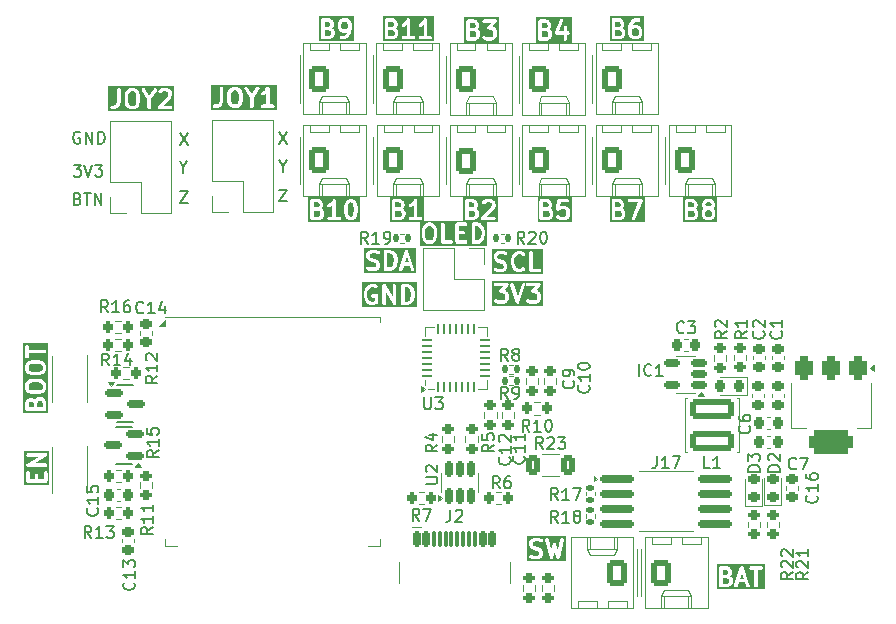
<source format=gbr>
%TF.GenerationSoftware,KiCad,Pcbnew,8.0.8-8.0.8-0~ubuntu22.04.1*%
%TF.CreationDate,2025-02-19T22:06:23+01:00*%
%TF.ProjectId,Pilot6Axis,50696c6f-7436-4417-9869-732e6b696361,rev?*%
%TF.SameCoordinates,Original*%
%TF.FileFunction,Legend,Top*%
%TF.FilePolarity,Positive*%
%FSLAX46Y46*%
G04 Gerber Fmt 4.6, Leading zero omitted, Abs format (unit mm)*
G04 Created by KiCad (PCBNEW 8.0.8-8.0.8-0~ubuntu22.04.1) date 2025-02-19 22:06:23*
%MOMM*%
%LPD*%
G01*
G04 APERTURE LIST*
G04 Aperture macros list*
%AMRoundRect*
0 Rectangle with rounded corners*
0 $1 Rounding radius*
0 $2 $3 $4 $5 $6 $7 $8 $9 X,Y pos of 4 corners*
0 Add a 4 corners polygon primitive as box body*
4,1,4,$2,$3,$4,$5,$6,$7,$8,$9,$2,$3,0*
0 Add four circle primitives for the rounded corners*
1,1,$1+$1,$2,$3*
1,1,$1+$1,$4,$5*
1,1,$1+$1,$6,$7*
1,1,$1+$1,$8,$9*
0 Add four rect primitives between the rounded corners*
20,1,$1+$1,$2,$3,$4,$5,0*
20,1,$1+$1,$4,$5,$6,$7,0*
20,1,$1+$1,$6,$7,$8,$9,0*
20,1,$1+$1,$8,$9,$2,$3,0*%
G04 Aperture macros list end*
%ADD10C,0.300000*%
%ADD11C,0.200000*%
%ADD12C,0.150000*%
%ADD13C,0.120000*%
%ADD14C,0.100000*%
%ADD15RoundRect,0.135000X-0.135000X-0.185000X0.135000X-0.185000X0.135000X0.185000X-0.135000X0.185000X0*%
%ADD16RoundRect,0.135000X0.135000X0.185000X-0.135000X0.185000X-0.135000X-0.185000X0.135000X-0.185000X0*%
%ADD17RoundRect,0.200000X-0.200000X-0.275000X0.200000X-0.275000X0.200000X0.275000X-0.200000X0.275000X0*%
%ADD18RoundRect,0.200000X0.275000X-0.200000X0.275000X0.200000X-0.275000X0.200000X-0.275000X-0.200000X0*%
%ADD19RoundRect,0.218750X0.256250X-0.218750X0.256250X0.218750X-0.256250X0.218750X-0.256250X-0.218750X0*%
%ADD20R,1.700000X1.700000*%
%ADD21O,1.700000X1.700000*%
%ADD22RoundRect,0.225000X0.225000X0.250000X-0.225000X0.250000X-0.225000X-0.250000X0.225000X-0.250000X0*%
%ADD23RoundRect,0.200000X-0.275000X0.200000X-0.275000X-0.200000X0.275000X-0.200000X0.275000X0.200000X0*%
%ADD24RoundRect,0.250000X0.620000X0.845000X-0.620000X0.845000X-0.620000X-0.845000X0.620000X-0.845000X0*%
%ADD25O,1.740000X2.190000*%
%ADD26C,0.650000*%
%ADD27RoundRect,0.150000X-0.150000X-0.500000X0.150000X-0.500000X0.150000X0.500000X-0.150000X0.500000X0*%
%ADD28RoundRect,0.075000X-0.075000X-0.575000X0.075000X-0.575000X0.075000X0.575000X-0.075000X0.575000X0*%
%ADD29O,1.000000X2.100000*%
%ADD30O,1.000000X1.600000*%
%ADD31RoundRect,0.150000X0.590000X0.150000X-0.590000X0.150000X-0.590000X-0.150000X0.590000X-0.150000X0*%
%ADD32RoundRect,0.200000X0.200000X0.275000X-0.200000X0.275000X-0.200000X-0.275000X0.200000X-0.275000X0*%
%ADD33RoundRect,0.225000X-0.250000X0.225000X-0.250000X-0.225000X0.250000X-0.225000X0.250000X0.225000X0*%
%ADD34RoundRect,0.225000X0.250000X-0.225000X0.250000X0.225000X-0.250000X0.225000X-0.250000X-0.225000X0*%
%ADD35RoundRect,0.225000X-0.225000X-0.250000X0.225000X-0.250000X0.225000X0.250000X-0.225000X0.250000X0*%
%ADD36RoundRect,0.218750X0.218750X0.256250X-0.218750X0.256250X-0.218750X-0.256250X0.218750X-0.256250X0*%
%ADD37RoundRect,0.250000X-0.620000X-0.845000X0.620000X-0.845000X0.620000X0.845000X-0.620000X0.845000X0*%
%ADD38RoundRect,0.150000X0.512500X0.150000X-0.512500X0.150000X-0.512500X-0.150000X0.512500X-0.150000X0*%
%ADD39R,2.000000X1.050000*%
%ADD40RoundRect,0.250000X-0.312500X-0.625000X0.312500X-0.625000X0.312500X0.625000X-0.312500X0.625000X0*%
%ADD41RoundRect,0.135000X-0.185000X0.135000X-0.185000X-0.135000X0.185000X-0.135000X0.185000X0.135000X0*%
%ADD42RoundRect,0.150000X-0.590000X-0.150000X0.590000X-0.150000X0.590000X0.150000X-0.590000X0.150000X0*%
%ADD43RoundRect,0.150000X0.150000X-0.512500X0.150000X0.512500X-0.150000X0.512500X-0.150000X-0.512500X0*%
%ADD44RoundRect,0.062500X0.062500X-0.337500X0.062500X0.337500X-0.062500X0.337500X-0.062500X-0.337500X0*%
%ADD45RoundRect,0.062500X0.337500X-0.062500X0.337500X0.062500X-0.337500X0.062500X-0.337500X-0.062500X0*%
%ADD46R,3.350000X3.350000*%
%ADD47RoundRect,0.250000X-1.600000X0.600000X-1.600000X-0.600000X1.600000X-0.600000X1.600000X0.600000X0*%
%ADD48R,1.500000X0.900000*%
%ADD49R,0.900000X1.500000*%
%ADD50C,0.600000*%
%ADD51R,3.800000X3.800000*%
%ADD52RoundRect,0.375000X-0.375000X0.625000X-0.375000X-0.625000X0.375000X-0.625000X0.375000X0.625000X0*%
%ADD53RoundRect,0.500000X-1.400000X0.500000X-1.400000X-0.500000X1.400000X-0.500000X1.400000X0.500000X0*%
%ADD54RoundRect,0.175000X-1.250000X-0.175000X1.250000X-0.175000X1.250000X0.175000X-1.250000X0.175000X0*%
%ADD55R,4.570000X4.450000*%
G04 APERTURE END LIST*
D10*
G36*
X141487769Y-75817647D02*
G01*
X141516946Y-75846824D01*
X141561653Y-75936237D01*
X141561653Y-76079704D01*
X141516946Y-76169117D01*
X141479941Y-76206122D01*
X141390529Y-76250828D01*
X141004510Y-76250828D01*
X141004510Y-75765114D01*
X141330167Y-75765114D01*
X141487769Y-75817647D01*
G37*
G36*
X141408514Y-75095535D02*
G01*
X141445518Y-75132539D01*
X141490225Y-75221952D01*
X141490225Y-75293989D01*
X141445518Y-75383402D01*
X141408514Y-75420407D01*
X141319100Y-75465114D01*
X141004510Y-75465114D01*
X141004510Y-75050828D01*
X141319100Y-75050828D01*
X141408514Y-75095535D01*
G37*
G36*
X142908514Y-75095535D02*
G01*
X142945518Y-75132539D01*
X142990225Y-75221952D01*
X142990225Y-75508274D01*
X142945517Y-75597688D01*
X142908513Y-75634693D01*
X142819100Y-75679400D01*
X142604206Y-75679400D01*
X142514793Y-75634693D01*
X142477787Y-75597687D01*
X142433082Y-75508275D01*
X142433082Y-75221951D01*
X142477787Y-75132540D01*
X142514792Y-75095535D01*
X142604206Y-75050828D01*
X142819100Y-75050828D01*
X142908514Y-75095535D01*
G37*
G36*
X143456892Y-76717495D02*
G01*
X140537843Y-76717495D01*
X140537843Y-74900828D01*
X140704510Y-74900828D01*
X140704510Y-76400828D01*
X140707392Y-76430092D01*
X140729790Y-76484164D01*
X140771174Y-76525548D01*
X140825246Y-76547946D01*
X140854510Y-76550828D01*
X141425939Y-76550828D01*
X141455203Y-76547946D01*
X141460181Y-76545883D01*
X141465557Y-76545502D01*
X141493021Y-76534992D01*
X141635878Y-76463564D01*
X141648471Y-76455636D01*
X141652131Y-76454121D01*
X141656250Y-76450739D01*
X141660764Y-76447899D01*
X141663360Y-76444905D01*
X141674862Y-76435466D01*
X141746291Y-76364037D01*
X141755732Y-76352532D01*
X141758724Y-76349938D01*
X141761562Y-76345428D01*
X141764946Y-76341306D01*
X141766462Y-76337644D01*
X141774389Y-76325053D01*
X141845817Y-76182195D01*
X141856327Y-76154732D01*
X141856708Y-76149356D01*
X141858771Y-76144378D01*
X141861653Y-76115114D01*
X141861653Y-75900828D01*
X141858771Y-75871564D01*
X141856708Y-75866585D01*
X141856327Y-75861210D01*
X141845817Y-75833747D01*
X141774389Y-75690889D01*
X141766462Y-75678297D01*
X141764946Y-75674636D01*
X141761562Y-75670513D01*
X141758724Y-75666004D01*
X141755732Y-75663409D01*
X141746291Y-75651905D01*
X141674862Y-75580476D01*
X141673679Y-75579505D01*
X141674862Y-75578323D01*
X141684302Y-75566820D01*
X141687295Y-75564225D01*
X141690133Y-75559715D01*
X141693517Y-75555593D01*
X141695033Y-75551930D01*
X141702960Y-75539339D01*
X141774389Y-75396483D01*
X141784898Y-75369019D01*
X141785279Y-75363644D01*
X141787343Y-75358664D01*
X141790225Y-75329400D01*
X141790225Y-75186542D01*
X142133082Y-75186542D01*
X142133082Y-75543685D01*
X142135964Y-75572949D01*
X142138026Y-75577927D01*
X142138408Y-75583303D01*
X142148918Y-75610767D01*
X142220346Y-75753624D01*
X142228273Y-75766217D01*
X142229789Y-75769877D01*
X142233170Y-75773996D01*
X142236011Y-75778510D01*
X142239004Y-75781106D01*
X142248444Y-75792608D01*
X142319873Y-75864037D01*
X142331374Y-75873475D01*
X142333971Y-75876470D01*
X142338484Y-75879310D01*
X142342604Y-75882692D01*
X142346263Y-75884207D01*
X142358857Y-75892135D01*
X142501713Y-75963564D01*
X142529177Y-75974073D01*
X142534551Y-75974454D01*
X142539532Y-75976518D01*
X142568796Y-75979400D01*
X142854510Y-75979400D01*
X142883774Y-75976518D01*
X142888751Y-75974456D01*
X142894129Y-75974074D01*
X142921592Y-75963564D01*
X142936012Y-75956353D01*
X142929576Y-75982098D01*
X142809369Y-76162408D01*
X142765655Y-76206122D01*
X142676243Y-76250828D01*
X142425939Y-76250828D01*
X142396675Y-76253710D01*
X142342603Y-76276108D01*
X142301219Y-76317492D01*
X142278821Y-76371564D01*
X142278821Y-76430092D01*
X142301219Y-76484164D01*
X142342603Y-76525548D01*
X142396675Y-76547946D01*
X142425939Y-76550828D01*
X142711653Y-76550828D01*
X142740917Y-76547946D01*
X142745895Y-76545883D01*
X142751271Y-76545502D01*
X142778735Y-76534992D01*
X142921592Y-76463564D01*
X142934185Y-76455636D01*
X142937845Y-76454121D01*
X142941964Y-76450739D01*
X142946478Y-76447899D01*
X142949074Y-76444905D01*
X142960576Y-76435466D01*
X143032005Y-76364037D01*
X143032071Y-76363955D01*
X143032116Y-76363926D01*
X143041482Y-76352489D01*
X143050660Y-76341306D01*
X143050679Y-76341257D01*
X143050747Y-76341176D01*
X143193604Y-76126890D01*
X143202217Y-76110734D01*
X143204424Y-76107757D01*
X143205680Y-76104240D01*
X143207439Y-76100942D01*
X143208158Y-76097303D01*
X143214317Y-76080066D01*
X143285746Y-75794352D01*
X143286496Y-75789279D01*
X143287343Y-75787235D01*
X143288428Y-75776215D01*
X143290048Y-75765263D01*
X143289722Y-75763074D01*
X143290225Y-75757971D01*
X143290225Y-75186542D01*
X143287343Y-75157278D01*
X143285279Y-75152297D01*
X143284898Y-75146923D01*
X143274389Y-75119459D01*
X143202960Y-74976603D01*
X143195033Y-74964011D01*
X143193517Y-74960349D01*
X143190133Y-74956226D01*
X143187295Y-74951717D01*
X143184302Y-74949121D01*
X143174862Y-74937619D01*
X143103434Y-74866191D01*
X143091932Y-74856751D01*
X143089336Y-74853758D01*
X143084822Y-74850917D01*
X143080703Y-74847536D01*
X143077043Y-74846020D01*
X143064450Y-74838093D01*
X142921592Y-74766664D01*
X142894129Y-74756154D01*
X142888751Y-74755771D01*
X142883774Y-74753710D01*
X142854510Y-74750828D01*
X142568796Y-74750828D01*
X142539532Y-74753710D01*
X142534551Y-74755773D01*
X142529177Y-74756155D01*
X142501713Y-74766664D01*
X142358857Y-74838093D01*
X142346263Y-74846020D01*
X142342604Y-74847536D01*
X142338483Y-74850917D01*
X142333971Y-74853758D01*
X142331374Y-74856751D01*
X142319874Y-74866190D01*
X142248445Y-74937618D01*
X142239005Y-74949120D01*
X142236011Y-74951717D01*
X142233169Y-74956231D01*
X142229790Y-74960349D01*
X142228274Y-74964007D01*
X142220346Y-74976603D01*
X142148918Y-75119460D01*
X142138408Y-75146924D01*
X142138026Y-75152299D01*
X142135964Y-75157278D01*
X142133082Y-75186542D01*
X141790225Y-75186542D01*
X141787343Y-75157278D01*
X141785279Y-75152297D01*
X141784898Y-75146923D01*
X141774389Y-75119459D01*
X141702960Y-74976603D01*
X141695033Y-74964011D01*
X141693517Y-74960349D01*
X141690133Y-74956226D01*
X141687295Y-74951717D01*
X141684302Y-74949121D01*
X141674862Y-74937619D01*
X141603434Y-74866191D01*
X141591932Y-74856751D01*
X141589336Y-74853758D01*
X141584822Y-74850917D01*
X141580703Y-74847536D01*
X141577043Y-74846020D01*
X141564450Y-74838093D01*
X141421592Y-74766664D01*
X141394129Y-74756154D01*
X141388751Y-74755771D01*
X141383774Y-74753710D01*
X141354510Y-74750828D01*
X140854510Y-74750828D01*
X140825246Y-74753710D01*
X140771174Y-74776108D01*
X140729790Y-74817492D01*
X140707392Y-74871564D01*
X140704510Y-74900828D01*
X140537843Y-74900828D01*
X140537843Y-74584161D01*
X143456892Y-74584161D01*
X143456892Y-76717495D01*
G37*
G36*
X159887769Y-75917647D02*
G01*
X159916946Y-75946824D01*
X159961653Y-76036237D01*
X159961653Y-76179704D01*
X159916946Y-76269117D01*
X159879941Y-76306122D01*
X159790529Y-76350828D01*
X159404510Y-76350828D01*
X159404510Y-75865114D01*
X159730167Y-75865114D01*
X159887769Y-75917647D01*
G37*
G36*
X159808514Y-75195535D02*
G01*
X159845518Y-75232539D01*
X159890225Y-75321952D01*
X159890225Y-75393989D01*
X159845518Y-75483402D01*
X159808514Y-75520407D01*
X159719100Y-75565114D01*
X159404510Y-75565114D01*
X159404510Y-75150828D01*
X159719100Y-75150828D01*
X159808514Y-75195535D01*
G37*
G36*
X161925438Y-76817495D02*
G01*
X158937843Y-76817495D01*
X158937843Y-75000828D01*
X159104510Y-75000828D01*
X159104510Y-76500828D01*
X159107392Y-76530092D01*
X159129790Y-76584164D01*
X159171174Y-76625548D01*
X159225246Y-76647946D01*
X159254510Y-76650828D01*
X159825939Y-76650828D01*
X159855203Y-76647946D01*
X159860181Y-76645883D01*
X159865557Y-76645502D01*
X159893021Y-76634992D01*
X160035878Y-76563564D01*
X160048471Y-76555636D01*
X160052131Y-76554121D01*
X160056250Y-76550739D01*
X160060764Y-76547899D01*
X160063360Y-76544905D01*
X160074862Y-76535466D01*
X160146291Y-76464037D01*
X160155732Y-76452532D01*
X160158724Y-76449938D01*
X160161562Y-76445428D01*
X160164946Y-76441306D01*
X160166462Y-76437644D01*
X160174389Y-76425053D01*
X160245817Y-76282195D01*
X160256327Y-76254732D01*
X160256708Y-76249356D01*
X160258771Y-76244378D01*
X160261653Y-76215114D01*
X160261653Y-76000828D01*
X160259805Y-75982067D01*
X160534260Y-75982067D01*
X160535964Y-76006044D01*
X160535964Y-76030092D01*
X160538026Y-76035072D01*
X160538409Y-76040448D01*
X160549161Y-76061952D01*
X160558362Y-76084164D01*
X160562172Y-76087974D01*
X160564583Y-76092795D01*
X160582744Y-76108546D01*
X160599746Y-76125548D01*
X160604725Y-76127610D01*
X160608797Y-76131142D01*
X160631603Y-76138744D01*
X160653818Y-76147946D01*
X160661469Y-76148699D01*
X160664321Y-76149650D01*
X160668270Y-76149369D01*
X160683082Y-76150828D01*
X161247368Y-76150828D01*
X161247368Y-76500828D01*
X161250250Y-76530092D01*
X161272648Y-76584164D01*
X161314032Y-76625548D01*
X161368104Y-76647946D01*
X161426632Y-76647946D01*
X161480704Y-76625548D01*
X161522088Y-76584164D01*
X161544486Y-76530092D01*
X161547368Y-76500828D01*
X161547368Y-76150828D01*
X161611653Y-76150828D01*
X161640917Y-76147946D01*
X161694989Y-76125548D01*
X161736373Y-76084164D01*
X161758771Y-76030092D01*
X161758771Y-75971564D01*
X161736373Y-75917492D01*
X161694989Y-75876108D01*
X161640917Y-75853710D01*
X161611653Y-75850828D01*
X161547368Y-75850828D01*
X161547368Y-75500828D01*
X161544486Y-75471564D01*
X161522088Y-75417492D01*
X161480704Y-75376108D01*
X161426632Y-75353710D01*
X161368104Y-75353710D01*
X161314032Y-75376108D01*
X161272648Y-75417492D01*
X161250250Y-75471564D01*
X161247368Y-75500828D01*
X161247368Y-75850828D01*
X160891195Y-75850828D01*
X161182527Y-74976835D01*
X161189047Y-74948161D01*
X161184898Y-74889781D01*
X161158724Y-74837434D01*
X161114510Y-74799086D01*
X161058985Y-74780578D01*
X161000605Y-74784727D01*
X160948258Y-74810901D01*
X160909911Y-74855115D01*
X160897922Y-74881966D01*
X160540780Y-75953394D01*
X160537481Y-75967901D01*
X160535964Y-75971564D01*
X160535964Y-75974573D01*
X160534260Y-75982067D01*
X160259805Y-75982067D01*
X160258771Y-75971564D01*
X160256708Y-75966585D01*
X160256327Y-75961210D01*
X160245817Y-75933747D01*
X160174389Y-75790889D01*
X160166462Y-75778297D01*
X160164946Y-75774636D01*
X160161562Y-75770513D01*
X160158724Y-75766004D01*
X160155732Y-75763409D01*
X160146291Y-75751905D01*
X160074862Y-75680476D01*
X160073679Y-75679505D01*
X160074862Y-75678323D01*
X160084302Y-75666820D01*
X160087295Y-75664225D01*
X160090133Y-75659715D01*
X160093517Y-75655593D01*
X160095033Y-75651930D01*
X160102960Y-75639339D01*
X160174389Y-75496483D01*
X160184898Y-75469019D01*
X160185279Y-75463644D01*
X160187343Y-75458664D01*
X160190225Y-75429400D01*
X160190225Y-75286542D01*
X160187343Y-75257278D01*
X160185279Y-75252297D01*
X160184898Y-75246923D01*
X160174389Y-75219459D01*
X160102960Y-75076603D01*
X160095033Y-75064011D01*
X160093517Y-75060349D01*
X160090133Y-75056226D01*
X160087295Y-75051717D01*
X160084302Y-75049121D01*
X160074862Y-75037619D01*
X160003434Y-74966191D01*
X159991932Y-74956751D01*
X159989336Y-74953758D01*
X159984822Y-74950917D01*
X159980703Y-74947536D01*
X159977043Y-74946020D01*
X159964450Y-74938093D01*
X159821592Y-74866664D01*
X159794129Y-74856154D01*
X159788751Y-74855771D01*
X159783774Y-74853710D01*
X159754510Y-74850828D01*
X159254510Y-74850828D01*
X159225246Y-74853710D01*
X159171174Y-74876108D01*
X159129790Y-74917492D01*
X159107392Y-74971564D01*
X159104510Y-75000828D01*
X158937843Y-75000828D01*
X158937843Y-74613911D01*
X161925438Y-74613911D01*
X161925438Y-76817495D01*
G37*
G36*
X175187769Y-122217647D02*
G01*
X175216946Y-122246824D01*
X175261653Y-122336237D01*
X175261653Y-122479704D01*
X175216946Y-122569117D01*
X175179941Y-122606122D01*
X175090529Y-122650828D01*
X174704510Y-122650828D01*
X174704510Y-122165114D01*
X175030167Y-122165114D01*
X175187769Y-122217647D01*
G37*
G36*
X175108514Y-121495535D02*
G01*
X175145518Y-121532539D01*
X175190225Y-121621952D01*
X175190225Y-121693989D01*
X175145518Y-121783402D01*
X175108514Y-121820407D01*
X175019100Y-121865114D01*
X174704510Y-121865114D01*
X174704510Y-121450828D01*
X175019100Y-121450828D01*
X175108514Y-121495535D01*
G37*
G36*
X176489255Y-122222257D02*
G01*
X176191196Y-122222257D01*
X176340225Y-121775169D01*
X176489255Y-122222257D01*
G37*
G36*
X178296867Y-123117495D02*
G01*
X174237843Y-123117495D01*
X174237843Y-121300828D01*
X174404510Y-121300828D01*
X174404510Y-122800828D01*
X174407392Y-122830092D01*
X174429790Y-122884164D01*
X174471174Y-122925548D01*
X174525246Y-122947946D01*
X174554510Y-122950828D01*
X175125939Y-122950828D01*
X175155203Y-122947946D01*
X175160181Y-122945883D01*
X175165557Y-122945502D01*
X175193021Y-122934992D01*
X175335878Y-122863564D01*
X175348471Y-122855636D01*
X175352131Y-122854121D01*
X175356250Y-122850739D01*
X175360764Y-122847899D01*
X175363360Y-122844905D01*
X175374862Y-122835466D01*
X175428261Y-122782067D01*
X175691403Y-122782067D01*
X175695552Y-122840448D01*
X175721726Y-122892795D01*
X175765940Y-122931142D01*
X175821464Y-122949650D01*
X175879845Y-122945501D01*
X175932192Y-122919327D01*
X175970539Y-122875113D01*
X175982527Y-122848262D01*
X176091196Y-122522257D01*
X176589255Y-122522257D01*
X176697923Y-122848262D01*
X176709911Y-122875113D01*
X176748258Y-122919328D01*
X176800606Y-122945501D01*
X176858986Y-122949651D01*
X176914510Y-122931142D01*
X176958724Y-122892795D01*
X176984898Y-122840448D01*
X176989048Y-122782068D01*
X176982528Y-122753394D01*
X176488584Y-121271564D01*
X176978821Y-121271564D01*
X176978821Y-121330092D01*
X177001219Y-121384164D01*
X177042603Y-121425548D01*
X177096675Y-121447946D01*
X177125939Y-121450828D01*
X177404510Y-121450828D01*
X177404510Y-122800828D01*
X177407392Y-122830092D01*
X177429790Y-122884164D01*
X177471174Y-122925548D01*
X177525246Y-122947946D01*
X177583774Y-122947946D01*
X177637846Y-122925548D01*
X177679230Y-122884164D01*
X177701628Y-122830092D01*
X177704510Y-122800828D01*
X177704510Y-121450828D01*
X177983082Y-121450828D01*
X178012346Y-121447946D01*
X178066418Y-121425548D01*
X178107802Y-121384164D01*
X178130200Y-121330092D01*
X178130200Y-121271564D01*
X178107802Y-121217492D01*
X178066418Y-121176108D01*
X178012346Y-121153710D01*
X177983082Y-121150828D01*
X177125939Y-121150828D01*
X177096675Y-121153710D01*
X177042603Y-121176108D01*
X177001219Y-121217492D01*
X176978821Y-121271564D01*
X176488584Y-121271564D01*
X176482527Y-121253394D01*
X176470539Y-121226543D01*
X176463516Y-121218446D01*
X176458724Y-121208861D01*
X176444515Y-121196537D01*
X176432192Y-121182329D01*
X176422606Y-121177536D01*
X176414510Y-121170514D01*
X176396666Y-121164565D01*
X176379845Y-121156155D01*
X176369156Y-121155395D01*
X176358986Y-121152005D01*
X176340220Y-121153338D01*
X176321464Y-121152006D01*
X176311296Y-121155395D01*
X176300606Y-121156155D01*
X176283782Y-121164566D01*
X176265940Y-121170514D01*
X176257845Y-121177534D01*
X176248258Y-121182328D01*
X176235932Y-121196539D01*
X176221726Y-121208861D01*
X176216933Y-121218445D01*
X176209911Y-121226543D01*
X176197923Y-121253394D01*
X175697923Y-122753394D01*
X175691403Y-122782067D01*
X175428261Y-122782067D01*
X175446291Y-122764037D01*
X175455732Y-122752532D01*
X175458724Y-122749938D01*
X175461562Y-122745428D01*
X175464946Y-122741306D01*
X175466462Y-122737644D01*
X175474389Y-122725053D01*
X175545817Y-122582195D01*
X175556327Y-122554732D01*
X175556708Y-122549356D01*
X175558771Y-122544378D01*
X175561653Y-122515114D01*
X175561653Y-122300828D01*
X175558771Y-122271564D01*
X175556708Y-122266585D01*
X175556327Y-122261210D01*
X175545817Y-122233747D01*
X175474389Y-122090889D01*
X175466462Y-122078297D01*
X175464946Y-122074636D01*
X175461562Y-122070513D01*
X175458724Y-122066004D01*
X175455732Y-122063409D01*
X175446291Y-122051905D01*
X175374862Y-121980476D01*
X175373679Y-121979505D01*
X175374862Y-121978323D01*
X175384302Y-121966820D01*
X175387295Y-121964225D01*
X175390133Y-121959715D01*
X175393517Y-121955593D01*
X175395033Y-121951930D01*
X175402960Y-121939339D01*
X175474389Y-121796483D01*
X175484898Y-121769019D01*
X175485279Y-121763644D01*
X175487343Y-121758664D01*
X175490225Y-121729400D01*
X175490225Y-121586542D01*
X175487343Y-121557278D01*
X175485279Y-121552297D01*
X175484898Y-121546923D01*
X175474389Y-121519459D01*
X175402960Y-121376603D01*
X175395033Y-121364011D01*
X175393517Y-121360349D01*
X175390133Y-121356226D01*
X175387295Y-121351717D01*
X175384302Y-121349121D01*
X175374862Y-121337619D01*
X175303434Y-121266191D01*
X175291932Y-121256751D01*
X175289336Y-121253758D01*
X175284822Y-121250917D01*
X175280703Y-121247536D01*
X175277043Y-121246020D01*
X175264450Y-121238093D01*
X175121592Y-121166664D01*
X175094129Y-121156154D01*
X175088751Y-121155771D01*
X175083774Y-121153710D01*
X175054510Y-121150828D01*
X174554510Y-121150828D01*
X174525246Y-121153710D01*
X174471174Y-121176108D01*
X174429790Y-121217492D01*
X174407392Y-121271564D01*
X174404510Y-121300828D01*
X174237843Y-121300828D01*
X174237843Y-120984161D01*
X178296867Y-120984161D01*
X178296867Y-123117495D01*
G37*
G36*
X153687769Y-91117647D02*
G01*
X153716946Y-91146824D01*
X153761653Y-91236237D01*
X153761653Y-91379704D01*
X153716946Y-91469117D01*
X153679941Y-91506122D01*
X153590529Y-91550828D01*
X153204510Y-91550828D01*
X153204510Y-91065114D01*
X153530167Y-91065114D01*
X153687769Y-91117647D01*
G37*
G36*
X153608514Y-90395535D02*
G01*
X153645518Y-90432539D01*
X153690225Y-90521952D01*
X153690225Y-90593989D01*
X153645518Y-90683402D01*
X153608514Y-90720407D01*
X153519100Y-90765114D01*
X153204510Y-90765114D01*
X153204510Y-90350828D01*
X153519100Y-90350828D01*
X153608514Y-90395535D01*
G37*
G36*
X155656892Y-92017495D02*
G01*
X152737843Y-92017495D01*
X152737843Y-90200828D01*
X152904510Y-90200828D01*
X152904510Y-91700828D01*
X152907392Y-91730091D01*
X152907392Y-91730092D01*
X152929790Y-91784164D01*
X152971174Y-91825548D01*
X153025246Y-91847946D01*
X153054510Y-91850828D01*
X153625939Y-91850828D01*
X153655203Y-91847946D01*
X153660181Y-91845883D01*
X153665557Y-91845502D01*
X153693021Y-91834992D01*
X153835878Y-91763564D01*
X153848471Y-91755636D01*
X153852131Y-91754121D01*
X153856250Y-91750739D01*
X153860764Y-91747899D01*
X153863360Y-91744905D01*
X153874862Y-91735466D01*
X153938763Y-91671565D01*
X154264535Y-91671565D01*
X154264535Y-91730091D01*
X154286932Y-91784163D01*
X154328318Y-91825549D01*
X154351116Y-91834992D01*
X154382389Y-91847946D01*
X154411653Y-91850828D01*
X155340225Y-91850828D01*
X155369489Y-91847946D01*
X155423561Y-91825548D01*
X155464945Y-91784164D01*
X155487343Y-91730092D01*
X155487343Y-91671564D01*
X155464945Y-91617492D01*
X155423561Y-91576108D01*
X155369489Y-91553710D01*
X155340225Y-91550828D01*
X154773785Y-91550828D01*
X155374862Y-90949751D01*
X155393517Y-90927021D01*
X155395580Y-90922039D01*
X155399110Y-90917970D01*
X155411098Y-90891120D01*
X155482527Y-90676835D01*
X155485826Y-90662325D01*
X155487343Y-90658664D01*
X155487865Y-90653355D01*
X155489047Y-90648161D01*
X155488766Y-90644211D01*
X155490225Y-90629400D01*
X155490225Y-90486542D01*
X155487343Y-90457278D01*
X155485279Y-90452297D01*
X155484898Y-90446923D01*
X155474389Y-90419459D01*
X155402960Y-90276603D01*
X155395033Y-90264011D01*
X155393517Y-90260349D01*
X155390133Y-90256226D01*
X155387295Y-90251717D01*
X155384302Y-90249121D01*
X155374862Y-90237619D01*
X155303434Y-90166191D01*
X155291932Y-90156751D01*
X155289336Y-90153758D01*
X155284822Y-90150917D01*
X155280703Y-90147536D01*
X155277043Y-90146020D01*
X155264450Y-90138093D01*
X155121592Y-90066664D01*
X155094129Y-90056154D01*
X155088751Y-90055771D01*
X155083774Y-90053710D01*
X155054510Y-90050828D01*
X154697368Y-90050828D01*
X154668104Y-90053710D01*
X154663126Y-90055771D01*
X154657749Y-90056154D01*
X154630286Y-90066664D01*
X154487428Y-90138093D01*
X154474836Y-90146019D01*
X154471174Y-90147536D01*
X154467051Y-90150919D01*
X154462542Y-90153758D01*
X154459946Y-90156750D01*
X154448444Y-90166191D01*
X154377016Y-90237619D01*
X154358361Y-90260350D01*
X154335964Y-90314422D01*
X154335964Y-90372948D01*
X154358361Y-90427020D01*
X154399747Y-90468406D01*
X154453819Y-90490803D01*
X154512345Y-90490803D01*
X154566417Y-90468406D01*
X154589148Y-90449751D01*
X154643364Y-90395535D01*
X154732778Y-90350828D01*
X155019100Y-90350828D01*
X155108514Y-90395535D01*
X155145518Y-90432539D01*
X155190225Y-90521952D01*
X155190225Y-90605059D01*
X155137691Y-90762657D01*
X154305587Y-91594762D01*
X154286932Y-91617493D01*
X154264535Y-91671565D01*
X153938763Y-91671565D01*
X153946291Y-91664037D01*
X153955732Y-91652532D01*
X153958724Y-91649938D01*
X153961562Y-91645428D01*
X153964946Y-91641306D01*
X153966462Y-91637644D01*
X153974389Y-91625053D01*
X154045817Y-91482195D01*
X154056327Y-91454732D01*
X154056708Y-91449356D01*
X154058771Y-91444378D01*
X154061653Y-91415114D01*
X154061653Y-91200828D01*
X154058771Y-91171564D01*
X154056708Y-91166585D01*
X154056327Y-91161210D01*
X154045817Y-91133747D01*
X153974389Y-90990889D01*
X153966462Y-90978297D01*
X153964946Y-90974636D01*
X153961562Y-90970513D01*
X153958724Y-90966004D01*
X153955732Y-90963409D01*
X153946291Y-90951905D01*
X153874862Y-90880476D01*
X153873679Y-90879505D01*
X153874862Y-90878323D01*
X153884302Y-90866820D01*
X153887295Y-90864225D01*
X153890133Y-90859715D01*
X153893517Y-90855593D01*
X153895033Y-90851930D01*
X153902960Y-90839339D01*
X153974389Y-90696483D01*
X153984898Y-90669019D01*
X153985279Y-90663644D01*
X153987343Y-90658664D01*
X153990225Y-90629400D01*
X153990225Y-90486542D01*
X153987343Y-90457278D01*
X153985279Y-90452297D01*
X153984898Y-90446923D01*
X153974389Y-90419459D01*
X153902960Y-90276603D01*
X153895033Y-90264011D01*
X153893517Y-90260349D01*
X153890133Y-90256226D01*
X153887295Y-90251717D01*
X153884302Y-90249121D01*
X153874862Y-90237619D01*
X153803434Y-90166191D01*
X153791932Y-90156751D01*
X153789336Y-90153758D01*
X153784822Y-90150917D01*
X153780703Y-90147536D01*
X153777043Y-90146020D01*
X153764450Y-90138093D01*
X153621592Y-90066664D01*
X153594129Y-90056154D01*
X153588751Y-90055771D01*
X153583774Y-90053710D01*
X153554510Y-90050828D01*
X153054510Y-90050828D01*
X153025246Y-90053710D01*
X152971174Y-90076108D01*
X152929790Y-90117492D01*
X152907392Y-90171564D01*
X152904510Y-90200828D01*
X152737843Y-90200828D01*
X152737843Y-89884161D01*
X155656892Y-89884161D01*
X155656892Y-92017495D01*
G37*
G36*
X146673482Y-94703361D02*
G01*
X146774089Y-94803968D01*
X146827268Y-94910327D01*
X146890224Y-95162148D01*
X146890224Y-95339507D01*
X146827268Y-95591328D01*
X146774089Y-95697688D01*
X146673483Y-95798294D01*
X146515881Y-95850828D01*
X146333081Y-95850828D01*
X146333081Y-94650828D01*
X146515884Y-94650828D01*
X146673482Y-94703361D01*
G37*
G36*
X148117826Y-95422257D02*
G01*
X147819767Y-95422257D01*
X147968796Y-94975169D01*
X148117826Y-95422257D01*
G37*
G36*
X148784286Y-96317495D02*
G01*
X144366415Y-96317495D01*
X144366415Y-94786542D01*
X144533082Y-94786542D01*
X144533082Y-94929400D01*
X144535964Y-94958664D01*
X144538026Y-94963642D01*
X144538408Y-94969018D01*
X144548918Y-94996482D01*
X144620346Y-95139339D01*
X144628274Y-95151934D01*
X144629790Y-95155593D01*
X144633169Y-95159710D01*
X144636011Y-95164225D01*
X144639005Y-95166821D01*
X144648445Y-95178324D01*
X144719874Y-95249752D01*
X144731374Y-95259190D01*
X144733971Y-95262184D01*
X144738483Y-95265024D01*
X144742604Y-95268406D01*
X144746263Y-95269921D01*
X144758857Y-95277849D01*
X144901713Y-95349278D01*
X144903855Y-95350097D01*
X144904725Y-95350742D01*
X144916996Y-95355126D01*
X144929177Y-95359787D01*
X144930257Y-95359863D01*
X144932416Y-95360635D01*
X145202154Y-95428069D01*
X145308513Y-95481248D01*
X145345517Y-95518253D01*
X145390225Y-95607667D01*
X145390225Y-95679703D01*
X145345517Y-95769117D01*
X145308514Y-95806121D01*
X145219101Y-95850828D01*
X144921711Y-95850828D01*
X144730516Y-95787097D01*
X144701842Y-95780577D01*
X144643462Y-95784727D01*
X144591115Y-95810901D01*
X144552767Y-95855115D01*
X144534259Y-95910640D01*
X144538409Y-95969020D01*
X144564583Y-96021367D01*
X144608797Y-96059715D01*
X144635648Y-96071703D01*
X144849934Y-96143131D01*
X144864446Y-96146430D01*
X144868104Y-96147946D01*
X144873406Y-96148468D01*
X144878608Y-96149651D01*
X144882562Y-96149369D01*
X144897368Y-96150828D01*
X145254510Y-96150828D01*
X145283774Y-96147946D01*
X145288752Y-96145883D01*
X145294128Y-96145502D01*
X145321591Y-96134992D01*
X145464450Y-96063564D01*
X145477044Y-96055635D01*
X145480704Y-96054120D01*
X145484824Y-96050738D01*
X145489335Y-96047899D01*
X145491929Y-96044907D01*
X145503435Y-96035465D01*
X145574863Y-95964036D01*
X145584301Y-95952535D01*
X145587295Y-95949939D01*
X145590135Y-95945426D01*
X145593517Y-95941306D01*
X145595032Y-95937646D01*
X145602960Y-95925053D01*
X145674389Y-95782197D01*
X145684898Y-95754733D01*
X145685279Y-95749358D01*
X145687343Y-95744378D01*
X145690225Y-95715114D01*
X145690225Y-95572257D01*
X145687343Y-95542993D01*
X145685279Y-95538012D01*
X145684898Y-95532638D01*
X145674389Y-95505174D01*
X145602960Y-95362318D01*
X145595032Y-95349724D01*
X145593517Y-95346065D01*
X145590135Y-95341944D01*
X145587295Y-95337432D01*
X145584301Y-95334835D01*
X145574863Y-95323335D01*
X145503435Y-95251906D01*
X145491932Y-95242466D01*
X145489336Y-95239472D01*
X145484821Y-95236630D01*
X145480704Y-95233251D01*
X145477045Y-95231735D01*
X145464450Y-95223807D01*
X145321592Y-95152378D01*
X145319451Y-95151558D01*
X145318581Y-95150914D01*
X145306325Y-95146535D01*
X145294129Y-95141868D01*
X145293045Y-95141791D01*
X145290890Y-95141021D01*
X145021152Y-95073586D01*
X144914792Y-95020406D01*
X144877787Y-94983401D01*
X144833082Y-94893990D01*
X144833082Y-94821951D01*
X144877787Y-94732540D01*
X144914792Y-94695535D01*
X145004206Y-94650828D01*
X145301599Y-94650828D01*
X145492790Y-94714559D01*
X145521464Y-94721079D01*
X145579844Y-94716930D01*
X145632191Y-94690756D01*
X145670539Y-94646542D01*
X145689047Y-94591018D01*
X145684898Y-94532638D01*
X145668993Y-94500828D01*
X146033081Y-94500828D01*
X146033081Y-96000828D01*
X146035963Y-96030092D01*
X146058361Y-96084164D01*
X146099745Y-96125548D01*
X146153817Y-96147946D01*
X146183081Y-96150828D01*
X146540224Y-96150828D01*
X146555029Y-96149369D01*
X146558984Y-96149651D01*
X146564185Y-96148468D01*
X146569488Y-96147946D01*
X146573145Y-96146430D01*
X146587658Y-96143131D01*
X146801944Y-96071703D01*
X146828795Y-96059715D01*
X146832866Y-96056183D01*
X146837846Y-96054121D01*
X146860576Y-96035466D01*
X146913975Y-95982067D01*
X147319974Y-95982067D01*
X147324123Y-96040448D01*
X147350297Y-96092795D01*
X147394511Y-96131142D01*
X147450035Y-96149650D01*
X147508416Y-96145501D01*
X147560763Y-96119327D01*
X147599110Y-96075113D01*
X147611098Y-96048262D01*
X147719767Y-95722257D01*
X148217826Y-95722257D01*
X148326494Y-96048262D01*
X148338482Y-96075113D01*
X148376829Y-96119328D01*
X148429177Y-96145501D01*
X148487557Y-96149651D01*
X148543081Y-96131142D01*
X148587295Y-96092795D01*
X148613469Y-96040448D01*
X148617619Y-95982068D01*
X148611099Y-95953394D01*
X148111098Y-94453394D01*
X148099110Y-94426543D01*
X148092087Y-94418446D01*
X148087295Y-94408861D01*
X148073086Y-94396537D01*
X148060763Y-94382329D01*
X148051177Y-94377536D01*
X148043081Y-94370514D01*
X148025237Y-94364565D01*
X148008416Y-94356155D01*
X147997727Y-94355395D01*
X147987557Y-94352005D01*
X147968791Y-94353338D01*
X147950035Y-94352006D01*
X147939867Y-94355395D01*
X147929177Y-94356155D01*
X147912353Y-94364566D01*
X147894511Y-94370514D01*
X147886416Y-94377534D01*
X147876829Y-94382328D01*
X147864503Y-94396539D01*
X147850297Y-94408861D01*
X147845504Y-94418445D01*
X147838482Y-94426543D01*
X147826494Y-94453394D01*
X147326494Y-95953394D01*
X147319974Y-95982067D01*
X146913975Y-95982067D01*
X147003433Y-95892608D01*
X147012871Y-95881106D01*
X147015866Y-95878510D01*
X147018706Y-95873996D01*
X147022088Y-95869877D01*
X147023603Y-95866217D01*
X147031531Y-95853624D01*
X147102960Y-95710768D01*
X147103779Y-95708625D01*
X147104424Y-95707756D01*
X147108808Y-95695484D01*
X147113469Y-95683304D01*
X147113545Y-95682223D01*
X147114317Y-95680065D01*
X147185745Y-95394351D01*
X147186494Y-95389279D01*
X147187342Y-95387235D01*
X147188427Y-95376212D01*
X147190047Y-95365262D01*
X147189721Y-95363074D01*
X147190224Y-95357971D01*
X147190224Y-95143685D01*
X147189721Y-95138581D01*
X147190047Y-95136394D01*
X147188427Y-95125443D01*
X147187342Y-95114421D01*
X147186494Y-95112376D01*
X147185745Y-95107305D01*
X147114317Y-94821591D01*
X147113545Y-94819432D01*
X147113469Y-94818352D01*
X147108808Y-94806171D01*
X147104424Y-94793900D01*
X147103779Y-94793030D01*
X147102960Y-94790888D01*
X147031531Y-94648032D01*
X147023604Y-94635440D01*
X147022088Y-94631778D01*
X147018704Y-94627655D01*
X147015866Y-94623146D01*
X147012873Y-94620550D01*
X147003433Y-94609048D01*
X146860576Y-94466191D01*
X146837845Y-94447536D01*
X146832865Y-94445473D01*
X146828795Y-94441943D01*
X146801944Y-94429954D01*
X146587658Y-94358526D01*
X146573150Y-94355227D01*
X146569488Y-94353710D01*
X146564179Y-94353187D01*
X146558985Y-94352006D01*
X146555035Y-94352286D01*
X146540224Y-94350828D01*
X146183081Y-94350828D01*
X146153817Y-94353710D01*
X146099745Y-94376108D01*
X146058361Y-94417492D01*
X146035963Y-94471564D01*
X146033081Y-94500828D01*
X145668993Y-94500828D01*
X145658724Y-94480290D01*
X145614510Y-94441943D01*
X145587659Y-94429954D01*
X145373373Y-94358526D01*
X145358865Y-94355227D01*
X145355203Y-94353710D01*
X145349894Y-94353187D01*
X145344700Y-94352006D01*
X145340750Y-94352286D01*
X145325939Y-94350828D01*
X144968796Y-94350828D01*
X144939532Y-94353710D01*
X144934551Y-94355773D01*
X144929177Y-94356155D01*
X144901713Y-94366664D01*
X144758857Y-94438093D01*
X144746263Y-94446020D01*
X144742604Y-94447536D01*
X144738483Y-94450917D01*
X144733971Y-94453758D01*
X144731374Y-94456751D01*
X144719874Y-94466190D01*
X144648445Y-94537618D01*
X144639005Y-94549120D01*
X144636011Y-94551717D01*
X144633169Y-94556231D01*
X144629790Y-94560349D01*
X144628274Y-94564007D01*
X144620346Y-94576603D01*
X144548918Y-94719460D01*
X144538408Y-94746924D01*
X144538026Y-94752299D01*
X144535964Y-94757278D01*
X144533082Y-94786542D01*
X144366415Y-94786542D01*
X144366415Y-94184161D01*
X148784286Y-94184161D01*
X148784286Y-96317495D01*
G37*
G36*
X124922799Y-80995535D02*
G01*
X125019065Y-81091801D01*
X125075939Y-81319292D01*
X125075939Y-81782363D01*
X125019065Y-82009854D01*
X124922798Y-82106122D01*
X124833386Y-82150828D01*
X124618492Y-82150828D01*
X124529078Y-82106121D01*
X124432811Y-82009854D01*
X124375939Y-81782364D01*
X124375939Y-81319291D01*
X124432811Y-81091802D01*
X124529078Y-80995534D01*
X124618492Y-80950828D01*
X124833386Y-80950828D01*
X124922799Y-80995535D01*
G37*
G36*
X128256892Y-82617495D02*
G01*
X122697868Y-82617495D01*
X122697868Y-82271564D01*
X122864535Y-82271564D01*
X122864535Y-82330092D01*
X122886933Y-82384164D01*
X122928317Y-82425548D01*
X122982389Y-82447946D01*
X123011653Y-82450828D01*
X123154510Y-82450828D01*
X123169315Y-82449369D01*
X123173270Y-82449651D01*
X123178471Y-82448468D01*
X123183774Y-82447946D01*
X123187431Y-82446430D01*
X123201944Y-82443131D01*
X123416230Y-82371703D01*
X123443081Y-82359715D01*
X123447152Y-82356183D01*
X123452132Y-82354121D01*
X123474862Y-82335466D01*
X123617719Y-82192608D01*
X123636374Y-82169877D01*
X123638436Y-82164897D01*
X123641967Y-82160827D01*
X123653955Y-82133977D01*
X123725384Y-81919692D01*
X123728683Y-81905182D01*
X123730200Y-81901521D01*
X123730722Y-81896212D01*
X123731904Y-81891018D01*
X123731623Y-81887068D01*
X123733082Y-81872257D01*
X123733082Y-81300828D01*
X124075939Y-81300828D01*
X124075939Y-81800828D01*
X124076441Y-81805931D01*
X124076116Y-81808119D01*
X124077735Y-81819069D01*
X124078821Y-81830092D01*
X124079668Y-81832136D01*
X124080418Y-81837208D01*
X124151846Y-82122922D01*
X124161739Y-82150613D01*
X124168378Y-82159573D01*
X124172646Y-82169877D01*
X124191301Y-82192608D01*
X124334159Y-82335466D01*
X124345663Y-82344907D01*
X124348258Y-82347899D01*
X124352767Y-82350737D01*
X124356890Y-82354121D01*
X124360551Y-82355637D01*
X124373143Y-82363564D01*
X124516001Y-82434992D01*
X124543464Y-82445502D01*
X124548839Y-82445883D01*
X124553818Y-82447946D01*
X124583082Y-82450828D01*
X124868796Y-82450828D01*
X124898060Y-82447946D01*
X124903038Y-82445883D01*
X124908414Y-82445502D01*
X124935878Y-82434992D01*
X125078735Y-82363564D01*
X125091326Y-82355637D01*
X125094989Y-82354121D01*
X125099111Y-82350737D01*
X125103621Y-82347899D01*
X125106216Y-82344906D01*
X125117719Y-82335466D01*
X125260576Y-82192608D01*
X125279231Y-82169877D01*
X125283497Y-82159575D01*
X125290138Y-82150614D01*
X125300031Y-82122923D01*
X125371460Y-81837209D01*
X125372210Y-81832136D01*
X125373057Y-81830092D01*
X125374142Y-81819072D01*
X125375762Y-81808120D01*
X125375436Y-81805931D01*
X125375939Y-81800828D01*
X125375939Y-81300828D01*
X125375436Y-81295724D01*
X125375762Y-81293536D01*
X125374142Y-81282583D01*
X125373057Y-81271564D01*
X125372210Y-81269519D01*
X125371460Y-81264447D01*
X125300031Y-80978733D01*
X125290138Y-80951042D01*
X125283498Y-80942081D01*
X125279231Y-80931778D01*
X125260576Y-80909048D01*
X125149008Y-80797480D01*
X125504548Y-80797480D01*
X125514682Y-80855123D01*
X125527962Y-80881359D01*
X126004511Y-81630221D01*
X126004511Y-82300828D01*
X126007393Y-82330092D01*
X126029791Y-82384164D01*
X126071175Y-82425548D01*
X126125247Y-82447946D01*
X126183775Y-82447946D01*
X126237847Y-82425548D01*
X126279231Y-82384164D01*
X126301629Y-82330092D01*
X126304511Y-82300828D01*
X126304511Y-82271565D01*
X126864535Y-82271565D01*
X126864535Y-82330091D01*
X126886932Y-82384163D01*
X126928318Y-82425549D01*
X126951116Y-82434992D01*
X126982389Y-82447946D01*
X127011653Y-82450828D01*
X127940225Y-82450828D01*
X127969489Y-82447946D01*
X128023561Y-82425548D01*
X128064945Y-82384164D01*
X128087343Y-82330092D01*
X128087343Y-82271564D01*
X128064945Y-82217492D01*
X128023561Y-82176108D01*
X127969489Y-82153710D01*
X127940225Y-82150828D01*
X127373785Y-82150828D01*
X127974862Y-81549751D01*
X127993517Y-81527021D01*
X127995580Y-81522039D01*
X127999110Y-81517970D01*
X128011098Y-81491120D01*
X128082527Y-81276835D01*
X128085826Y-81262325D01*
X128087343Y-81258664D01*
X128087865Y-81253355D01*
X128089047Y-81248161D01*
X128088766Y-81244211D01*
X128090225Y-81229400D01*
X128090225Y-81086542D01*
X128087343Y-81057278D01*
X128085279Y-81052297D01*
X128084898Y-81046923D01*
X128074389Y-81019459D01*
X128002960Y-80876603D01*
X127995033Y-80864011D01*
X127993517Y-80860349D01*
X127990133Y-80856226D01*
X127987295Y-80851717D01*
X127984302Y-80849121D01*
X127974862Y-80837619D01*
X127903434Y-80766191D01*
X127891932Y-80756751D01*
X127889336Y-80753758D01*
X127884822Y-80750917D01*
X127880703Y-80747536D01*
X127877043Y-80746020D01*
X127864450Y-80738093D01*
X127721592Y-80666664D01*
X127694129Y-80656154D01*
X127688751Y-80655771D01*
X127683774Y-80653710D01*
X127654510Y-80650828D01*
X127297368Y-80650828D01*
X127268104Y-80653710D01*
X127263126Y-80655771D01*
X127257749Y-80656154D01*
X127230286Y-80666664D01*
X127087428Y-80738093D01*
X127074836Y-80746019D01*
X127071174Y-80747536D01*
X127067051Y-80750919D01*
X127062542Y-80753758D01*
X127059946Y-80756750D01*
X127048444Y-80766191D01*
X126977016Y-80837619D01*
X126958361Y-80860350D01*
X126935964Y-80914422D01*
X126935964Y-80972948D01*
X126958361Y-81027020D01*
X126999747Y-81068406D01*
X127053819Y-81090803D01*
X127112345Y-81090803D01*
X127166417Y-81068406D01*
X127189148Y-81049751D01*
X127243364Y-80995535D01*
X127332778Y-80950828D01*
X127619100Y-80950828D01*
X127708514Y-80995535D01*
X127745518Y-81032539D01*
X127790225Y-81121952D01*
X127790225Y-81205059D01*
X127737691Y-81362657D01*
X126905587Y-82194762D01*
X126886932Y-82217493D01*
X126864535Y-82271565D01*
X126304511Y-82271565D01*
X126304511Y-81630221D01*
X126781060Y-80881360D01*
X126794340Y-80855123D01*
X126804473Y-80797480D01*
X126791777Y-80740348D01*
X126758184Y-80692422D01*
X126708806Y-80660999D01*
X126651163Y-80650866D01*
X126594030Y-80663562D01*
X126546104Y-80697155D01*
X126527962Y-80720297D01*
X126154511Y-81307147D01*
X125781060Y-80720297D01*
X125762918Y-80697155D01*
X125714991Y-80663562D01*
X125657859Y-80650865D01*
X125600216Y-80660999D01*
X125550838Y-80692421D01*
X125517245Y-80740348D01*
X125504548Y-80797480D01*
X125149008Y-80797480D01*
X125117719Y-80766191D01*
X125106217Y-80756751D01*
X125103621Y-80753758D01*
X125099107Y-80750917D01*
X125094988Y-80747536D01*
X125091328Y-80746020D01*
X125078735Y-80738093D01*
X124935878Y-80666664D01*
X124908415Y-80656155D01*
X124903040Y-80655773D01*
X124898060Y-80653710D01*
X124868796Y-80650828D01*
X124583082Y-80650828D01*
X124553818Y-80653710D01*
X124548837Y-80655773D01*
X124543463Y-80656155D01*
X124515999Y-80666664D01*
X124373143Y-80738093D01*
X124360549Y-80746020D01*
X124356890Y-80747536D01*
X124352770Y-80750917D01*
X124348257Y-80753758D01*
X124345660Y-80756752D01*
X124334159Y-80766191D01*
X124191301Y-80909048D01*
X124172646Y-80931778D01*
X124168377Y-80942083D01*
X124161739Y-80951043D01*
X124151846Y-80978734D01*
X124080418Y-81264448D01*
X124079668Y-81269519D01*
X124078821Y-81271564D01*
X124077735Y-81282586D01*
X124076116Y-81293537D01*
X124076441Y-81295724D01*
X124075939Y-81300828D01*
X123733082Y-81300828D01*
X123733082Y-80800828D01*
X123730200Y-80771564D01*
X123707802Y-80717492D01*
X123666418Y-80676108D01*
X123612346Y-80653710D01*
X123553818Y-80653710D01*
X123499746Y-80676108D01*
X123458362Y-80717492D01*
X123435964Y-80771564D01*
X123433082Y-80800828D01*
X123433082Y-81847916D01*
X123380548Y-82005514D01*
X123287769Y-82098294D01*
X123130167Y-82150828D01*
X123011653Y-82150828D01*
X122982389Y-82153710D01*
X122928317Y-82176108D01*
X122886933Y-82217492D01*
X122864535Y-82271564D01*
X122697868Y-82271564D01*
X122697868Y-80484161D01*
X128256892Y-80484161D01*
X128256892Y-82617495D01*
G37*
G36*
X159471177Y-99117495D02*
G01*
X155197868Y-99117495D01*
X155197868Y-97271564D01*
X155364535Y-97271564D01*
X155364535Y-97330092D01*
X155386933Y-97384164D01*
X155428317Y-97425548D01*
X155482389Y-97447946D01*
X155511653Y-97450828D01*
X156109660Y-97450828D01*
X155827338Y-97773481D01*
X155818294Y-97786131D01*
X155815505Y-97788921D01*
X155814408Y-97791566D01*
X155810237Y-97797403D01*
X155802430Y-97820484D01*
X155793107Y-97842993D01*
X155793107Y-97848052D01*
X155791486Y-97852845D01*
X155793107Y-97877154D01*
X155793107Y-97901521D01*
X155795043Y-97906196D01*
X155795380Y-97911241D01*
X155806178Y-97933076D01*
X155815505Y-97955593D01*
X155819081Y-97959169D01*
X155821324Y-97963704D01*
X155839659Y-97979747D01*
X155856889Y-97996977D01*
X155861563Y-97998913D01*
X155865371Y-98002245D01*
X155888452Y-98010051D01*
X155910961Y-98019375D01*
X155918098Y-98020077D01*
X155920813Y-98020996D01*
X155924752Y-98020733D01*
X155940225Y-98022257D01*
X156119101Y-98022257D01*
X156208514Y-98066963D01*
X156245517Y-98103967D01*
X156290225Y-98193381D01*
X156290225Y-98479703D01*
X156245517Y-98569117D01*
X156208514Y-98606121D01*
X156119101Y-98650828D01*
X155761349Y-98650828D01*
X155671935Y-98606121D01*
X155617719Y-98551905D01*
X155594988Y-98533250D01*
X155540916Y-98510853D01*
X155482390Y-98510853D01*
X155428318Y-98533250D01*
X155386932Y-98574636D01*
X155364535Y-98628708D01*
X155364535Y-98687234D01*
X155386932Y-98741306D01*
X155405587Y-98764037D01*
X155477016Y-98835466D01*
X155488520Y-98844907D01*
X155491115Y-98847899D01*
X155495624Y-98850737D01*
X155499747Y-98854121D01*
X155503408Y-98855637D01*
X155516000Y-98863564D01*
X155658858Y-98934992D01*
X155686321Y-98945502D01*
X155691696Y-98945883D01*
X155696675Y-98947946D01*
X155725939Y-98950828D01*
X156154510Y-98950828D01*
X156183774Y-98947946D01*
X156188752Y-98945883D01*
X156194128Y-98945502D01*
X156221591Y-98934992D01*
X156364450Y-98863564D01*
X156377044Y-98855635D01*
X156380704Y-98854120D01*
X156384824Y-98850738D01*
X156389335Y-98847899D01*
X156391929Y-98844907D01*
X156403435Y-98835465D01*
X156474863Y-98764036D01*
X156484301Y-98752535D01*
X156487295Y-98749939D01*
X156490135Y-98745426D01*
X156493517Y-98741306D01*
X156495032Y-98737646D01*
X156502960Y-98725053D01*
X156574389Y-98582197D01*
X156584898Y-98554733D01*
X156585279Y-98549358D01*
X156587343Y-98544378D01*
X156590225Y-98515114D01*
X156590225Y-98157971D01*
X156587343Y-98128707D01*
X156585279Y-98123726D01*
X156584898Y-98118352D01*
X156574389Y-98090888D01*
X156502960Y-97948032D01*
X156495032Y-97935438D01*
X156493517Y-97931779D01*
X156490135Y-97927658D01*
X156487295Y-97923146D01*
X156484301Y-97920549D01*
X156474863Y-97909049D01*
X156403435Y-97837620D01*
X156391929Y-97828177D01*
X156389335Y-97825186D01*
X156384824Y-97822346D01*
X156380704Y-97818965D01*
X156377044Y-97817449D01*
X156364450Y-97809521D01*
X156246177Y-97750386D01*
X156553111Y-97399604D01*
X156562154Y-97386954D01*
X156564945Y-97384164D01*
X156566040Y-97381519D01*
X156570213Y-97375683D01*
X156578018Y-97352603D01*
X156587343Y-97330092D01*
X156587343Y-97325030D01*
X156588963Y-97320240D01*
X156588920Y-97319589D01*
X156719974Y-97319589D01*
X156726494Y-97348262D01*
X157226494Y-98848262D01*
X157238482Y-98875113D01*
X157245504Y-98883210D01*
X157250297Y-98892795D01*
X157264503Y-98905116D01*
X157276829Y-98919328D01*
X157286416Y-98924121D01*
X157294511Y-98931142D01*
X157312353Y-98937089D01*
X157329177Y-98945501D01*
X157339867Y-98946260D01*
X157350035Y-98949650D01*
X157368791Y-98948317D01*
X157387557Y-98949651D01*
X157397727Y-98946260D01*
X157408416Y-98945501D01*
X157425237Y-98937090D01*
X157443081Y-98931142D01*
X157451177Y-98924119D01*
X157460763Y-98919327D01*
X157473086Y-98905118D01*
X157487295Y-98892795D01*
X157492087Y-98883209D01*
X157499110Y-98875113D01*
X157511098Y-98848262D01*
X158011099Y-97348262D01*
X158017619Y-97319588D01*
X158014205Y-97271564D01*
X158078820Y-97271564D01*
X158078820Y-97330092D01*
X158101218Y-97384164D01*
X158142602Y-97425548D01*
X158196674Y-97447946D01*
X158225938Y-97450828D01*
X158823945Y-97450828D01*
X158541623Y-97773481D01*
X158532579Y-97786131D01*
X158529790Y-97788921D01*
X158528693Y-97791566D01*
X158524522Y-97797403D01*
X158516715Y-97820484D01*
X158507392Y-97842993D01*
X158507392Y-97848052D01*
X158505771Y-97852845D01*
X158507392Y-97877154D01*
X158507392Y-97901521D01*
X158509328Y-97906196D01*
X158509665Y-97911241D01*
X158520463Y-97933076D01*
X158529790Y-97955593D01*
X158533366Y-97959169D01*
X158535609Y-97963704D01*
X158553944Y-97979747D01*
X158571174Y-97996977D01*
X158575848Y-97998913D01*
X158579656Y-98002245D01*
X158602737Y-98010051D01*
X158625246Y-98019375D01*
X158632383Y-98020077D01*
X158635098Y-98020996D01*
X158639037Y-98020733D01*
X158654510Y-98022257D01*
X158833386Y-98022257D01*
X158922799Y-98066963D01*
X158959802Y-98103967D01*
X159004510Y-98193381D01*
X159004510Y-98479703D01*
X158959802Y-98569117D01*
X158922799Y-98606121D01*
X158833386Y-98650828D01*
X158475634Y-98650828D01*
X158386220Y-98606121D01*
X158332004Y-98551905D01*
X158309273Y-98533250D01*
X158255201Y-98510853D01*
X158196675Y-98510853D01*
X158142603Y-98533250D01*
X158101217Y-98574636D01*
X158078820Y-98628708D01*
X158078820Y-98687234D01*
X158101217Y-98741306D01*
X158119872Y-98764037D01*
X158191301Y-98835466D01*
X158202805Y-98844907D01*
X158205400Y-98847899D01*
X158209909Y-98850737D01*
X158214032Y-98854121D01*
X158217693Y-98855637D01*
X158230285Y-98863564D01*
X158373143Y-98934992D01*
X158400606Y-98945502D01*
X158405981Y-98945883D01*
X158410960Y-98947946D01*
X158440224Y-98950828D01*
X158868795Y-98950828D01*
X158898059Y-98947946D01*
X158903037Y-98945883D01*
X158908413Y-98945502D01*
X158935876Y-98934992D01*
X159078735Y-98863564D01*
X159091329Y-98855635D01*
X159094989Y-98854120D01*
X159099109Y-98850738D01*
X159103620Y-98847899D01*
X159106214Y-98844907D01*
X159117720Y-98835465D01*
X159189148Y-98764036D01*
X159198586Y-98752535D01*
X159201580Y-98749939D01*
X159204420Y-98745426D01*
X159207802Y-98741306D01*
X159209317Y-98737646D01*
X159217245Y-98725053D01*
X159288674Y-98582197D01*
X159299183Y-98554733D01*
X159299564Y-98549358D01*
X159301628Y-98544378D01*
X159304510Y-98515114D01*
X159304510Y-98157971D01*
X159301628Y-98128707D01*
X159299564Y-98123726D01*
X159299183Y-98118352D01*
X159288674Y-98090888D01*
X159217245Y-97948032D01*
X159209317Y-97935438D01*
X159207802Y-97931779D01*
X159204420Y-97927658D01*
X159201580Y-97923146D01*
X159198586Y-97920549D01*
X159189148Y-97909049D01*
X159117720Y-97837620D01*
X159106214Y-97828177D01*
X159103620Y-97825186D01*
X159099109Y-97822346D01*
X159094989Y-97818965D01*
X159091329Y-97817449D01*
X159078735Y-97809521D01*
X158960462Y-97750386D01*
X159267396Y-97399604D01*
X159276439Y-97386954D01*
X159279230Y-97384164D01*
X159280325Y-97381519D01*
X159284498Y-97375683D01*
X159292303Y-97352603D01*
X159301628Y-97330092D01*
X159301628Y-97325030D01*
X159303248Y-97320240D01*
X159301628Y-97295939D01*
X159301628Y-97271564D01*
X159299691Y-97266888D01*
X159299355Y-97261844D01*
X159288556Y-97240008D01*
X159279230Y-97217492D01*
X159275653Y-97213915D01*
X159273411Y-97209381D01*
X159255075Y-97193337D01*
X159237846Y-97176108D01*
X159233171Y-97174171D01*
X159229364Y-97170840D01*
X159206288Y-97163036D01*
X159183774Y-97153710D01*
X159176632Y-97153006D01*
X159173922Y-97152090D01*
X159169987Y-97152352D01*
X159154510Y-97150828D01*
X158225938Y-97150828D01*
X158196674Y-97153710D01*
X158142602Y-97176108D01*
X158101218Y-97217492D01*
X158078820Y-97271564D01*
X158014205Y-97271564D01*
X158013469Y-97261208D01*
X157987295Y-97208861D01*
X157943081Y-97170514D01*
X157887557Y-97152005D01*
X157829177Y-97156155D01*
X157776829Y-97182328D01*
X157738482Y-97226543D01*
X157726494Y-97253394D01*
X157368796Y-98326486D01*
X157011098Y-97253394D01*
X156999110Y-97226543D01*
X156960763Y-97182329D01*
X156908416Y-97156155D01*
X156850035Y-97152006D01*
X156794511Y-97170514D01*
X156750297Y-97208861D01*
X156724123Y-97261208D01*
X156719974Y-97319589D01*
X156588920Y-97319589D01*
X156587343Y-97295939D01*
X156587343Y-97271564D01*
X156585406Y-97266888D01*
X156585070Y-97261844D01*
X156574271Y-97240008D01*
X156564945Y-97217492D01*
X156561368Y-97213915D01*
X156559126Y-97209381D01*
X156540790Y-97193337D01*
X156523561Y-97176108D01*
X156518886Y-97174171D01*
X156515079Y-97170840D01*
X156492003Y-97163036D01*
X156469489Y-97153710D01*
X156462347Y-97153006D01*
X156459637Y-97152090D01*
X156455702Y-97152352D01*
X156440225Y-97150828D01*
X155511653Y-97150828D01*
X155482389Y-97153710D01*
X155428317Y-97176108D01*
X155386933Y-97217492D01*
X155364535Y-97271564D01*
X155197868Y-97271564D01*
X155197868Y-96984161D01*
X159471177Y-96984161D01*
X159471177Y-99117495D01*
G37*
D11*
X120293482Y-84414838D02*
X120198244Y-84367219D01*
X120198244Y-84367219D02*
X120055387Y-84367219D01*
X120055387Y-84367219D02*
X119912530Y-84414838D01*
X119912530Y-84414838D02*
X119817292Y-84510076D01*
X119817292Y-84510076D02*
X119769673Y-84605314D01*
X119769673Y-84605314D02*
X119722054Y-84795790D01*
X119722054Y-84795790D02*
X119722054Y-84938647D01*
X119722054Y-84938647D02*
X119769673Y-85129123D01*
X119769673Y-85129123D02*
X119817292Y-85224361D01*
X119817292Y-85224361D02*
X119912530Y-85319600D01*
X119912530Y-85319600D02*
X120055387Y-85367219D01*
X120055387Y-85367219D02*
X120150625Y-85367219D01*
X120150625Y-85367219D02*
X120293482Y-85319600D01*
X120293482Y-85319600D02*
X120341101Y-85271980D01*
X120341101Y-85271980D02*
X120341101Y-84938647D01*
X120341101Y-84938647D02*
X120150625Y-84938647D01*
X120769673Y-85367219D02*
X120769673Y-84367219D01*
X120769673Y-84367219D02*
X121341101Y-85367219D01*
X121341101Y-85367219D02*
X121341101Y-84367219D01*
X121817292Y-85367219D02*
X121817292Y-84367219D01*
X121817292Y-84367219D02*
X122055387Y-84367219D01*
X122055387Y-84367219D02*
X122198244Y-84414838D01*
X122198244Y-84414838D02*
X122293482Y-84510076D01*
X122293482Y-84510076D02*
X122341101Y-84605314D01*
X122341101Y-84605314D02*
X122388720Y-84795790D01*
X122388720Y-84795790D02*
X122388720Y-84938647D01*
X122388720Y-84938647D02*
X122341101Y-85129123D01*
X122341101Y-85129123D02*
X122293482Y-85224361D01*
X122293482Y-85224361D02*
X122198244Y-85319600D01*
X122198244Y-85319600D02*
X122055387Y-85367219D01*
X122055387Y-85367219D02*
X121817292Y-85367219D01*
X120103006Y-90043409D02*
X120245863Y-90091028D01*
X120245863Y-90091028D02*
X120293482Y-90138647D01*
X120293482Y-90138647D02*
X120341101Y-90233885D01*
X120341101Y-90233885D02*
X120341101Y-90376742D01*
X120341101Y-90376742D02*
X120293482Y-90471980D01*
X120293482Y-90471980D02*
X120245863Y-90519600D01*
X120245863Y-90519600D02*
X120150625Y-90567219D01*
X120150625Y-90567219D02*
X119769673Y-90567219D01*
X119769673Y-90567219D02*
X119769673Y-89567219D01*
X119769673Y-89567219D02*
X120103006Y-89567219D01*
X120103006Y-89567219D02*
X120198244Y-89614838D01*
X120198244Y-89614838D02*
X120245863Y-89662457D01*
X120245863Y-89662457D02*
X120293482Y-89757695D01*
X120293482Y-89757695D02*
X120293482Y-89852933D01*
X120293482Y-89852933D02*
X120245863Y-89948171D01*
X120245863Y-89948171D02*
X120198244Y-89995790D01*
X120198244Y-89995790D02*
X120103006Y-90043409D01*
X120103006Y-90043409D02*
X119769673Y-90043409D01*
X120626816Y-89567219D02*
X121198244Y-89567219D01*
X120912530Y-90567219D02*
X120912530Y-89567219D01*
X121531578Y-90567219D02*
X121531578Y-89567219D01*
X121531578Y-89567219D02*
X122103006Y-90567219D01*
X122103006Y-90567219D02*
X122103006Y-89567219D01*
D10*
G36*
X159987769Y-91117647D02*
G01*
X160016946Y-91146824D01*
X160061653Y-91236237D01*
X160061653Y-91379704D01*
X160016946Y-91469117D01*
X159979941Y-91506122D01*
X159890529Y-91550828D01*
X159504510Y-91550828D01*
X159504510Y-91065114D01*
X159830167Y-91065114D01*
X159987769Y-91117647D01*
G37*
G36*
X159908514Y-90395535D02*
G01*
X159945518Y-90432539D01*
X159990225Y-90521952D01*
X159990225Y-90593989D01*
X159945518Y-90683402D01*
X159908514Y-90720407D01*
X159819100Y-90765114D01*
X159504510Y-90765114D01*
X159504510Y-90350828D01*
X159819100Y-90350828D01*
X159908514Y-90395535D01*
G37*
G36*
X161956892Y-92017495D02*
G01*
X159037843Y-92017495D01*
X159037843Y-90200828D01*
X159204510Y-90200828D01*
X159204510Y-91700828D01*
X159207392Y-91730092D01*
X159229790Y-91784164D01*
X159271174Y-91825548D01*
X159325246Y-91847946D01*
X159354510Y-91850828D01*
X159925939Y-91850828D01*
X159955203Y-91847946D01*
X159960181Y-91845883D01*
X159965557Y-91845502D01*
X159993021Y-91834992D01*
X160135878Y-91763564D01*
X160148471Y-91755636D01*
X160152131Y-91754121D01*
X160156250Y-91750739D01*
X160160764Y-91747899D01*
X160163360Y-91744905D01*
X160174862Y-91735466D01*
X160246291Y-91664037D01*
X160255732Y-91652532D01*
X160258724Y-91649938D01*
X160261562Y-91645428D01*
X160264946Y-91641306D01*
X160266462Y-91637644D01*
X160274389Y-91625053D01*
X160345817Y-91482195D01*
X160356327Y-91454732D01*
X160356708Y-91449356D01*
X160358771Y-91444378D01*
X160361653Y-91415114D01*
X160361653Y-91200828D01*
X160358771Y-91171564D01*
X160356708Y-91166585D01*
X160356327Y-91161210D01*
X160345817Y-91133747D01*
X160274389Y-90990889D01*
X160266462Y-90978297D01*
X160264946Y-90974636D01*
X160261562Y-90970513D01*
X160258724Y-90966004D01*
X160255732Y-90963409D01*
X160246291Y-90951905D01*
X160223980Y-90929594D01*
X160633782Y-90929594D01*
X160635964Y-90936825D01*
X160635964Y-90944378D01*
X160644355Y-90964637D01*
X160650689Y-90985626D01*
X160655470Y-90991470D01*
X160658362Y-90998450D01*
X160673866Y-91013953D01*
X160687750Y-91030923D01*
X160694406Y-91034494D01*
X160699748Y-91039835D01*
X160720002Y-91048224D01*
X160739325Y-91058590D01*
X160746842Y-91059341D01*
X160753820Y-91062232D01*
X160775743Y-91062232D01*
X160797562Y-91064414D01*
X160804793Y-91062232D01*
X160812346Y-91062232D01*
X160832605Y-91053840D01*
X160853594Y-91047507D01*
X160859438Y-91042725D01*
X160866418Y-91039834D01*
X160889149Y-91021179D01*
X160943365Y-90966962D01*
X161032777Y-90922257D01*
X161319101Y-90922257D01*
X161408514Y-90966963D01*
X161445517Y-91003967D01*
X161490225Y-91093381D01*
X161490225Y-91379703D01*
X161445517Y-91469117D01*
X161408514Y-91506121D01*
X161319101Y-91550828D01*
X161032777Y-91550828D01*
X160943365Y-91506122D01*
X160889149Y-91451906D01*
X160866418Y-91433251D01*
X160812346Y-91410853D01*
X160753820Y-91410853D01*
X160699748Y-91433250D01*
X160658362Y-91474635D01*
X160635964Y-91528707D01*
X160635964Y-91587233D01*
X160658361Y-91641305D01*
X160677015Y-91664036D01*
X160748443Y-91735465D01*
X160759945Y-91744904D01*
X160762543Y-91747900D01*
X160767057Y-91750741D01*
X160771174Y-91754120D01*
X160774832Y-91755635D01*
X160787429Y-91763564D01*
X160930287Y-91834993D01*
X160957750Y-91845502D01*
X160963125Y-91845883D01*
X160968104Y-91847946D01*
X160997368Y-91850828D01*
X161354510Y-91850828D01*
X161383774Y-91847946D01*
X161388752Y-91845883D01*
X161394128Y-91845502D01*
X161421591Y-91834992D01*
X161564450Y-91763564D01*
X161577044Y-91755635D01*
X161580704Y-91754120D01*
X161584824Y-91750738D01*
X161589335Y-91747899D01*
X161591929Y-91744907D01*
X161603435Y-91735465D01*
X161674863Y-91664036D01*
X161684301Y-91652535D01*
X161687295Y-91649939D01*
X161690135Y-91645426D01*
X161693517Y-91641306D01*
X161695032Y-91637646D01*
X161702960Y-91625053D01*
X161774389Y-91482197D01*
X161784898Y-91454733D01*
X161785279Y-91449358D01*
X161787343Y-91444378D01*
X161790225Y-91415114D01*
X161790225Y-91057971D01*
X161787343Y-91028707D01*
X161785279Y-91023726D01*
X161784898Y-91018352D01*
X161774389Y-90990888D01*
X161702960Y-90848032D01*
X161695032Y-90835438D01*
X161693517Y-90831779D01*
X161690135Y-90827658D01*
X161687295Y-90823146D01*
X161684301Y-90820549D01*
X161674863Y-90809049D01*
X161603435Y-90737620D01*
X161591929Y-90728177D01*
X161589335Y-90725186D01*
X161584824Y-90722346D01*
X161580704Y-90718965D01*
X161577044Y-90717449D01*
X161564450Y-90709521D01*
X161421591Y-90638093D01*
X161394128Y-90627583D01*
X161388752Y-90627201D01*
X161383774Y-90625139D01*
X161354510Y-90622257D01*
X160997368Y-90622257D01*
X160968104Y-90625139D01*
X160963125Y-90627201D01*
X160962617Y-90627237D01*
X160990259Y-90350828D01*
X161568796Y-90350828D01*
X161598060Y-90347946D01*
X161652132Y-90325548D01*
X161693516Y-90284164D01*
X161715914Y-90230092D01*
X161715914Y-90171564D01*
X161693516Y-90117492D01*
X161652132Y-90076108D01*
X161598060Y-90053710D01*
X161568796Y-90050828D01*
X160854510Y-90050828D01*
X160843683Y-90051894D01*
X160840030Y-90051529D01*
X160836462Y-90052605D01*
X160825246Y-90053710D01*
X160804983Y-90062103D01*
X160783998Y-90068435D01*
X160778153Y-90073216D01*
X160771174Y-90076108D01*
X160755668Y-90091613D01*
X160738701Y-90105496D01*
X160735130Y-90112151D01*
X160729790Y-90117492D01*
X160721398Y-90137749D01*
X160711034Y-90157071D01*
X160708819Y-90168118D01*
X160707392Y-90171564D01*
X160707392Y-90175238D01*
X160705254Y-90185903D01*
X160633826Y-90900189D01*
X160633782Y-90929594D01*
X160223980Y-90929594D01*
X160174862Y-90880476D01*
X160173679Y-90879505D01*
X160174862Y-90878323D01*
X160184302Y-90866820D01*
X160187295Y-90864225D01*
X160190133Y-90859715D01*
X160193517Y-90855593D01*
X160195033Y-90851930D01*
X160202960Y-90839339D01*
X160274389Y-90696483D01*
X160284898Y-90669019D01*
X160285279Y-90663644D01*
X160287343Y-90658664D01*
X160290225Y-90629400D01*
X160290225Y-90486542D01*
X160287343Y-90457278D01*
X160285279Y-90452297D01*
X160284898Y-90446923D01*
X160274389Y-90419459D01*
X160202960Y-90276603D01*
X160195033Y-90264011D01*
X160193517Y-90260349D01*
X160190133Y-90256226D01*
X160187295Y-90251717D01*
X160184302Y-90249121D01*
X160174862Y-90237619D01*
X160103434Y-90166191D01*
X160091932Y-90156751D01*
X160089336Y-90153758D01*
X160084822Y-90150917D01*
X160080703Y-90147536D01*
X160077043Y-90146020D01*
X160064450Y-90138093D01*
X159921592Y-90066664D01*
X159894129Y-90056154D01*
X159888751Y-90055771D01*
X159883774Y-90053710D01*
X159854510Y-90050828D01*
X159354510Y-90050828D01*
X159325246Y-90053710D01*
X159271174Y-90076108D01*
X159229790Y-90117492D01*
X159207392Y-90171564D01*
X159204510Y-90200828D01*
X159037843Y-90200828D01*
X159037843Y-89884161D01*
X161956892Y-89884161D01*
X161956892Y-92017495D01*
G37*
G36*
X159511152Y-96417495D02*
G01*
X155166415Y-96417495D01*
X155166415Y-94886542D01*
X155333082Y-94886542D01*
X155333082Y-95029400D01*
X155335964Y-95058664D01*
X155338026Y-95063642D01*
X155338408Y-95069018D01*
X155348918Y-95096482D01*
X155420346Y-95239339D01*
X155428274Y-95251934D01*
X155429790Y-95255593D01*
X155433169Y-95259710D01*
X155436011Y-95264225D01*
X155439005Y-95266821D01*
X155448445Y-95278324D01*
X155519874Y-95349752D01*
X155531374Y-95359190D01*
X155533971Y-95362184D01*
X155538483Y-95365024D01*
X155542604Y-95368406D01*
X155546263Y-95369921D01*
X155558857Y-95377849D01*
X155701713Y-95449278D01*
X155703855Y-95450097D01*
X155704725Y-95450742D01*
X155716996Y-95455126D01*
X155729177Y-95459787D01*
X155730257Y-95459863D01*
X155732416Y-95460635D01*
X156002154Y-95528069D01*
X156108513Y-95581248D01*
X156145517Y-95618253D01*
X156190225Y-95707667D01*
X156190225Y-95779703D01*
X156145517Y-95869117D01*
X156108514Y-95906121D01*
X156019101Y-95950828D01*
X155721711Y-95950828D01*
X155530516Y-95887097D01*
X155501842Y-95880577D01*
X155443462Y-95884727D01*
X155391115Y-95910901D01*
X155352767Y-95955115D01*
X155334259Y-96010640D01*
X155338409Y-96069020D01*
X155364583Y-96121367D01*
X155408797Y-96159715D01*
X155435648Y-96171703D01*
X155649934Y-96243131D01*
X155664446Y-96246430D01*
X155668104Y-96247946D01*
X155673406Y-96248468D01*
X155678608Y-96249651D01*
X155682562Y-96249369D01*
X155697368Y-96250828D01*
X156054510Y-96250828D01*
X156083774Y-96247946D01*
X156088752Y-96245883D01*
X156094128Y-96245502D01*
X156121591Y-96234992D01*
X156264450Y-96163564D01*
X156277044Y-96155635D01*
X156280704Y-96154120D01*
X156284824Y-96150738D01*
X156289335Y-96147899D01*
X156291929Y-96144907D01*
X156303435Y-96135465D01*
X156374863Y-96064036D01*
X156384301Y-96052535D01*
X156387295Y-96049939D01*
X156390135Y-96045426D01*
X156393517Y-96041306D01*
X156395032Y-96037646D01*
X156402960Y-96025053D01*
X156474389Y-95882197D01*
X156484898Y-95854733D01*
X156485279Y-95849358D01*
X156487343Y-95844378D01*
X156490225Y-95815114D01*
X156490225Y-95672257D01*
X156487343Y-95642993D01*
X156485279Y-95638012D01*
X156484898Y-95632638D01*
X156474389Y-95605174D01*
X156402960Y-95462318D01*
X156395032Y-95449724D01*
X156393517Y-95446065D01*
X156390135Y-95441944D01*
X156387295Y-95437432D01*
X156384301Y-95434835D01*
X156374863Y-95423335D01*
X156303435Y-95351906D01*
X156291932Y-95342466D01*
X156289336Y-95339472D01*
X156284821Y-95336630D01*
X156280704Y-95333251D01*
X156277045Y-95331735D01*
X156264450Y-95323807D01*
X156121592Y-95252378D01*
X156119451Y-95251558D01*
X156118581Y-95250914D01*
X156106325Y-95246535D01*
X156098877Y-95243685D01*
X156761653Y-95243685D01*
X156761653Y-95457971D01*
X156762155Y-95463074D01*
X156761830Y-95465262D01*
X156763449Y-95476212D01*
X156764535Y-95487235D01*
X156765382Y-95489279D01*
X156766132Y-95494351D01*
X156837560Y-95780065D01*
X156838331Y-95782223D01*
X156838408Y-95783304D01*
X156843066Y-95795478D01*
X156847453Y-95807756D01*
X156848097Y-95808626D01*
X156848917Y-95810767D01*
X156920346Y-95953624D01*
X156928273Y-95966217D01*
X156929789Y-95969877D01*
X156933170Y-95973996D01*
X156936011Y-95978510D01*
X156939004Y-95981106D01*
X156948444Y-95992608D01*
X157091301Y-96135466D01*
X157114031Y-96154121D01*
X157119010Y-96156183D01*
X157123082Y-96159715D01*
X157149933Y-96171703D01*
X157364219Y-96243131D01*
X157378731Y-96246430D01*
X157382389Y-96247946D01*
X157387691Y-96248468D01*
X157392893Y-96249651D01*
X157396847Y-96249369D01*
X157411653Y-96250828D01*
X157554510Y-96250828D01*
X157569315Y-96249369D01*
X157573270Y-96249651D01*
X157578471Y-96248468D01*
X157583774Y-96247946D01*
X157587431Y-96246430D01*
X157601944Y-96243131D01*
X157816230Y-96171703D01*
X157843081Y-96159715D01*
X157847154Y-96156181D01*
X157852132Y-96154120D01*
X157874863Y-96135465D01*
X157946291Y-96064036D01*
X157964945Y-96041306D01*
X157987342Y-95987233D01*
X157987341Y-95928707D01*
X157964944Y-95874635D01*
X157923558Y-95833250D01*
X157869486Y-95810853D01*
X157810960Y-95810854D01*
X157756888Y-95833251D01*
X157734157Y-95851906D01*
X157687769Y-95898294D01*
X157530167Y-95950828D01*
X157435996Y-95950828D01*
X157278393Y-95898294D01*
X157177788Y-95797688D01*
X157124607Y-95691328D01*
X157061653Y-95439507D01*
X157061653Y-95262148D01*
X157124607Y-95010327D01*
X157177788Y-94903967D01*
X157278394Y-94803361D01*
X157435996Y-94750828D01*
X157530170Y-94750828D01*
X157687768Y-94803361D01*
X157734158Y-94849751D01*
X157756888Y-94868406D01*
X157810961Y-94890802D01*
X157869487Y-94890802D01*
X157923559Y-94868406D01*
X157964945Y-94827020D01*
X157987341Y-94772948D01*
X157987341Y-94714422D01*
X157964945Y-94660349D01*
X157946290Y-94637619D01*
X157909499Y-94600828D01*
X158333081Y-94600828D01*
X158333081Y-96100828D01*
X158335963Y-96130092D01*
X158358361Y-96184164D01*
X158399745Y-96225548D01*
X158453817Y-96247946D01*
X158483081Y-96250828D01*
X159197367Y-96250828D01*
X159226631Y-96247946D01*
X159280703Y-96225548D01*
X159322087Y-96184164D01*
X159344485Y-96130092D01*
X159344485Y-96071564D01*
X159322087Y-96017492D01*
X159280703Y-95976108D01*
X159226631Y-95953710D01*
X159197367Y-95950828D01*
X158633081Y-95950828D01*
X158633081Y-94600828D01*
X158630199Y-94571564D01*
X158607801Y-94517492D01*
X158566417Y-94476108D01*
X158512345Y-94453710D01*
X158453817Y-94453710D01*
X158399745Y-94476108D01*
X158358361Y-94517492D01*
X158335963Y-94571564D01*
X158333081Y-94600828D01*
X157909499Y-94600828D01*
X157874862Y-94566191D01*
X157852131Y-94547536D01*
X157847151Y-94545473D01*
X157843081Y-94541943D01*
X157816230Y-94529954D01*
X157601944Y-94458526D01*
X157587436Y-94455227D01*
X157583774Y-94453710D01*
X157578465Y-94453187D01*
X157573271Y-94452006D01*
X157569321Y-94452286D01*
X157554510Y-94450828D01*
X157411653Y-94450828D01*
X157396841Y-94452286D01*
X157392892Y-94452006D01*
X157387697Y-94453187D01*
X157382389Y-94453710D01*
X157378727Y-94455226D01*
X157364218Y-94458526D01*
X157149933Y-94529955D01*
X157123082Y-94541943D01*
X157119012Y-94545472D01*
X157114031Y-94547536D01*
X157091301Y-94566191D01*
X156948444Y-94709048D01*
X156939004Y-94720549D01*
X156936011Y-94723146D01*
X156933170Y-94727659D01*
X156929789Y-94731779D01*
X156928273Y-94735438D01*
X156920346Y-94748032D01*
X156848917Y-94890889D01*
X156848097Y-94893029D01*
X156847453Y-94893900D01*
X156843066Y-94906177D01*
X156838408Y-94918352D01*
X156838331Y-94919432D01*
X156837560Y-94921591D01*
X156766132Y-95207305D01*
X156765382Y-95212376D01*
X156764535Y-95214421D01*
X156763449Y-95225443D01*
X156761830Y-95236394D01*
X156762155Y-95238581D01*
X156761653Y-95243685D01*
X156098877Y-95243685D01*
X156094129Y-95241868D01*
X156093045Y-95241791D01*
X156090890Y-95241021D01*
X155821152Y-95173586D01*
X155714792Y-95120406D01*
X155677787Y-95083401D01*
X155633082Y-94993990D01*
X155633082Y-94921951D01*
X155677787Y-94832540D01*
X155714792Y-94795535D01*
X155804206Y-94750828D01*
X156101599Y-94750828D01*
X156292790Y-94814559D01*
X156321464Y-94821079D01*
X156379844Y-94816930D01*
X156432191Y-94790756D01*
X156470539Y-94746542D01*
X156489047Y-94691018D01*
X156484898Y-94632638D01*
X156458724Y-94580290D01*
X156414510Y-94541943D01*
X156387659Y-94529954D01*
X156173373Y-94458526D01*
X156158865Y-94455227D01*
X156155203Y-94453710D01*
X156149894Y-94453187D01*
X156144700Y-94452006D01*
X156140750Y-94452286D01*
X156125939Y-94450828D01*
X155768796Y-94450828D01*
X155739532Y-94453710D01*
X155734551Y-94455773D01*
X155729177Y-94456155D01*
X155701713Y-94466664D01*
X155558857Y-94538093D01*
X155546263Y-94546020D01*
X155542604Y-94547536D01*
X155538483Y-94550917D01*
X155533971Y-94553758D01*
X155531374Y-94556751D01*
X155519874Y-94566190D01*
X155448445Y-94637618D01*
X155439005Y-94649120D01*
X155436011Y-94651717D01*
X155433169Y-94656231D01*
X155429790Y-94660349D01*
X155428274Y-94664007D01*
X155420346Y-94676603D01*
X155348918Y-94819460D01*
X155338408Y-94846924D01*
X155338026Y-94852299D01*
X155335964Y-94857278D01*
X155333082Y-94886542D01*
X155166415Y-94886542D01*
X155166415Y-94284161D01*
X159511152Y-94284161D01*
X159511152Y-96417495D01*
G37*
G36*
X166087769Y-75817647D02*
G01*
X166116946Y-75846824D01*
X166161653Y-75936237D01*
X166161653Y-76079704D01*
X166116946Y-76169117D01*
X166079941Y-76206122D01*
X165990529Y-76250828D01*
X165604510Y-76250828D01*
X165604510Y-75765114D01*
X165930167Y-75765114D01*
X166087769Y-75817647D01*
G37*
G36*
X166008514Y-75095535D02*
G01*
X166045518Y-75132539D01*
X166090225Y-75221952D01*
X166090225Y-75293989D01*
X166045518Y-75383402D01*
X166008514Y-75420407D01*
X165919100Y-75465114D01*
X165604510Y-75465114D01*
X165604510Y-75050828D01*
X165919100Y-75050828D01*
X166008514Y-75095535D01*
G37*
G36*
X167508514Y-75666963D02*
G01*
X167545517Y-75703967D01*
X167590225Y-75793381D01*
X167590225Y-76079703D01*
X167545517Y-76169117D01*
X167508514Y-76206121D01*
X167419101Y-76250828D01*
X167204206Y-76250828D01*
X167114792Y-76206121D01*
X167077787Y-76169116D01*
X167033082Y-76079704D01*
X167033082Y-75793380D01*
X167077787Y-75703968D01*
X167114792Y-75666963D01*
X167204206Y-75622257D01*
X167419101Y-75622257D01*
X167508514Y-75666963D01*
G37*
G36*
X168056892Y-76717495D02*
G01*
X165137843Y-76717495D01*
X165137843Y-74900828D01*
X165304510Y-74900828D01*
X165304510Y-76400828D01*
X165307392Y-76430092D01*
X165329790Y-76484164D01*
X165371174Y-76525548D01*
X165425246Y-76547946D01*
X165454510Y-76550828D01*
X166025939Y-76550828D01*
X166055203Y-76547946D01*
X166060181Y-76545883D01*
X166065557Y-76545502D01*
X166093021Y-76534992D01*
X166235878Y-76463564D01*
X166248471Y-76455636D01*
X166252131Y-76454121D01*
X166256250Y-76450739D01*
X166260764Y-76447899D01*
X166263360Y-76444905D01*
X166274862Y-76435466D01*
X166346291Y-76364037D01*
X166355732Y-76352532D01*
X166358724Y-76349938D01*
X166361562Y-76345428D01*
X166364946Y-76341306D01*
X166366462Y-76337644D01*
X166374389Y-76325053D01*
X166445817Y-76182195D01*
X166456327Y-76154732D01*
X166456708Y-76149356D01*
X166458771Y-76144378D01*
X166461653Y-76115114D01*
X166461653Y-75900828D01*
X166458771Y-75871564D01*
X166456708Y-75866585D01*
X166456327Y-75861210D01*
X166445817Y-75833747D01*
X166374389Y-75690889D01*
X166366462Y-75678297D01*
X166364946Y-75674636D01*
X166361562Y-75670513D01*
X166358724Y-75666004D01*
X166355732Y-75663409D01*
X166346291Y-75651905D01*
X166274862Y-75580476D01*
X166273679Y-75579505D01*
X166274862Y-75578323D01*
X166284302Y-75566820D01*
X166287295Y-75564225D01*
X166290133Y-75559715D01*
X166293517Y-75555593D01*
X166295033Y-75551930D01*
X166300224Y-75543685D01*
X166733082Y-75543685D01*
X166733082Y-76115114D01*
X166735964Y-76144378D01*
X166738026Y-76149356D01*
X166738408Y-76154732D01*
X166748918Y-76182196D01*
X166820346Y-76325053D01*
X166828273Y-76337646D01*
X166829789Y-76341306D01*
X166833170Y-76345425D01*
X166836011Y-76349939D01*
X166839004Y-76352535D01*
X166848444Y-76364037D01*
X166919873Y-76435466D01*
X166931377Y-76444907D01*
X166933972Y-76447899D01*
X166938481Y-76450737D01*
X166942604Y-76454121D01*
X166946265Y-76455637D01*
X166958857Y-76463564D01*
X167101715Y-76534992D01*
X167129178Y-76545502D01*
X167134553Y-76545883D01*
X167139532Y-76547946D01*
X167168796Y-76550828D01*
X167454510Y-76550828D01*
X167483774Y-76547946D01*
X167488752Y-76545883D01*
X167494128Y-76545502D01*
X167521591Y-76534992D01*
X167664450Y-76463564D01*
X167677044Y-76455635D01*
X167680704Y-76454120D01*
X167684824Y-76450738D01*
X167689335Y-76447899D01*
X167691929Y-76444907D01*
X167703435Y-76435465D01*
X167774863Y-76364036D01*
X167784301Y-76352535D01*
X167787295Y-76349939D01*
X167790135Y-76345426D01*
X167793517Y-76341306D01*
X167795032Y-76337646D01*
X167802960Y-76325053D01*
X167874389Y-76182197D01*
X167884898Y-76154733D01*
X167885279Y-76149358D01*
X167887343Y-76144378D01*
X167890225Y-76115114D01*
X167890225Y-75757971D01*
X167887343Y-75728707D01*
X167885279Y-75723726D01*
X167884898Y-75718352D01*
X167874389Y-75690888D01*
X167802960Y-75548032D01*
X167795032Y-75535438D01*
X167793517Y-75531779D01*
X167790135Y-75527658D01*
X167787295Y-75523146D01*
X167784301Y-75520549D01*
X167774863Y-75509049D01*
X167703435Y-75437620D01*
X167691929Y-75428177D01*
X167689335Y-75425186D01*
X167684824Y-75422346D01*
X167680704Y-75418965D01*
X167677044Y-75417449D01*
X167664450Y-75409521D01*
X167521591Y-75338093D01*
X167494128Y-75327583D01*
X167488752Y-75327201D01*
X167483774Y-75325139D01*
X167454510Y-75322257D01*
X167168796Y-75322257D01*
X167139532Y-75325139D01*
X167134553Y-75327201D01*
X167129178Y-75327583D01*
X167101715Y-75338093D01*
X167087292Y-75345303D01*
X167093729Y-75319557D01*
X167213934Y-75139250D01*
X167257650Y-75095534D01*
X167347063Y-75050828D01*
X167597368Y-75050828D01*
X167626632Y-75047946D01*
X167680704Y-75025548D01*
X167722088Y-74984164D01*
X167744486Y-74930092D01*
X167744486Y-74871564D01*
X167722088Y-74817492D01*
X167680704Y-74776108D01*
X167626632Y-74753710D01*
X167597368Y-74750828D01*
X167311653Y-74750828D01*
X167282389Y-74753710D01*
X167277408Y-74755773D01*
X167272034Y-74756155D01*
X167244570Y-74766664D01*
X167101714Y-74838093D01*
X167089122Y-74846019D01*
X167085460Y-74847536D01*
X167081337Y-74850919D01*
X167076828Y-74853758D01*
X167074232Y-74856750D01*
X167062730Y-74866191D01*
X166991302Y-74937619D01*
X166991237Y-74937698D01*
X166991191Y-74937729D01*
X166981868Y-74949114D01*
X166972647Y-74960350D01*
X166972626Y-74960400D01*
X166972561Y-74960480D01*
X166829703Y-75174766D01*
X166821088Y-75190921D01*
X166818882Y-75193900D01*
X166817625Y-75197416D01*
X166815868Y-75200713D01*
X166815148Y-75204350D01*
X166808989Y-75221591D01*
X166737561Y-75507305D01*
X166736811Y-75512376D01*
X166735964Y-75514421D01*
X166734878Y-75525443D01*
X166733259Y-75536394D01*
X166733584Y-75538581D01*
X166733082Y-75543685D01*
X166300224Y-75543685D01*
X166302960Y-75539339D01*
X166374389Y-75396483D01*
X166384898Y-75369019D01*
X166385279Y-75363644D01*
X166387343Y-75358664D01*
X166390225Y-75329400D01*
X166390225Y-75186542D01*
X166387343Y-75157278D01*
X166385279Y-75152297D01*
X166384898Y-75146923D01*
X166374389Y-75119459D01*
X166302960Y-74976603D01*
X166295033Y-74964011D01*
X166293517Y-74960349D01*
X166290133Y-74956226D01*
X166287295Y-74951717D01*
X166284302Y-74949121D01*
X166274862Y-74937619D01*
X166203434Y-74866191D01*
X166191932Y-74856751D01*
X166189336Y-74853758D01*
X166184822Y-74850917D01*
X166180703Y-74847536D01*
X166177043Y-74846020D01*
X166164450Y-74838093D01*
X166021592Y-74766664D01*
X165994129Y-74756154D01*
X165988751Y-74755771D01*
X165983774Y-74753710D01*
X165954510Y-74750828D01*
X165454510Y-74750828D01*
X165425246Y-74753710D01*
X165371174Y-74776108D01*
X165329790Y-74817492D01*
X165307392Y-74871564D01*
X165304510Y-74900828D01*
X165137843Y-74900828D01*
X165137843Y-74584161D01*
X168056892Y-74584161D01*
X168056892Y-76717495D01*
G37*
G36*
X140587769Y-91117647D02*
G01*
X140616946Y-91146824D01*
X140661653Y-91236237D01*
X140661653Y-91379704D01*
X140616946Y-91469117D01*
X140579941Y-91506122D01*
X140490529Y-91550828D01*
X140104510Y-91550828D01*
X140104510Y-91065114D01*
X140430167Y-91065114D01*
X140587769Y-91117647D01*
G37*
G36*
X140508514Y-90395535D02*
G01*
X140545518Y-90432539D01*
X140590225Y-90521952D01*
X140590225Y-90593989D01*
X140545518Y-90683402D01*
X140508514Y-90720407D01*
X140419100Y-90765114D01*
X140104510Y-90765114D01*
X140104510Y-90350828D01*
X140419100Y-90350828D01*
X140508514Y-90395535D01*
G37*
G36*
X143365657Y-90395535D02*
G01*
X143402661Y-90432539D01*
X143455839Y-90538897D01*
X143518796Y-90790721D01*
X143518796Y-91110935D01*
X143455839Y-91362759D01*
X143402660Y-91469117D01*
X143365655Y-91506122D01*
X143276243Y-91550828D01*
X143204206Y-91550828D01*
X143114792Y-91506121D01*
X143077788Y-91469117D01*
X143024607Y-91362757D01*
X142961653Y-91110936D01*
X142961653Y-90790720D01*
X143024607Y-90538898D01*
X143077788Y-90432538D01*
X143114792Y-90395535D01*
X143204206Y-90350828D01*
X143276243Y-90350828D01*
X143365657Y-90395535D01*
G37*
G36*
X143985463Y-92017495D02*
G01*
X139637843Y-92017495D01*
X139637843Y-90200828D01*
X139804510Y-90200828D01*
X139804510Y-91700828D01*
X139807392Y-91730092D01*
X139829790Y-91784164D01*
X139871174Y-91825548D01*
X139925246Y-91847946D01*
X139954510Y-91850828D01*
X140525939Y-91850828D01*
X140555203Y-91847946D01*
X140560181Y-91845883D01*
X140565557Y-91845502D01*
X140593021Y-91834992D01*
X140735878Y-91763564D01*
X140748471Y-91755636D01*
X140752131Y-91754121D01*
X140756250Y-91750739D01*
X140760764Y-91747899D01*
X140763360Y-91744905D01*
X140774862Y-91735466D01*
X140846291Y-91664037D01*
X140855732Y-91652532D01*
X140858724Y-91649938D01*
X140861562Y-91645428D01*
X140864946Y-91641306D01*
X140866462Y-91637644D01*
X140874389Y-91625053D01*
X140945817Y-91482195D01*
X140956327Y-91454732D01*
X140956708Y-91449356D01*
X140958771Y-91444378D01*
X140961653Y-91415114D01*
X140961653Y-91200828D01*
X140958771Y-91171564D01*
X140956708Y-91166585D01*
X140956327Y-91161210D01*
X140945817Y-91133747D01*
X140874389Y-90990889D01*
X140866462Y-90978297D01*
X140864946Y-90974636D01*
X140861562Y-90970513D01*
X140858724Y-90966004D01*
X140855732Y-90963409D01*
X140846291Y-90951905D01*
X140774862Y-90880476D01*
X140773679Y-90879505D01*
X140774862Y-90878323D01*
X140784302Y-90866820D01*
X140787295Y-90864225D01*
X140790133Y-90859715D01*
X140793517Y-90855593D01*
X140795033Y-90851930D01*
X140802960Y-90839339D01*
X140874389Y-90696483D01*
X140884898Y-90669019D01*
X140885279Y-90663644D01*
X140887343Y-90658664D01*
X140890225Y-90629400D01*
X140890225Y-90610639D01*
X141234260Y-90610639D01*
X141238409Y-90669019D01*
X141264583Y-90721368D01*
X141308798Y-90759715D01*
X141364321Y-90778222D01*
X141422701Y-90774073D01*
X141450164Y-90763564D01*
X141593021Y-90692135D01*
X141605614Y-90684207D01*
X141609274Y-90682692D01*
X141613393Y-90679310D01*
X141617907Y-90676470D01*
X141620503Y-90673476D01*
X141632005Y-90664037D01*
X141661653Y-90634389D01*
X141661653Y-91550828D01*
X141383082Y-91550828D01*
X141353818Y-91553710D01*
X141299746Y-91576108D01*
X141258362Y-91617492D01*
X141235964Y-91671564D01*
X141235964Y-91730092D01*
X141258362Y-91784164D01*
X141299746Y-91825548D01*
X141353818Y-91847946D01*
X141383082Y-91850828D01*
X142240225Y-91850828D01*
X142269489Y-91847946D01*
X142323561Y-91825548D01*
X142364945Y-91784164D01*
X142387343Y-91730092D01*
X142387343Y-91671564D01*
X142364945Y-91617492D01*
X142323561Y-91576108D01*
X142269489Y-91553710D01*
X142240225Y-91550828D01*
X141961653Y-91550828D01*
X141961653Y-90772257D01*
X142661653Y-90772257D01*
X142661653Y-91129400D01*
X142662155Y-91134503D01*
X142661830Y-91136691D01*
X142663449Y-91147641D01*
X142664535Y-91158664D01*
X142665382Y-91160708D01*
X142666132Y-91165780D01*
X142737560Y-91451494D01*
X142738331Y-91453652D01*
X142738408Y-91454733D01*
X142743066Y-91466907D01*
X142747453Y-91479185D01*
X142748097Y-91480055D01*
X142748917Y-91482196D01*
X142820346Y-91625053D01*
X142828273Y-91637646D01*
X142829789Y-91641306D01*
X142833170Y-91645425D01*
X142836011Y-91649939D01*
X142839004Y-91652535D01*
X142848444Y-91664037D01*
X142919873Y-91735466D01*
X142931377Y-91744907D01*
X142933972Y-91747899D01*
X142938481Y-91750737D01*
X142942604Y-91754121D01*
X142946265Y-91755637D01*
X142958857Y-91763564D01*
X143101715Y-91834992D01*
X143129178Y-91845502D01*
X143134553Y-91845883D01*
X143139532Y-91847946D01*
X143168796Y-91850828D01*
X143311653Y-91850828D01*
X143340917Y-91847946D01*
X143345895Y-91845883D01*
X143351271Y-91845502D01*
X143378735Y-91834992D01*
X143521592Y-91763564D01*
X143534185Y-91755636D01*
X143537845Y-91754121D01*
X143541964Y-91750739D01*
X143546478Y-91747899D01*
X143549074Y-91744905D01*
X143560576Y-91735466D01*
X143632005Y-91664037D01*
X143641446Y-91652532D01*
X143644438Y-91649938D01*
X143647276Y-91645428D01*
X143650660Y-91641306D01*
X143652176Y-91637644D01*
X143660103Y-91625053D01*
X143731531Y-91482195D01*
X143732348Y-91480058D01*
X143732995Y-91479186D01*
X143737384Y-91466899D01*
X143742041Y-91454732D01*
X143742117Y-91453650D01*
X143742888Y-91451495D01*
X143814317Y-91165781D01*
X143815067Y-91160708D01*
X143815914Y-91158664D01*
X143816999Y-91147644D01*
X143818619Y-91136692D01*
X143818293Y-91134503D01*
X143818796Y-91129400D01*
X143818796Y-90772257D01*
X143818293Y-90767153D01*
X143818619Y-90764965D01*
X143816999Y-90754012D01*
X143815914Y-90742993D01*
X143815067Y-90740948D01*
X143814317Y-90735876D01*
X143742888Y-90450162D01*
X143742117Y-90448006D01*
X143742041Y-90446924D01*
X143737381Y-90434749D01*
X143732995Y-90422470D01*
X143732348Y-90421597D01*
X143731531Y-90419461D01*
X143660103Y-90276603D01*
X143652174Y-90264008D01*
X143650659Y-90260349D01*
X143647277Y-90256228D01*
X143644438Y-90251718D01*
X143641446Y-90249123D01*
X143632004Y-90237618D01*
X143560575Y-90166190D01*
X143549075Y-90156752D01*
X143546478Y-90153758D01*
X143541961Y-90150915D01*
X143537844Y-90147536D01*
X143534187Y-90146021D01*
X143521592Y-90138093D01*
X143378735Y-90066664D01*
X143351272Y-90056155D01*
X143345897Y-90055773D01*
X143340917Y-90053710D01*
X143311653Y-90050828D01*
X143168796Y-90050828D01*
X143139532Y-90053710D01*
X143134551Y-90055773D01*
X143129177Y-90056155D01*
X143101713Y-90066664D01*
X142958857Y-90138093D01*
X142946263Y-90146020D01*
X142942604Y-90147536D01*
X142938483Y-90150917D01*
X142933971Y-90153758D01*
X142931374Y-90156751D01*
X142919874Y-90166190D01*
X142848445Y-90237618D01*
X142839005Y-90249120D01*
X142836011Y-90251717D01*
X142833169Y-90256231D01*
X142829790Y-90260349D01*
X142828274Y-90264007D01*
X142820346Y-90276603D01*
X142748917Y-90419460D01*
X142748097Y-90421600D01*
X142747453Y-90422471D01*
X142743066Y-90434748D01*
X142738408Y-90446923D01*
X142738331Y-90448003D01*
X142737560Y-90450162D01*
X142666132Y-90735877D01*
X142665382Y-90740948D01*
X142664535Y-90742993D01*
X142663449Y-90754015D01*
X142661830Y-90764966D01*
X142662155Y-90767153D01*
X142661653Y-90772257D01*
X141961653Y-90772257D01*
X141961653Y-90200828D01*
X141961642Y-90200722D01*
X141961653Y-90200670D01*
X141961622Y-90200516D01*
X141958771Y-90171564D01*
X141953087Y-90157843D01*
X141950175Y-90143281D01*
X141941996Y-90131068D01*
X141936373Y-90117492D01*
X141925874Y-90106993D01*
X141917609Y-90094651D01*
X141905378Y-90086497D01*
X141894989Y-90076108D01*
X141881270Y-90070425D01*
X141868910Y-90062185D01*
X141854491Y-90059332D01*
X141840917Y-90053710D01*
X141826066Y-90053710D01*
X141811496Y-90050828D01*
X141797086Y-90053710D01*
X141782389Y-90053710D01*
X141768667Y-90059393D01*
X141754106Y-90062306D01*
X141741893Y-90070484D01*
X141728317Y-90076108D01*
X141717818Y-90086606D01*
X141705476Y-90094872D01*
X141687044Y-90117380D01*
X141686933Y-90117492D01*
X141686912Y-90117542D01*
X141686846Y-90117623D01*
X141552226Y-90319551D01*
X141437085Y-90434692D01*
X141316000Y-90495236D01*
X141291114Y-90510901D01*
X141252767Y-90555116D01*
X141234260Y-90610639D01*
X140890225Y-90610639D01*
X140890225Y-90486542D01*
X140887343Y-90457278D01*
X140885279Y-90452297D01*
X140884898Y-90446923D01*
X140874389Y-90419459D01*
X140802960Y-90276603D01*
X140795033Y-90264011D01*
X140793517Y-90260349D01*
X140790133Y-90256226D01*
X140787295Y-90251717D01*
X140784302Y-90249121D01*
X140774862Y-90237619D01*
X140703434Y-90166191D01*
X140691932Y-90156751D01*
X140689336Y-90153758D01*
X140684822Y-90150917D01*
X140680703Y-90147536D01*
X140677043Y-90146020D01*
X140664450Y-90138093D01*
X140521592Y-90066664D01*
X140494129Y-90056154D01*
X140488751Y-90055771D01*
X140483774Y-90053710D01*
X140454510Y-90050828D01*
X139954510Y-90050828D01*
X139925246Y-90053710D01*
X139871174Y-90076108D01*
X139829790Y-90117492D01*
X139807392Y-90171564D01*
X139804510Y-90200828D01*
X139637843Y-90200828D01*
X139637843Y-89884161D01*
X143985463Y-89884161D01*
X143985463Y-92017495D01*
G37*
G36*
X147487769Y-91117647D02*
G01*
X147516946Y-91146824D01*
X147561653Y-91236237D01*
X147561653Y-91379704D01*
X147516946Y-91469117D01*
X147479941Y-91506122D01*
X147390529Y-91550828D01*
X147004510Y-91550828D01*
X147004510Y-91065114D01*
X147330167Y-91065114D01*
X147487769Y-91117647D01*
G37*
G36*
X147408514Y-90395535D02*
G01*
X147445518Y-90432539D01*
X147490225Y-90521952D01*
X147490225Y-90593989D01*
X147445518Y-90683402D01*
X147408514Y-90720407D01*
X147319100Y-90765114D01*
X147004510Y-90765114D01*
X147004510Y-90350828D01*
X147319100Y-90350828D01*
X147408514Y-90395535D01*
G37*
G36*
X149454010Y-92017495D02*
G01*
X146537843Y-92017495D01*
X146537843Y-90200828D01*
X146704510Y-90200828D01*
X146704510Y-91700828D01*
X146707392Y-91730092D01*
X146729790Y-91784164D01*
X146771174Y-91825548D01*
X146825246Y-91847946D01*
X146854510Y-91850828D01*
X147425939Y-91850828D01*
X147455203Y-91847946D01*
X147460181Y-91845883D01*
X147465557Y-91845502D01*
X147493021Y-91834992D01*
X147635878Y-91763564D01*
X147648471Y-91755636D01*
X147652131Y-91754121D01*
X147656250Y-91750739D01*
X147660764Y-91747899D01*
X147663360Y-91744905D01*
X147674862Y-91735466D01*
X147746291Y-91664037D01*
X147755732Y-91652532D01*
X147758724Y-91649938D01*
X147761562Y-91645428D01*
X147764946Y-91641306D01*
X147766462Y-91637644D01*
X147774389Y-91625053D01*
X147845817Y-91482195D01*
X147856327Y-91454732D01*
X147856708Y-91449356D01*
X147858771Y-91444378D01*
X147861653Y-91415114D01*
X147861653Y-91200828D01*
X147858771Y-91171564D01*
X147856708Y-91166585D01*
X147856327Y-91161210D01*
X147845817Y-91133747D01*
X147774389Y-90990889D01*
X147766462Y-90978297D01*
X147764946Y-90974636D01*
X147761562Y-90970513D01*
X147758724Y-90966004D01*
X147755732Y-90963409D01*
X147746291Y-90951905D01*
X147674862Y-90880476D01*
X147673679Y-90879505D01*
X147674862Y-90878323D01*
X147684302Y-90866820D01*
X147687295Y-90864225D01*
X147690133Y-90859715D01*
X147693517Y-90855593D01*
X147695033Y-90851930D01*
X147702960Y-90839339D01*
X147774389Y-90696483D01*
X147784898Y-90669019D01*
X147785279Y-90663644D01*
X147787343Y-90658664D01*
X147790225Y-90629400D01*
X147790225Y-90610639D01*
X148134260Y-90610639D01*
X148138409Y-90669019D01*
X148164583Y-90721368D01*
X148208798Y-90759715D01*
X148264321Y-90778222D01*
X148322701Y-90774073D01*
X148350164Y-90763564D01*
X148493021Y-90692135D01*
X148505614Y-90684207D01*
X148509274Y-90682692D01*
X148513393Y-90679310D01*
X148517907Y-90676470D01*
X148520503Y-90673476D01*
X148532005Y-90664037D01*
X148561653Y-90634389D01*
X148561653Y-91550828D01*
X148283082Y-91550828D01*
X148253818Y-91553710D01*
X148199746Y-91576108D01*
X148158362Y-91617492D01*
X148135964Y-91671564D01*
X148135964Y-91730092D01*
X148158362Y-91784164D01*
X148199746Y-91825548D01*
X148253818Y-91847946D01*
X148283082Y-91850828D01*
X149140225Y-91850828D01*
X149169489Y-91847946D01*
X149223561Y-91825548D01*
X149264945Y-91784164D01*
X149287343Y-91730092D01*
X149287343Y-91671564D01*
X149264945Y-91617492D01*
X149223561Y-91576108D01*
X149169489Y-91553710D01*
X149140225Y-91550828D01*
X148861653Y-91550828D01*
X148861653Y-90200828D01*
X148861642Y-90200722D01*
X148861653Y-90200670D01*
X148861622Y-90200516D01*
X148858771Y-90171564D01*
X148853087Y-90157843D01*
X148850175Y-90143281D01*
X148841996Y-90131068D01*
X148836373Y-90117492D01*
X148825874Y-90106993D01*
X148817609Y-90094651D01*
X148805378Y-90086497D01*
X148794989Y-90076108D01*
X148781270Y-90070425D01*
X148768910Y-90062185D01*
X148754491Y-90059332D01*
X148740917Y-90053710D01*
X148726066Y-90053710D01*
X148711496Y-90050828D01*
X148697086Y-90053710D01*
X148682389Y-90053710D01*
X148668667Y-90059393D01*
X148654106Y-90062306D01*
X148641893Y-90070484D01*
X148628317Y-90076108D01*
X148617818Y-90086606D01*
X148605476Y-90094872D01*
X148587044Y-90117380D01*
X148586933Y-90117492D01*
X148586912Y-90117542D01*
X148586846Y-90117623D01*
X148452226Y-90319551D01*
X148337085Y-90434692D01*
X148216000Y-90495236D01*
X148191114Y-90510901D01*
X148152767Y-90555116D01*
X148134260Y-90610639D01*
X147790225Y-90610639D01*
X147790225Y-90486542D01*
X147787343Y-90457278D01*
X147785279Y-90452297D01*
X147784898Y-90446923D01*
X147774389Y-90419459D01*
X147702960Y-90276603D01*
X147695033Y-90264011D01*
X147693517Y-90260349D01*
X147690133Y-90256226D01*
X147687295Y-90251717D01*
X147684302Y-90249121D01*
X147674862Y-90237619D01*
X147603434Y-90166191D01*
X147591932Y-90156751D01*
X147589336Y-90153758D01*
X147584822Y-90150917D01*
X147580703Y-90147536D01*
X147577043Y-90146020D01*
X147564450Y-90138093D01*
X147421592Y-90066664D01*
X147394129Y-90056154D01*
X147388751Y-90055771D01*
X147383774Y-90053710D01*
X147354510Y-90050828D01*
X146854510Y-90050828D01*
X146825246Y-90053710D01*
X146771174Y-90076108D01*
X146729790Y-90117492D01*
X146707392Y-90171564D01*
X146704510Y-90200828D01*
X146537843Y-90200828D01*
X146537843Y-89884161D01*
X149454010Y-89884161D01*
X149454010Y-92017495D01*
G37*
G36*
X153787769Y-75917647D02*
G01*
X153816946Y-75946824D01*
X153861653Y-76036237D01*
X153861653Y-76179704D01*
X153816946Y-76269117D01*
X153779941Y-76306122D01*
X153690529Y-76350828D01*
X153304510Y-76350828D01*
X153304510Y-75865114D01*
X153630167Y-75865114D01*
X153787769Y-75917647D01*
G37*
G36*
X153708514Y-75195535D02*
G01*
X153745518Y-75232539D01*
X153790225Y-75321952D01*
X153790225Y-75393989D01*
X153745518Y-75483402D01*
X153708514Y-75520407D01*
X153619100Y-75565114D01*
X153304510Y-75565114D01*
X153304510Y-75150828D01*
X153619100Y-75150828D01*
X153708514Y-75195535D01*
G37*
G36*
X155756892Y-76817495D02*
G01*
X152837843Y-76817495D01*
X152837843Y-75000828D01*
X153004510Y-75000828D01*
X153004510Y-76500828D01*
X153007392Y-76530092D01*
X153029790Y-76584164D01*
X153071174Y-76625548D01*
X153125246Y-76647946D01*
X153154510Y-76650828D01*
X153725939Y-76650828D01*
X153755203Y-76647946D01*
X153760181Y-76645883D01*
X153765557Y-76645502D01*
X153793021Y-76634992D01*
X153935878Y-76563564D01*
X153948471Y-76555636D01*
X153952131Y-76554121D01*
X153956250Y-76550739D01*
X153960764Y-76547899D01*
X153963360Y-76544905D01*
X153974862Y-76535466D01*
X154046291Y-76464037D01*
X154055732Y-76452532D01*
X154058724Y-76449938D01*
X154061562Y-76445428D01*
X154064946Y-76441306D01*
X154066462Y-76437644D01*
X154074389Y-76425053D01*
X154145817Y-76282195D01*
X154156327Y-76254732D01*
X154156708Y-76249356D01*
X154158771Y-76244378D01*
X154161653Y-76215114D01*
X154161653Y-76000828D01*
X154158771Y-75971564D01*
X154156708Y-75966585D01*
X154156327Y-75961210D01*
X154145817Y-75933747D01*
X154074389Y-75790889D01*
X154066462Y-75778297D01*
X154064946Y-75774636D01*
X154061562Y-75770513D01*
X154058724Y-75766004D01*
X154055732Y-75763409D01*
X154046291Y-75751905D01*
X153974862Y-75680476D01*
X153973679Y-75679505D01*
X153974862Y-75678323D01*
X153984302Y-75666820D01*
X153987295Y-75664225D01*
X153990133Y-75659715D01*
X153993517Y-75655593D01*
X153995033Y-75651930D01*
X154002960Y-75639339D01*
X154074389Y-75496483D01*
X154084898Y-75469019D01*
X154085279Y-75463644D01*
X154087343Y-75458664D01*
X154090225Y-75429400D01*
X154090225Y-75286542D01*
X154087343Y-75257278D01*
X154085279Y-75252297D01*
X154084898Y-75246923D01*
X154074389Y-75219459D01*
X154002960Y-75076603D01*
X153995033Y-75064011D01*
X153993517Y-75060349D01*
X153990133Y-75056226D01*
X153987295Y-75051717D01*
X153984302Y-75049121D01*
X153974862Y-75037619D01*
X153908807Y-74971564D01*
X154364535Y-74971564D01*
X154364535Y-75030092D01*
X154386933Y-75084164D01*
X154428317Y-75125548D01*
X154482389Y-75147946D01*
X154511653Y-75150828D01*
X155109660Y-75150828D01*
X154827338Y-75473481D01*
X154818294Y-75486131D01*
X154815505Y-75488921D01*
X154814408Y-75491566D01*
X154810237Y-75497403D01*
X154802430Y-75520484D01*
X154793107Y-75542993D01*
X154793107Y-75548052D01*
X154791486Y-75552845D01*
X154793107Y-75577154D01*
X154793107Y-75601521D01*
X154795043Y-75606196D01*
X154795380Y-75611241D01*
X154806178Y-75633076D01*
X154815505Y-75655593D01*
X154819081Y-75659169D01*
X154821324Y-75663704D01*
X154839659Y-75679747D01*
X154856889Y-75696977D01*
X154861563Y-75698913D01*
X154865371Y-75702245D01*
X154888452Y-75710051D01*
X154910961Y-75719375D01*
X154918098Y-75720077D01*
X154920813Y-75720996D01*
X154924752Y-75720733D01*
X154940225Y-75722257D01*
X155119101Y-75722257D01*
X155208514Y-75766963D01*
X155245517Y-75803967D01*
X155290225Y-75893381D01*
X155290225Y-76179703D01*
X155245517Y-76269117D01*
X155208514Y-76306121D01*
X155119101Y-76350828D01*
X154761349Y-76350828D01*
X154671935Y-76306121D01*
X154617719Y-76251905D01*
X154594988Y-76233250D01*
X154540916Y-76210853D01*
X154482390Y-76210853D01*
X154428318Y-76233250D01*
X154386932Y-76274636D01*
X154364535Y-76328708D01*
X154364535Y-76387234D01*
X154386932Y-76441306D01*
X154405587Y-76464037D01*
X154477016Y-76535466D01*
X154488520Y-76544907D01*
X154491115Y-76547899D01*
X154495624Y-76550737D01*
X154499747Y-76554121D01*
X154503408Y-76555637D01*
X154516000Y-76563564D01*
X154658858Y-76634992D01*
X154686321Y-76645502D01*
X154691696Y-76645883D01*
X154696675Y-76647946D01*
X154725939Y-76650828D01*
X155154510Y-76650828D01*
X155183774Y-76647946D01*
X155188752Y-76645883D01*
X155194128Y-76645502D01*
X155221591Y-76634992D01*
X155364450Y-76563564D01*
X155377044Y-76555635D01*
X155380704Y-76554120D01*
X155384824Y-76550738D01*
X155389335Y-76547899D01*
X155391929Y-76544907D01*
X155403435Y-76535465D01*
X155474863Y-76464036D01*
X155484301Y-76452535D01*
X155487295Y-76449939D01*
X155490135Y-76445426D01*
X155493517Y-76441306D01*
X155495032Y-76437646D01*
X155502960Y-76425053D01*
X155574389Y-76282197D01*
X155584898Y-76254733D01*
X155585279Y-76249358D01*
X155587343Y-76244378D01*
X155590225Y-76215114D01*
X155590225Y-75857971D01*
X155587343Y-75828707D01*
X155585279Y-75823726D01*
X155584898Y-75818352D01*
X155574389Y-75790888D01*
X155502960Y-75648032D01*
X155495032Y-75635438D01*
X155493517Y-75631779D01*
X155490135Y-75627658D01*
X155487295Y-75623146D01*
X155484301Y-75620549D01*
X155474863Y-75609049D01*
X155403435Y-75537620D01*
X155391929Y-75528177D01*
X155389335Y-75525186D01*
X155384824Y-75522346D01*
X155380704Y-75518965D01*
X155377044Y-75517449D01*
X155364450Y-75509521D01*
X155246177Y-75450386D01*
X155553111Y-75099604D01*
X155562154Y-75086954D01*
X155564945Y-75084164D01*
X155566040Y-75081519D01*
X155570213Y-75075683D01*
X155578018Y-75052603D01*
X155587343Y-75030092D01*
X155587343Y-75025030D01*
X155588963Y-75020240D01*
X155587343Y-74995939D01*
X155587343Y-74971564D01*
X155585406Y-74966888D01*
X155585070Y-74961844D01*
X155574271Y-74940008D01*
X155564945Y-74917492D01*
X155561368Y-74913915D01*
X155559126Y-74909381D01*
X155540790Y-74893337D01*
X155523561Y-74876108D01*
X155518886Y-74874171D01*
X155515079Y-74870840D01*
X155492003Y-74863036D01*
X155469489Y-74853710D01*
X155462347Y-74853006D01*
X155459637Y-74852090D01*
X155455702Y-74852352D01*
X155440225Y-74850828D01*
X154511653Y-74850828D01*
X154482389Y-74853710D01*
X154428317Y-74876108D01*
X154386933Y-74917492D01*
X154364535Y-74971564D01*
X153908807Y-74971564D01*
X153903434Y-74966191D01*
X153891932Y-74956751D01*
X153889336Y-74953758D01*
X153884822Y-74950917D01*
X153880703Y-74947536D01*
X153877043Y-74946020D01*
X153864450Y-74938093D01*
X153721592Y-74866664D01*
X153694129Y-74856154D01*
X153688751Y-74855771D01*
X153683774Y-74853710D01*
X153654510Y-74850828D01*
X153154510Y-74850828D01*
X153125246Y-74853710D01*
X153071174Y-74876108D01*
X153029790Y-74917492D01*
X153007392Y-74971564D01*
X153004510Y-75000828D01*
X152837843Y-75000828D01*
X152837843Y-74684161D01*
X155756892Y-74684161D01*
X155756892Y-76817495D01*
G37*
G36*
X133622799Y-80895535D02*
G01*
X133719065Y-80991801D01*
X133775939Y-81219292D01*
X133775939Y-81682363D01*
X133719065Y-81909854D01*
X133622798Y-82006122D01*
X133533386Y-82050828D01*
X133318492Y-82050828D01*
X133229078Y-82006121D01*
X133132811Y-81909854D01*
X133075939Y-81682364D01*
X133075939Y-81219291D01*
X133132811Y-80991802D01*
X133229078Y-80895534D01*
X133318492Y-80850828D01*
X133533386Y-80850828D01*
X133622799Y-80895535D01*
G37*
G36*
X136954010Y-82517495D02*
G01*
X131397868Y-82517495D01*
X131397868Y-82171564D01*
X131564535Y-82171564D01*
X131564535Y-82230092D01*
X131586933Y-82284164D01*
X131628317Y-82325548D01*
X131682389Y-82347946D01*
X131711653Y-82350828D01*
X131854510Y-82350828D01*
X131869315Y-82349369D01*
X131873270Y-82349651D01*
X131878471Y-82348468D01*
X131883774Y-82347946D01*
X131887431Y-82346430D01*
X131901944Y-82343131D01*
X132116230Y-82271703D01*
X132143081Y-82259715D01*
X132147152Y-82256183D01*
X132152132Y-82254121D01*
X132174862Y-82235466D01*
X132317719Y-82092608D01*
X132336374Y-82069877D01*
X132338436Y-82064897D01*
X132341967Y-82060827D01*
X132353955Y-82033977D01*
X132425384Y-81819692D01*
X132428683Y-81805182D01*
X132430200Y-81801521D01*
X132430722Y-81796212D01*
X132431904Y-81791018D01*
X132431623Y-81787068D01*
X132433082Y-81772257D01*
X132433082Y-81200828D01*
X132775939Y-81200828D01*
X132775939Y-81700828D01*
X132776441Y-81705931D01*
X132776116Y-81708119D01*
X132777735Y-81719069D01*
X132778821Y-81730092D01*
X132779668Y-81732136D01*
X132780418Y-81737208D01*
X132851846Y-82022922D01*
X132861739Y-82050613D01*
X132868378Y-82059573D01*
X132872646Y-82069877D01*
X132891301Y-82092608D01*
X133034159Y-82235466D01*
X133045663Y-82244907D01*
X133048258Y-82247899D01*
X133052767Y-82250737D01*
X133056890Y-82254121D01*
X133060551Y-82255637D01*
X133073143Y-82263564D01*
X133216001Y-82334992D01*
X133243464Y-82345502D01*
X133248839Y-82345883D01*
X133253818Y-82347946D01*
X133283082Y-82350828D01*
X133568796Y-82350828D01*
X133598060Y-82347946D01*
X133603038Y-82345883D01*
X133608414Y-82345502D01*
X133635878Y-82334992D01*
X133778735Y-82263564D01*
X133791326Y-82255637D01*
X133794989Y-82254121D01*
X133799111Y-82250737D01*
X133803621Y-82247899D01*
X133806216Y-82244906D01*
X133817719Y-82235466D01*
X133960576Y-82092608D01*
X133979231Y-82069877D01*
X133983497Y-82059575D01*
X133990138Y-82050614D01*
X134000031Y-82022923D01*
X134071460Y-81737209D01*
X134072210Y-81732136D01*
X134073057Y-81730092D01*
X134074142Y-81719072D01*
X134075762Y-81708120D01*
X134075436Y-81705931D01*
X134075939Y-81700828D01*
X134075939Y-81200828D01*
X134075436Y-81195724D01*
X134075762Y-81193536D01*
X134074142Y-81182583D01*
X134073057Y-81171564D01*
X134072210Y-81169519D01*
X134071460Y-81164447D01*
X134000031Y-80878733D01*
X133990138Y-80851042D01*
X133983498Y-80842081D01*
X133979231Y-80831778D01*
X133960576Y-80809048D01*
X133849008Y-80697480D01*
X134204548Y-80697480D01*
X134214682Y-80755123D01*
X134227962Y-80781359D01*
X134704511Y-81530221D01*
X134704511Y-82200828D01*
X134707393Y-82230092D01*
X134729791Y-82284164D01*
X134771175Y-82325548D01*
X134825247Y-82347946D01*
X134883775Y-82347946D01*
X134937847Y-82325548D01*
X134979231Y-82284164D01*
X135001629Y-82230092D01*
X135004511Y-82200828D01*
X135004511Y-81530221D01*
X135271518Y-81110639D01*
X135634260Y-81110639D01*
X135638409Y-81169019D01*
X135664583Y-81221368D01*
X135708798Y-81259715D01*
X135764321Y-81278222D01*
X135822701Y-81274073D01*
X135850164Y-81263564D01*
X135993021Y-81192135D01*
X136005614Y-81184207D01*
X136009274Y-81182692D01*
X136013393Y-81179310D01*
X136017907Y-81176470D01*
X136020503Y-81173476D01*
X136032005Y-81164037D01*
X136061653Y-81134389D01*
X136061653Y-82050828D01*
X135783082Y-82050828D01*
X135753818Y-82053710D01*
X135699746Y-82076108D01*
X135658362Y-82117492D01*
X135635964Y-82171564D01*
X135635964Y-82230092D01*
X135658362Y-82284164D01*
X135699746Y-82325548D01*
X135753818Y-82347946D01*
X135783082Y-82350828D01*
X136640225Y-82350828D01*
X136669489Y-82347946D01*
X136723561Y-82325548D01*
X136764945Y-82284164D01*
X136787343Y-82230092D01*
X136787343Y-82171564D01*
X136764945Y-82117492D01*
X136723561Y-82076108D01*
X136669489Y-82053710D01*
X136640225Y-82050828D01*
X136361653Y-82050828D01*
X136361653Y-80700828D01*
X136361642Y-80700722D01*
X136361653Y-80700670D01*
X136361622Y-80700516D01*
X136358771Y-80671564D01*
X136353087Y-80657843D01*
X136350175Y-80643281D01*
X136341996Y-80631068D01*
X136336373Y-80617492D01*
X136325874Y-80606993D01*
X136317609Y-80594651D01*
X136305378Y-80586497D01*
X136294989Y-80576108D01*
X136281270Y-80570425D01*
X136268910Y-80562185D01*
X136254491Y-80559332D01*
X136240917Y-80553710D01*
X136226066Y-80553710D01*
X136211496Y-80550828D01*
X136197086Y-80553710D01*
X136182389Y-80553710D01*
X136168667Y-80559393D01*
X136154106Y-80562306D01*
X136141893Y-80570484D01*
X136128317Y-80576108D01*
X136117818Y-80586606D01*
X136105476Y-80594872D01*
X136087044Y-80617380D01*
X136086933Y-80617492D01*
X136086912Y-80617542D01*
X136086846Y-80617623D01*
X135952226Y-80819551D01*
X135837085Y-80934692D01*
X135716000Y-80995236D01*
X135691114Y-81010901D01*
X135652767Y-81055116D01*
X135634260Y-81110639D01*
X135271518Y-81110639D01*
X135481060Y-80781360D01*
X135494340Y-80755123D01*
X135504473Y-80697480D01*
X135491777Y-80640348D01*
X135458184Y-80592422D01*
X135408806Y-80560999D01*
X135351163Y-80550866D01*
X135294030Y-80563562D01*
X135246104Y-80597155D01*
X135227962Y-80620297D01*
X134854511Y-81207147D01*
X134481060Y-80620297D01*
X134462918Y-80597155D01*
X134414991Y-80563562D01*
X134357859Y-80550865D01*
X134300216Y-80560999D01*
X134250838Y-80592421D01*
X134217245Y-80640348D01*
X134204548Y-80697480D01*
X133849008Y-80697480D01*
X133817719Y-80666191D01*
X133806217Y-80656751D01*
X133803621Y-80653758D01*
X133799107Y-80650917D01*
X133794988Y-80647536D01*
X133791328Y-80646020D01*
X133778735Y-80638093D01*
X133635878Y-80566664D01*
X133608415Y-80556155D01*
X133603040Y-80555773D01*
X133598060Y-80553710D01*
X133568796Y-80550828D01*
X133283082Y-80550828D01*
X133253818Y-80553710D01*
X133248837Y-80555773D01*
X133243463Y-80556155D01*
X133215999Y-80566664D01*
X133073143Y-80638093D01*
X133060549Y-80646020D01*
X133056890Y-80647536D01*
X133052770Y-80650917D01*
X133048257Y-80653758D01*
X133045660Y-80656752D01*
X133034159Y-80666191D01*
X132891301Y-80809048D01*
X132872646Y-80831778D01*
X132868377Y-80842083D01*
X132861739Y-80851043D01*
X132851846Y-80878734D01*
X132780418Y-81164448D01*
X132779668Y-81169519D01*
X132778821Y-81171564D01*
X132777735Y-81182586D01*
X132776116Y-81193537D01*
X132776441Y-81195724D01*
X132775939Y-81200828D01*
X132433082Y-81200828D01*
X132433082Y-80700828D01*
X132430200Y-80671564D01*
X132407802Y-80617492D01*
X132366418Y-80576108D01*
X132312346Y-80553710D01*
X132253818Y-80553710D01*
X132199746Y-80576108D01*
X132158362Y-80617492D01*
X132135964Y-80671564D01*
X132133082Y-80700828D01*
X132133082Y-81747916D01*
X132080548Y-81905514D01*
X131987769Y-81998294D01*
X131830167Y-82050828D01*
X131711653Y-82050828D01*
X131682389Y-82053710D01*
X131628317Y-82076108D01*
X131586933Y-82117492D01*
X131564535Y-82171564D01*
X131397868Y-82171564D01*
X131397868Y-80384161D01*
X136954010Y-80384161D01*
X136954010Y-82517495D01*
G37*
D11*
X129060149Y-87391028D02*
X129060149Y-87867219D01*
X128726816Y-86867219D02*
X129060149Y-87391028D01*
X129060149Y-87391028D02*
X129393482Y-86867219D01*
D10*
G36*
X150079942Y-92395535D02*
G01*
X150176208Y-92491801D01*
X150233082Y-92719292D01*
X150233082Y-93182363D01*
X150176208Y-93409854D01*
X150079941Y-93506122D01*
X149990529Y-93550828D01*
X149775635Y-93550828D01*
X149686221Y-93506121D01*
X149589954Y-93409854D01*
X149533082Y-93182364D01*
X149533082Y-92719291D01*
X149589954Y-92491802D01*
X149686221Y-92395534D01*
X149775635Y-92350828D01*
X149990529Y-92350828D01*
X150079942Y-92395535D01*
G37*
G36*
X154087769Y-92403361D02*
G01*
X154188376Y-92503968D01*
X154241555Y-92610327D01*
X154304511Y-92862148D01*
X154304511Y-93039507D01*
X154241555Y-93291328D01*
X154188376Y-93397688D01*
X154087770Y-93498294D01*
X153930168Y-93550828D01*
X153747368Y-93550828D01*
X153747368Y-92350828D01*
X153930171Y-92350828D01*
X154087769Y-92403361D01*
G37*
G36*
X154771178Y-94017495D02*
G01*
X149066415Y-94017495D01*
X149066415Y-92700828D01*
X149233082Y-92700828D01*
X149233082Y-93200828D01*
X149233584Y-93205931D01*
X149233259Y-93208119D01*
X149234878Y-93219069D01*
X149235964Y-93230092D01*
X149236811Y-93232136D01*
X149237561Y-93237208D01*
X149308989Y-93522922D01*
X149318882Y-93550613D01*
X149325521Y-93559573D01*
X149329789Y-93569877D01*
X149348444Y-93592608D01*
X149491302Y-93735466D01*
X149502806Y-93744907D01*
X149505401Y-93747899D01*
X149509910Y-93750737D01*
X149514033Y-93754121D01*
X149517694Y-93755637D01*
X149530286Y-93763564D01*
X149673144Y-93834992D01*
X149700607Y-93845502D01*
X149705982Y-93845883D01*
X149710961Y-93847946D01*
X149740225Y-93850828D01*
X150025939Y-93850828D01*
X150055203Y-93847946D01*
X150060181Y-93845883D01*
X150065557Y-93845502D01*
X150093021Y-93834992D01*
X150235878Y-93763564D01*
X150248469Y-93755637D01*
X150252132Y-93754121D01*
X150256254Y-93750737D01*
X150260764Y-93747899D01*
X150263359Y-93744906D01*
X150274862Y-93735466D01*
X150417719Y-93592608D01*
X150436374Y-93569877D01*
X150440640Y-93559575D01*
X150447281Y-93550614D01*
X150457174Y-93522923D01*
X150528603Y-93237209D01*
X150529353Y-93232136D01*
X150530200Y-93230092D01*
X150531285Y-93219072D01*
X150532905Y-93208120D01*
X150532579Y-93205931D01*
X150533082Y-93200828D01*
X150533082Y-92700828D01*
X150532579Y-92695724D01*
X150532905Y-92693536D01*
X150531285Y-92682583D01*
X150530200Y-92671564D01*
X150529353Y-92669519D01*
X150528603Y-92664447D01*
X150457174Y-92378733D01*
X150447281Y-92351042D01*
X150440641Y-92342081D01*
X150436374Y-92331778D01*
X150417719Y-92309048D01*
X150309499Y-92200828D01*
X150875939Y-92200828D01*
X150875939Y-93700828D01*
X150878821Y-93730092D01*
X150901219Y-93784164D01*
X150942603Y-93825548D01*
X150996675Y-93847946D01*
X151025939Y-93850828D01*
X151740225Y-93850828D01*
X151769489Y-93847946D01*
X151823561Y-93825548D01*
X151864945Y-93784164D01*
X151887343Y-93730092D01*
X151887343Y-93671564D01*
X151864945Y-93617492D01*
X151823561Y-93576108D01*
X151769489Y-93553710D01*
X151740225Y-93550828D01*
X151175939Y-93550828D01*
X151175939Y-92200828D01*
X152090225Y-92200828D01*
X152090225Y-93700828D01*
X152093107Y-93730092D01*
X152115505Y-93784164D01*
X152156889Y-93825548D01*
X152210961Y-93847946D01*
X152240225Y-93850828D01*
X152954511Y-93850828D01*
X152983775Y-93847946D01*
X153037847Y-93825548D01*
X153079231Y-93784164D01*
X153101629Y-93730092D01*
X153101629Y-93671564D01*
X153079231Y-93617492D01*
X153037847Y-93576108D01*
X152983775Y-93553710D01*
X152954511Y-93550828D01*
X152390225Y-93550828D01*
X152390225Y-93065114D01*
X152740225Y-93065114D01*
X152769489Y-93062232D01*
X152823561Y-93039834D01*
X152864945Y-92998450D01*
X152887343Y-92944378D01*
X152887343Y-92885850D01*
X152864945Y-92831778D01*
X152823561Y-92790394D01*
X152769489Y-92767996D01*
X152740225Y-92765114D01*
X152390225Y-92765114D01*
X152390225Y-92350828D01*
X152954511Y-92350828D01*
X152983775Y-92347946D01*
X153037847Y-92325548D01*
X153079231Y-92284164D01*
X153101629Y-92230092D01*
X153101629Y-92200828D01*
X153447368Y-92200828D01*
X153447368Y-93700828D01*
X153450250Y-93730092D01*
X153472648Y-93784164D01*
X153514032Y-93825548D01*
X153568104Y-93847946D01*
X153597368Y-93850828D01*
X153954511Y-93850828D01*
X153969316Y-93849369D01*
X153973271Y-93849651D01*
X153978472Y-93848468D01*
X153983775Y-93847946D01*
X153987432Y-93846430D01*
X154001945Y-93843131D01*
X154216231Y-93771703D01*
X154243082Y-93759715D01*
X154247153Y-93756183D01*
X154252133Y-93754121D01*
X154274863Y-93735466D01*
X154417720Y-93592608D01*
X154427158Y-93581106D01*
X154430153Y-93578510D01*
X154432993Y-93573996D01*
X154436375Y-93569877D01*
X154437890Y-93566217D01*
X154445818Y-93553624D01*
X154517247Y-93410768D01*
X154518066Y-93408625D01*
X154518711Y-93407756D01*
X154523095Y-93395484D01*
X154527756Y-93383304D01*
X154527832Y-93382223D01*
X154528604Y-93380065D01*
X154600032Y-93094351D01*
X154600781Y-93089279D01*
X154601629Y-93087235D01*
X154602714Y-93076212D01*
X154604334Y-93065262D01*
X154604008Y-93063074D01*
X154604511Y-93057971D01*
X154604511Y-92843685D01*
X154604008Y-92838581D01*
X154604334Y-92836394D01*
X154602714Y-92825443D01*
X154601629Y-92814421D01*
X154600781Y-92812376D01*
X154600032Y-92807305D01*
X154528604Y-92521591D01*
X154527832Y-92519432D01*
X154527756Y-92518352D01*
X154523095Y-92506171D01*
X154518711Y-92493900D01*
X154518066Y-92493030D01*
X154517247Y-92490888D01*
X154445818Y-92348032D01*
X154437891Y-92335440D01*
X154436375Y-92331778D01*
X154432991Y-92327655D01*
X154430153Y-92323146D01*
X154427160Y-92320550D01*
X154417720Y-92309048D01*
X154274863Y-92166191D01*
X154252132Y-92147536D01*
X154247152Y-92145473D01*
X154243082Y-92141943D01*
X154216231Y-92129954D01*
X154001945Y-92058526D01*
X153987437Y-92055227D01*
X153983775Y-92053710D01*
X153978466Y-92053187D01*
X153973272Y-92052006D01*
X153969322Y-92052286D01*
X153954511Y-92050828D01*
X153597368Y-92050828D01*
X153568104Y-92053710D01*
X153514032Y-92076108D01*
X153472648Y-92117492D01*
X153450250Y-92171564D01*
X153447368Y-92200828D01*
X153101629Y-92200828D01*
X153101629Y-92171564D01*
X153079231Y-92117492D01*
X153037847Y-92076108D01*
X152983775Y-92053710D01*
X152954511Y-92050828D01*
X152240225Y-92050828D01*
X152210961Y-92053710D01*
X152156889Y-92076108D01*
X152115505Y-92117492D01*
X152093107Y-92171564D01*
X152090225Y-92200828D01*
X151175939Y-92200828D01*
X151173057Y-92171564D01*
X151150659Y-92117492D01*
X151109275Y-92076108D01*
X151055203Y-92053710D01*
X150996675Y-92053710D01*
X150942603Y-92076108D01*
X150901219Y-92117492D01*
X150878821Y-92171564D01*
X150875939Y-92200828D01*
X150309499Y-92200828D01*
X150274862Y-92166191D01*
X150263360Y-92156751D01*
X150260764Y-92153758D01*
X150256250Y-92150917D01*
X150252131Y-92147536D01*
X150248471Y-92146020D01*
X150235878Y-92138093D01*
X150093021Y-92066664D01*
X150065558Y-92056155D01*
X150060183Y-92055773D01*
X150055203Y-92053710D01*
X150025939Y-92050828D01*
X149740225Y-92050828D01*
X149710961Y-92053710D01*
X149705980Y-92055773D01*
X149700606Y-92056155D01*
X149673142Y-92066664D01*
X149530286Y-92138093D01*
X149517692Y-92146020D01*
X149514033Y-92147536D01*
X149509913Y-92150917D01*
X149505400Y-92153758D01*
X149502803Y-92156752D01*
X149491302Y-92166191D01*
X149348444Y-92309048D01*
X149329789Y-92331778D01*
X149325520Y-92342083D01*
X149318882Y-92351043D01*
X149308989Y-92378734D01*
X149237561Y-92664448D01*
X149236811Y-92669519D01*
X149235964Y-92671564D01*
X149234878Y-92682586D01*
X149233259Y-92693537D01*
X149233584Y-92695724D01*
X149233082Y-92700828D01*
X149066415Y-92700828D01*
X149066415Y-91884161D01*
X154771178Y-91884161D01*
X154771178Y-94017495D01*
G37*
D11*
X128774435Y-89367219D02*
X129441101Y-89367219D01*
X129441101Y-89367219D02*
X128774435Y-90367219D01*
X128774435Y-90367219D02*
X129441101Y-90367219D01*
D10*
G36*
X172287769Y-91117647D02*
G01*
X172316946Y-91146824D01*
X172361653Y-91236237D01*
X172361653Y-91379704D01*
X172316946Y-91469117D01*
X172279941Y-91506122D01*
X172190529Y-91550828D01*
X171804510Y-91550828D01*
X171804510Y-91065114D01*
X172130167Y-91065114D01*
X172287769Y-91117647D01*
G37*
G36*
X172208514Y-90395535D02*
G01*
X172245518Y-90432539D01*
X172290225Y-90521952D01*
X172290225Y-90593989D01*
X172245518Y-90683402D01*
X172208514Y-90720407D01*
X172119100Y-90765114D01*
X171804510Y-90765114D01*
X171804510Y-90350828D01*
X172119100Y-90350828D01*
X172208514Y-90395535D01*
G37*
G36*
X173708514Y-91038392D02*
G01*
X173745518Y-91075396D01*
X173790225Y-91164810D01*
X173790225Y-91379703D01*
X173745517Y-91469117D01*
X173708514Y-91506121D01*
X173619101Y-91550828D01*
X173404206Y-91550828D01*
X173314792Y-91506121D01*
X173277787Y-91469116D01*
X173233082Y-91379704D01*
X173233082Y-91164809D01*
X173277788Y-91075395D01*
X173314792Y-91038392D01*
X173404206Y-90993685D01*
X173619100Y-90993685D01*
X173708514Y-91038392D01*
G37*
G36*
X173708514Y-90395535D02*
G01*
X173745518Y-90432539D01*
X173790225Y-90521952D01*
X173790225Y-90522560D01*
X173745517Y-90611974D01*
X173708514Y-90648978D01*
X173619101Y-90693685D01*
X173404206Y-90693685D01*
X173314792Y-90648978D01*
X173277787Y-90611973D01*
X173233082Y-90522561D01*
X173233082Y-90521951D01*
X173277787Y-90432540D01*
X173314792Y-90395535D01*
X173404206Y-90350828D01*
X173619100Y-90350828D01*
X173708514Y-90395535D01*
G37*
G36*
X174256892Y-92017495D02*
G01*
X171337843Y-92017495D01*
X171337843Y-90200828D01*
X171504510Y-90200828D01*
X171504510Y-91700828D01*
X171507392Y-91730092D01*
X171529790Y-91784164D01*
X171571174Y-91825548D01*
X171625246Y-91847946D01*
X171654510Y-91850828D01*
X172225939Y-91850828D01*
X172255203Y-91847946D01*
X172260181Y-91845883D01*
X172265557Y-91845502D01*
X172293021Y-91834992D01*
X172435878Y-91763564D01*
X172448471Y-91755636D01*
X172452131Y-91754121D01*
X172456250Y-91750739D01*
X172460764Y-91747899D01*
X172463360Y-91744905D01*
X172474862Y-91735466D01*
X172546291Y-91664037D01*
X172555732Y-91652532D01*
X172558724Y-91649938D01*
X172561562Y-91645428D01*
X172564946Y-91641306D01*
X172566462Y-91637644D01*
X172574389Y-91625053D01*
X172645817Y-91482195D01*
X172656327Y-91454732D01*
X172656708Y-91449356D01*
X172658771Y-91444378D01*
X172661653Y-91415114D01*
X172661653Y-91200828D01*
X172658771Y-91171564D01*
X172656708Y-91166585D01*
X172656327Y-91161210D01*
X172645817Y-91133747D01*
X172574389Y-90990889D01*
X172566462Y-90978297D01*
X172564946Y-90974636D01*
X172561562Y-90970513D01*
X172558724Y-90966004D01*
X172555732Y-90963409D01*
X172546291Y-90951905D01*
X172474862Y-90880476D01*
X172473679Y-90879505D01*
X172474862Y-90878323D01*
X172484302Y-90866820D01*
X172487295Y-90864225D01*
X172490133Y-90859715D01*
X172493517Y-90855593D01*
X172495033Y-90851930D01*
X172502960Y-90839339D01*
X172574389Y-90696483D01*
X172584898Y-90669019D01*
X172585279Y-90663644D01*
X172587343Y-90658664D01*
X172590225Y-90629400D01*
X172590225Y-90486542D01*
X172933082Y-90486542D01*
X172933082Y-90557971D01*
X172935964Y-90587235D01*
X172938026Y-90592213D01*
X172938408Y-90597589D01*
X172948918Y-90625053D01*
X173020346Y-90767910D01*
X173028273Y-90780503D01*
X173029789Y-90784163D01*
X173033170Y-90788282D01*
X173036011Y-90792796D01*
X173039004Y-90795392D01*
X173048444Y-90806894D01*
X173085235Y-90843685D01*
X173048445Y-90880475D01*
X173039002Y-90891980D01*
X173036011Y-90894575D01*
X173033171Y-90899085D01*
X173029790Y-90903206D01*
X173028274Y-90906865D01*
X173020346Y-90919460D01*
X172948918Y-91062319D01*
X172938408Y-91089782D01*
X172938026Y-91095157D01*
X172935964Y-91100136D01*
X172933082Y-91129400D01*
X172933082Y-91415114D01*
X172935964Y-91444378D01*
X172938026Y-91449356D01*
X172938408Y-91454732D01*
X172948918Y-91482196D01*
X173020346Y-91625053D01*
X173028273Y-91637646D01*
X173029789Y-91641306D01*
X173033170Y-91645425D01*
X173036011Y-91649939D01*
X173039004Y-91652535D01*
X173048444Y-91664037D01*
X173119873Y-91735466D01*
X173131377Y-91744907D01*
X173133972Y-91747899D01*
X173138481Y-91750737D01*
X173142604Y-91754121D01*
X173146265Y-91755637D01*
X173158857Y-91763564D01*
X173301715Y-91834992D01*
X173329178Y-91845502D01*
X173334553Y-91845883D01*
X173339532Y-91847946D01*
X173368796Y-91850828D01*
X173654510Y-91850828D01*
X173683774Y-91847946D01*
X173688752Y-91845883D01*
X173694128Y-91845502D01*
X173721591Y-91834992D01*
X173864450Y-91763564D01*
X173877044Y-91755635D01*
X173880704Y-91754120D01*
X173884824Y-91750738D01*
X173889335Y-91747899D01*
X173891929Y-91744907D01*
X173903435Y-91735465D01*
X173974863Y-91664036D01*
X173984301Y-91652535D01*
X173987295Y-91649939D01*
X173990135Y-91645426D01*
X173993517Y-91641306D01*
X173995032Y-91637646D01*
X174002960Y-91625053D01*
X174074389Y-91482197D01*
X174084898Y-91454733D01*
X174085279Y-91449358D01*
X174087343Y-91444378D01*
X174090225Y-91415114D01*
X174090225Y-91129400D01*
X174087343Y-91100136D01*
X174085281Y-91095158D01*
X174084899Y-91089781D01*
X174074389Y-91062318D01*
X174002960Y-90919460D01*
X173995033Y-90906868D01*
X173993517Y-90903206D01*
X173990133Y-90899083D01*
X173987295Y-90894574D01*
X173984302Y-90891978D01*
X173974862Y-90880476D01*
X173938071Y-90843685D01*
X173974863Y-90806893D01*
X173984301Y-90795392D01*
X173987295Y-90792796D01*
X173990135Y-90788283D01*
X173993517Y-90784163D01*
X173995032Y-90780503D01*
X174002960Y-90767910D01*
X174074389Y-90625054D01*
X174084898Y-90597590D01*
X174085279Y-90592215D01*
X174087343Y-90587235D01*
X174090225Y-90557971D01*
X174090225Y-90486542D01*
X174087343Y-90457278D01*
X174085279Y-90452297D01*
X174084898Y-90446923D01*
X174074389Y-90419459D01*
X174002960Y-90276603D01*
X173995033Y-90264011D01*
X173993517Y-90260349D01*
X173990133Y-90256226D01*
X173987295Y-90251717D01*
X173984302Y-90249121D01*
X173974862Y-90237619D01*
X173903434Y-90166191D01*
X173891932Y-90156751D01*
X173889336Y-90153758D01*
X173884822Y-90150917D01*
X173880703Y-90147536D01*
X173877043Y-90146020D01*
X173864450Y-90138093D01*
X173721592Y-90066664D01*
X173694129Y-90056154D01*
X173688751Y-90055771D01*
X173683774Y-90053710D01*
X173654510Y-90050828D01*
X173368796Y-90050828D01*
X173339532Y-90053710D01*
X173334551Y-90055773D01*
X173329177Y-90056155D01*
X173301713Y-90066664D01*
X173158857Y-90138093D01*
X173146263Y-90146020D01*
X173142604Y-90147536D01*
X173138483Y-90150917D01*
X173133971Y-90153758D01*
X173131374Y-90156751D01*
X173119874Y-90166190D01*
X173048445Y-90237618D01*
X173039005Y-90249120D01*
X173036011Y-90251717D01*
X173033169Y-90256231D01*
X173029790Y-90260349D01*
X173028274Y-90264007D01*
X173020346Y-90276603D01*
X172948918Y-90419460D01*
X172938408Y-90446924D01*
X172938026Y-90452299D01*
X172935964Y-90457278D01*
X172933082Y-90486542D01*
X172590225Y-90486542D01*
X172587343Y-90457278D01*
X172585279Y-90452297D01*
X172584898Y-90446923D01*
X172574389Y-90419459D01*
X172502960Y-90276603D01*
X172495033Y-90264011D01*
X172493517Y-90260349D01*
X172490133Y-90256226D01*
X172487295Y-90251717D01*
X172484302Y-90249121D01*
X172474862Y-90237619D01*
X172403434Y-90166191D01*
X172391932Y-90156751D01*
X172389336Y-90153758D01*
X172384822Y-90150917D01*
X172380703Y-90147536D01*
X172377043Y-90146020D01*
X172364450Y-90138093D01*
X172221592Y-90066664D01*
X172194129Y-90056154D01*
X172188751Y-90055771D01*
X172183774Y-90053710D01*
X172154510Y-90050828D01*
X171654510Y-90050828D01*
X171625246Y-90053710D01*
X171571174Y-90076108D01*
X171529790Y-90117492D01*
X171507392Y-90171564D01*
X171504510Y-90200828D01*
X171337843Y-90200828D01*
X171337843Y-89884161D01*
X174256892Y-89884161D01*
X174256892Y-92017495D01*
G37*
D11*
X137174435Y-84367219D02*
X137841101Y-85367219D01*
X137841101Y-84367219D02*
X137174435Y-85367219D01*
X128774435Y-84467219D02*
X129441101Y-85467219D01*
X129441101Y-84467219D02*
X128774435Y-85467219D01*
D10*
G36*
X116283403Y-107254481D02*
G01*
X116320406Y-107291485D01*
X116365114Y-107380899D01*
X116365114Y-107695489D01*
X115950828Y-107695489D01*
X115950828Y-107380899D01*
X115995535Y-107291484D01*
X116032539Y-107254480D01*
X116121952Y-107209774D01*
X116193990Y-107209774D01*
X116283403Y-107254481D01*
G37*
G36*
X117069116Y-107183051D02*
G01*
X117106121Y-107220056D01*
X117150828Y-107309469D01*
X117150828Y-107695489D01*
X116665114Y-107695489D01*
X116665114Y-107369831D01*
X116717647Y-107212229D01*
X116746824Y-107183052D01*
X116836238Y-107138346D01*
X116979704Y-107138346D01*
X117069116Y-107183051D01*
G37*
G36*
X117009854Y-105623790D02*
G01*
X117106121Y-105720057D01*
X117150828Y-105809469D01*
X117150828Y-106024364D01*
X117106122Y-106113777D01*
X117009854Y-106210044D01*
X116782364Y-106266917D01*
X116319292Y-106266917D01*
X116091801Y-106210044D01*
X115995535Y-106113778D01*
X115950828Y-106024364D01*
X115950828Y-105809470D01*
X115995535Y-105720056D01*
X116091801Y-105623790D01*
X116319292Y-105566917D01*
X116782363Y-105566917D01*
X117009854Y-105623790D01*
G37*
G36*
X117009854Y-104052361D02*
G01*
X117106121Y-104148628D01*
X117150828Y-104238040D01*
X117150828Y-104452935D01*
X117106122Y-104542348D01*
X117009854Y-104638615D01*
X116782364Y-104695488D01*
X116319292Y-104695488D01*
X116091801Y-104638615D01*
X115995535Y-104542349D01*
X115950828Y-104452935D01*
X115950828Y-104238041D01*
X115995535Y-104148627D01*
X116091801Y-104052361D01*
X116319292Y-103995488D01*
X116782363Y-103995488D01*
X117009854Y-104052361D01*
G37*
G36*
X117617495Y-108162156D02*
G01*
X115484161Y-108162156D01*
X115484161Y-107345489D01*
X115650828Y-107345489D01*
X115650828Y-107845489D01*
X115653710Y-107874753D01*
X115676108Y-107928825D01*
X115717492Y-107970209D01*
X115771564Y-107992607D01*
X115800828Y-107995489D01*
X117300828Y-107995489D01*
X117330092Y-107992607D01*
X117384164Y-107970209D01*
X117425548Y-107928825D01*
X117447946Y-107874753D01*
X117450828Y-107845489D01*
X117450828Y-107274060D01*
X117447946Y-107244796D01*
X117445883Y-107239817D01*
X117445502Y-107234442D01*
X117434992Y-107206979D01*
X117363564Y-107064121D01*
X117355637Y-107051529D01*
X117354121Y-107047868D01*
X117350737Y-107043745D01*
X117347899Y-107039236D01*
X117344907Y-107036641D01*
X117335466Y-107025137D01*
X117264037Y-106953708D01*
X117252535Y-106944268D01*
X117249939Y-106941275D01*
X117245425Y-106938434D01*
X117241306Y-106935053D01*
X117237646Y-106933537D01*
X117225053Y-106925610D01*
X117082196Y-106854182D01*
X117054732Y-106843672D01*
X117049356Y-106843290D01*
X117044378Y-106841228D01*
X117015114Y-106838346D01*
X116800828Y-106838346D01*
X116771564Y-106841228D01*
X116766585Y-106843290D01*
X116761210Y-106843672D01*
X116733747Y-106854182D01*
X116590889Y-106925610D01*
X116578297Y-106933536D01*
X116574636Y-106935053D01*
X116570513Y-106938436D01*
X116566004Y-106941275D01*
X116563409Y-106944266D01*
X116551905Y-106953708D01*
X116480476Y-107025137D01*
X116479505Y-107026319D01*
X116478324Y-107025138D01*
X116466821Y-107015698D01*
X116464225Y-107012704D01*
X116459710Y-107009862D01*
X116455593Y-107006483D01*
X116451934Y-107004967D01*
X116439339Y-106997039D01*
X116296482Y-106925610D01*
X116269019Y-106915101D01*
X116263644Y-106914719D01*
X116258664Y-106912656D01*
X116229400Y-106909774D01*
X116086542Y-106909774D01*
X116057278Y-106912656D01*
X116052297Y-106914719D01*
X116046923Y-106915101D01*
X116019459Y-106925610D01*
X115876603Y-106997039D01*
X115864006Y-107004967D01*
X115860349Y-107006483D01*
X115856231Y-107009862D01*
X115851717Y-107012704D01*
X115849119Y-107015698D01*
X115837618Y-107025138D01*
X115766190Y-107096567D01*
X115756752Y-107108066D01*
X115753758Y-107110664D01*
X115750915Y-107115180D01*
X115747536Y-107119298D01*
X115746021Y-107122954D01*
X115738093Y-107135550D01*
X115666664Y-107278407D01*
X115656155Y-107305870D01*
X115655773Y-107311244D01*
X115653710Y-107316225D01*
X115650828Y-107345489D01*
X115484161Y-107345489D01*
X115484161Y-105774060D01*
X115650828Y-105774060D01*
X115650828Y-106059774D01*
X115653710Y-106089038D01*
X115655771Y-106094015D01*
X115656154Y-106099393D01*
X115666664Y-106126856D01*
X115738093Y-106269714D01*
X115746020Y-106282307D01*
X115747536Y-106285967D01*
X115750917Y-106290086D01*
X115753758Y-106294600D01*
X115756751Y-106297196D01*
X115766191Y-106308698D01*
X115909048Y-106451555D01*
X115931778Y-106470210D01*
X115942083Y-106474478D01*
X115951043Y-106481117D01*
X115978734Y-106491010D01*
X116264448Y-106562438D01*
X116269519Y-106563187D01*
X116271564Y-106564035D01*
X116282586Y-106565120D01*
X116293537Y-106566740D01*
X116295724Y-106566414D01*
X116300828Y-106566917D01*
X116800828Y-106566917D01*
X116805931Y-106566414D01*
X116808119Y-106566740D01*
X116819069Y-106565120D01*
X116830092Y-106564035D01*
X116832136Y-106563187D01*
X116837208Y-106562438D01*
X117122922Y-106491010D01*
X117150613Y-106481117D01*
X117159573Y-106474477D01*
X117169877Y-106470210D01*
X117192608Y-106451555D01*
X117335466Y-106308698D01*
X117344906Y-106297194D01*
X117347900Y-106294599D01*
X117350738Y-106290089D01*
X117354121Y-106285968D01*
X117355638Y-106282305D01*
X117363564Y-106269713D01*
X117434993Y-106126855D01*
X117445502Y-106099392D01*
X117445883Y-106094016D01*
X117447946Y-106089038D01*
X117450828Y-106059774D01*
X117450828Y-105774060D01*
X117447946Y-105744796D01*
X117445883Y-105739817D01*
X117445502Y-105734442D01*
X117434992Y-105706979D01*
X117363564Y-105564121D01*
X117355638Y-105551530D01*
X117354121Y-105547867D01*
X117350735Y-105543741D01*
X117347899Y-105539236D01*
X117344909Y-105536643D01*
X117335466Y-105525137D01*
X117192608Y-105382280D01*
X117169877Y-105363625D01*
X117159573Y-105359357D01*
X117150613Y-105352718D01*
X117122922Y-105342825D01*
X116837209Y-105271396D01*
X116832136Y-105270645D01*
X116830092Y-105269799D01*
X116819070Y-105268713D01*
X116808119Y-105267094D01*
X116805931Y-105267419D01*
X116800828Y-105266917D01*
X116300828Y-105266917D01*
X116295724Y-105267419D01*
X116293536Y-105267094D01*
X116282583Y-105268713D01*
X116271564Y-105269799D01*
X116269519Y-105270645D01*
X116264447Y-105271396D01*
X115978733Y-105342825D01*
X115951042Y-105352718D01*
X115942081Y-105359357D01*
X115931778Y-105363625D01*
X115909048Y-105382280D01*
X115766191Y-105525137D01*
X115756751Y-105536638D01*
X115753758Y-105539235D01*
X115750917Y-105543748D01*
X115747536Y-105547868D01*
X115746020Y-105551527D01*
X115738093Y-105564121D01*
X115666664Y-105706978D01*
X115656155Y-105734441D01*
X115655773Y-105739815D01*
X115653710Y-105744796D01*
X115650828Y-105774060D01*
X115484161Y-105774060D01*
X115484161Y-104202631D01*
X115650828Y-104202631D01*
X115650828Y-104488345D01*
X115653710Y-104517609D01*
X115655771Y-104522586D01*
X115656154Y-104527964D01*
X115666664Y-104555427D01*
X115738093Y-104698285D01*
X115746020Y-104710878D01*
X115747536Y-104714538D01*
X115750917Y-104718657D01*
X115753758Y-104723171D01*
X115756751Y-104725767D01*
X115766191Y-104737269D01*
X115909048Y-104880126D01*
X115931778Y-104898781D01*
X115942083Y-104903049D01*
X115951043Y-104909688D01*
X115978734Y-104919581D01*
X116264448Y-104991009D01*
X116269519Y-104991758D01*
X116271564Y-104992606D01*
X116282586Y-104993691D01*
X116293537Y-104995311D01*
X116295724Y-104994985D01*
X116300828Y-104995488D01*
X116800828Y-104995488D01*
X116805931Y-104994985D01*
X116808119Y-104995311D01*
X116819069Y-104993691D01*
X116830092Y-104992606D01*
X116832136Y-104991758D01*
X116837208Y-104991009D01*
X117122922Y-104919581D01*
X117150613Y-104909688D01*
X117159573Y-104903048D01*
X117169877Y-104898781D01*
X117192608Y-104880126D01*
X117335466Y-104737269D01*
X117344906Y-104725765D01*
X117347900Y-104723170D01*
X117350738Y-104718660D01*
X117354121Y-104714539D01*
X117355638Y-104710876D01*
X117363564Y-104698284D01*
X117434993Y-104555426D01*
X117445502Y-104527963D01*
X117445883Y-104522587D01*
X117447946Y-104517609D01*
X117450828Y-104488345D01*
X117450828Y-104202631D01*
X117447946Y-104173367D01*
X117445883Y-104168388D01*
X117445502Y-104163013D01*
X117434992Y-104135550D01*
X117363564Y-103992692D01*
X117355638Y-103980101D01*
X117354121Y-103976438D01*
X117350735Y-103972312D01*
X117347899Y-103967807D01*
X117344909Y-103965214D01*
X117335466Y-103953708D01*
X117192608Y-103810851D01*
X117169877Y-103792196D01*
X117159573Y-103787928D01*
X117150613Y-103781289D01*
X117122922Y-103771396D01*
X116837209Y-103699967D01*
X116832136Y-103699216D01*
X116830092Y-103698370D01*
X116819070Y-103697284D01*
X116808119Y-103695665D01*
X116805931Y-103695990D01*
X116800828Y-103695488D01*
X116300828Y-103695488D01*
X116295724Y-103695990D01*
X116293536Y-103695665D01*
X116282583Y-103697284D01*
X116271564Y-103698370D01*
X116269519Y-103699216D01*
X116264447Y-103699967D01*
X115978733Y-103771396D01*
X115951042Y-103781289D01*
X115942081Y-103787928D01*
X115931778Y-103792196D01*
X115909048Y-103810851D01*
X115766191Y-103953708D01*
X115756751Y-103965209D01*
X115753758Y-103967806D01*
X115750917Y-103972319D01*
X115747536Y-103976439D01*
X115746020Y-103980098D01*
X115738093Y-103992692D01*
X115666664Y-104135549D01*
X115656155Y-104163012D01*
X115655773Y-104168386D01*
X115653710Y-104173367D01*
X115650828Y-104202631D01*
X115484161Y-104202631D01*
X115484161Y-102559774D01*
X115650828Y-102559774D01*
X115650828Y-103416916D01*
X115653710Y-103446180D01*
X115676108Y-103500252D01*
X115717492Y-103541636D01*
X115771564Y-103564034D01*
X115830092Y-103564034D01*
X115884164Y-103541636D01*
X115925548Y-103500252D01*
X115947946Y-103446180D01*
X115950828Y-103416916D01*
X115950828Y-103138345D01*
X117300828Y-103138345D01*
X117330092Y-103135463D01*
X117384164Y-103113065D01*
X117425548Y-103071681D01*
X117447946Y-103017609D01*
X117447946Y-102959081D01*
X117425548Y-102905009D01*
X117384164Y-102863625D01*
X117330092Y-102841227D01*
X117300828Y-102838345D01*
X115950828Y-102838345D01*
X115950828Y-102559774D01*
X115947946Y-102530510D01*
X115925548Y-102476438D01*
X115884164Y-102435054D01*
X115830092Y-102412656D01*
X115771564Y-102412656D01*
X115717492Y-102435054D01*
X115676108Y-102476438D01*
X115653710Y-102530510D01*
X115650828Y-102559774D01*
X115484161Y-102559774D01*
X115484161Y-102245989D01*
X117617495Y-102245989D01*
X117617495Y-108162156D01*
G37*
G36*
X117717495Y-114262156D02*
G01*
X115584161Y-114262156D01*
X115584161Y-113231203D01*
X115750828Y-113231203D01*
X115750828Y-113945489D01*
X115753710Y-113974753D01*
X115776108Y-114028825D01*
X115817492Y-114070209D01*
X115871564Y-114092607D01*
X115900828Y-114095489D01*
X117400828Y-114095489D01*
X117430092Y-114092607D01*
X117484164Y-114070209D01*
X117525548Y-114028825D01*
X117547946Y-113974753D01*
X117550828Y-113945489D01*
X117550828Y-113231203D01*
X117547946Y-113201939D01*
X117525548Y-113147867D01*
X117484164Y-113106483D01*
X117430092Y-113084085D01*
X117371564Y-113084085D01*
X117317492Y-113106483D01*
X117276108Y-113147867D01*
X117253710Y-113201939D01*
X117250828Y-113231203D01*
X117250828Y-113795489D01*
X116765114Y-113795489D01*
X116765114Y-113445489D01*
X116762232Y-113416225D01*
X116739834Y-113362153D01*
X116698450Y-113320769D01*
X116644378Y-113298371D01*
X116585850Y-113298371D01*
X116531778Y-113320769D01*
X116490394Y-113362153D01*
X116467996Y-113416225D01*
X116465114Y-113445489D01*
X116465114Y-113795489D01*
X116050828Y-113795489D01*
X116050828Y-113231203D01*
X116047946Y-113201939D01*
X116025548Y-113147867D01*
X115984164Y-113106483D01*
X115930092Y-113084085D01*
X115871564Y-113084085D01*
X115817492Y-113106483D01*
X115776108Y-113147867D01*
X115753710Y-113201939D01*
X115750828Y-113231203D01*
X115584161Y-113231203D01*
X115584161Y-112577869D01*
X115751194Y-112577869D01*
X115753710Y-112597660D01*
X115753710Y-112617610D01*
X115757369Y-112626443D01*
X115758575Y-112635929D01*
X115768473Y-112653251D01*
X115776108Y-112671682D01*
X115782868Y-112678442D01*
X115787613Y-112686745D01*
X115803384Y-112698958D01*
X115817492Y-112713066D01*
X115826327Y-112716725D01*
X115833887Y-112722580D01*
X115853131Y-112727828D01*
X115871564Y-112735464D01*
X115886530Y-112736937D01*
X115890351Y-112737980D01*
X115893302Y-112737604D01*
X115900828Y-112738346D01*
X117400828Y-112738346D01*
X117430092Y-112735464D01*
X117484164Y-112713066D01*
X117525548Y-112671682D01*
X117547946Y-112617610D01*
X117547946Y-112559082D01*
X117525548Y-112505010D01*
X117484164Y-112463626D01*
X117430092Y-112441228D01*
X117400828Y-112438346D01*
X116465662Y-112438346D01*
X117475249Y-111861439D01*
X117481416Y-111857061D01*
X117484164Y-111855923D01*
X117486963Y-111853123D01*
X117499227Y-111844418D01*
X117511442Y-111828644D01*
X117525548Y-111814539D01*
X117529206Y-111805705D01*
X117535063Y-111798144D01*
X117540312Y-111778895D01*
X117547946Y-111760467D01*
X117547946Y-111750905D01*
X117550462Y-111741680D01*
X117547946Y-111721888D01*
X117547946Y-111701939D01*
X117544286Y-111693105D01*
X117543081Y-111683620D01*
X117533182Y-111666297D01*
X117525548Y-111647867D01*
X117518787Y-111641106D01*
X117514043Y-111632804D01*
X117498271Y-111620590D01*
X117484164Y-111606483D01*
X117475328Y-111602823D01*
X117467769Y-111596969D01*
X117448524Y-111591720D01*
X117430092Y-111584085D01*
X117415127Y-111582611D01*
X117411306Y-111581569D01*
X117408354Y-111581944D01*
X117400828Y-111581203D01*
X115900828Y-111581203D01*
X115871564Y-111584085D01*
X115817492Y-111606483D01*
X115776108Y-111647867D01*
X115753710Y-111701939D01*
X115753710Y-111760467D01*
X115776108Y-111814539D01*
X115817492Y-111855923D01*
X115871564Y-111878321D01*
X115900828Y-111881203D01*
X116835993Y-111881203D01*
X115826407Y-112458110D01*
X115820239Y-112462487D01*
X115817492Y-112463626D01*
X115814692Y-112466425D01*
X115802429Y-112475131D01*
X115790215Y-112490902D01*
X115776108Y-112505010D01*
X115772448Y-112513845D01*
X115766594Y-112521405D01*
X115761345Y-112540649D01*
X115753710Y-112559082D01*
X115753710Y-112568644D01*
X115751194Y-112577869D01*
X115584161Y-112577869D01*
X115584161Y-111414536D01*
X117717495Y-111414536D01*
X117717495Y-114262156D01*
G37*
G36*
X148116340Y-97603361D02*
G01*
X148216947Y-97703968D01*
X148270126Y-97810327D01*
X148333082Y-98062148D01*
X148333082Y-98239507D01*
X148270126Y-98491328D01*
X148216947Y-98597688D01*
X148116341Y-98698294D01*
X147958739Y-98750828D01*
X147775939Y-98750828D01*
X147775939Y-97550828D01*
X147958742Y-97550828D01*
X148116340Y-97603361D01*
G37*
G36*
X148799749Y-99217495D02*
G01*
X144166415Y-99217495D01*
X144166415Y-98043685D01*
X144333082Y-98043685D01*
X144333082Y-98257971D01*
X144333584Y-98263074D01*
X144333259Y-98265262D01*
X144334878Y-98276212D01*
X144335964Y-98287235D01*
X144336811Y-98289279D01*
X144337561Y-98294351D01*
X144408989Y-98580065D01*
X144409760Y-98582223D01*
X144409837Y-98583304D01*
X144414495Y-98595478D01*
X144418882Y-98607756D01*
X144419526Y-98608626D01*
X144420346Y-98610767D01*
X144491775Y-98753624D01*
X144499702Y-98766217D01*
X144501218Y-98769877D01*
X144504599Y-98773996D01*
X144507440Y-98778510D01*
X144510433Y-98781106D01*
X144519873Y-98792608D01*
X144662730Y-98935466D01*
X144685460Y-98954121D01*
X144690439Y-98956183D01*
X144694511Y-98959715D01*
X144721362Y-98971703D01*
X144935648Y-99043131D01*
X144950160Y-99046430D01*
X144953818Y-99047946D01*
X144959120Y-99048468D01*
X144964322Y-99049651D01*
X144968276Y-99049369D01*
X144983082Y-99050828D01*
X145125939Y-99050828D01*
X145140744Y-99049369D01*
X145144699Y-99049651D01*
X145149900Y-99048468D01*
X145155203Y-99047946D01*
X145158860Y-99046430D01*
X145173373Y-99043131D01*
X145387659Y-98971703D01*
X145414510Y-98959715D01*
X145418583Y-98956181D01*
X145423561Y-98954120D01*
X145446292Y-98935465D01*
X145517720Y-98864036D01*
X145536374Y-98841306D01*
X145556545Y-98792608D01*
X145558771Y-98787235D01*
X145561653Y-98757971D01*
X145561653Y-98257971D01*
X145558771Y-98228707D01*
X145536373Y-98174635D01*
X145494989Y-98133251D01*
X145440917Y-98110853D01*
X145411653Y-98107971D01*
X145125939Y-98107971D01*
X145096675Y-98110853D01*
X145042603Y-98133251D01*
X145001219Y-98174635D01*
X144978821Y-98228707D01*
X144978821Y-98287235D01*
X145001219Y-98341307D01*
X145042603Y-98382691D01*
X145096675Y-98405089D01*
X145125939Y-98407971D01*
X145261653Y-98407971D01*
X145261653Y-98695839D01*
X145259198Y-98698294D01*
X145101596Y-98750828D01*
X145007425Y-98750828D01*
X144849822Y-98698294D01*
X144749217Y-98597688D01*
X144696036Y-98491328D01*
X144633082Y-98239507D01*
X144633082Y-98062148D01*
X144696036Y-97810327D01*
X144749217Y-97703967D01*
X144849823Y-97603361D01*
X145007425Y-97550828D01*
X145161958Y-97550828D01*
X145273142Y-97606421D01*
X145300606Y-97616930D01*
X145358986Y-97621079D01*
X145414508Y-97602572D01*
X145458724Y-97564225D01*
X145484898Y-97511876D01*
X145489047Y-97453496D01*
X145471491Y-97400828D01*
X145904510Y-97400828D01*
X145904510Y-98900828D01*
X145907392Y-98930092D01*
X145929790Y-98984164D01*
X145971174Y-99025548D01*
X146025246Y-99047946D01*
X146083774Y-99047946D01*
X146137846Y-99025548D01*
X146179230Y-98984164D01*
X146201628Y-98930092D01*
X146204510Y-98900828D01*
X146204510Y-97965661D01*
X146781417Y-98975249D01*
X146785794Y-98981416D01*
X146786933Y-98984164D01*
X146789732Y-98986963D01*
X146798438Y-98999227D01*
X146814211Y-99011442D01*
X146828317Y-99025548D01*
X146837150Y-99029206D01*
X146844712Y-99035063D01*
X146863960Y-99040312D01*
X146882389Y-99047946D01*
X146891951Y-99047946D01*
X146901176Y-99050462D01*
X146920967Y-99047946D01*
X146940917Y-99047946D01*
X146949750Y-99044286D01*
X146959236Y-99043081D01*
X146976558Y-99033182D01*
X146994989Y-99025548D01*
X147001749Y-99018787D01*
X147010052Y-99014043D01*
X147022265Y-98998271D01*
X147036373Y-98984164D01*
X147040032Y-98975328D01*
X147045887Y-98967769D01*
X147051135Y-98948524D01*
X147058771Y-98930092D01*
X147060244Y-98915127D01*
X147061287Y-98911306D01*
X147060911Y-98908354D01*
X147061653Y-98900828D01*
X147061653Y-97400828D01*
X147475939Y-97400828D01*
X147475939Y-98900828D01*
X147478821Y-98930092D01*
X147501219Y-98984164D01*
X147542603Y-99025548D01*
X147596675Y-99047946D01*
X147625939Y-99050828D01*
X147983082Y-99050828D01*
X147997887Y-99049369D01*
X148001842Y-99049651D01*
X148007043Y-99048468D01*
X148012346Y-99047946D01*
X148016003Y-99046430D01*
X148030516Y-99043131D01*
X148244802Y-98971703D01*
X148271653Y-98959715D01*
X148275724Y-98956183D01*
X148280704Y-98954121D01*
X148303434Y-98935466D01*
X148446291Y-98792608D01*
X148455729Y-98781106D01*
X148458724Y-98778510D01*
X148461564Y-98773996D01*
X148464946Y-98769877D01*
X148466461Y-98766217D01*
X148474389Y-98753624D01*
X148545818Y-98610768D01*
X148546637Y-98608625D01*
X148547282Y-98607756D01*
X148551666Y-98595484D01*
X148556327Y-98583304D01*
X148556403Y-98582223D01*
X148557175Y-98580065D01*
X148628603Y-98294351D01*
X148629352Y-98289279D01*
X148630200Y-98287235D01*
X148631285Y-98276212D01*
X148632905Y-98265262D01*
X148632579Y-98263074D01*
X148633082Y-98257971D01*
X148633082Y-98043685D01*
X148632579Y-98038581D01*
X148632905Y-98036394D01*
X148631285Y-98025443D01*
X148630200Y-98014421D01*
X148629352Y-98012376D01*
X148628603Y-98007305D01*
X148557175Y-97721591D01*
X148556403Y-97719432D01*
X148556327Y-97718352D01*
X148551666Y-97706171D01*
X148547282Y-97693900D01*
X148546637Y-97693030D01*
X148545818Y-97690888D01*
X148474389Y-97548032D01*
X148466462Y-97535440D01*
X148464946Y-97531778D01*
X148461562Y-97527655D01*
X148458724Y-97523146D01*
X148455731Y-97520550D01*
X148446291Y-97509048D01*
X148303434Y-97366191D01*
X148280703Y-97347536D01*
X148275723Y-97345473D01*
X148271653Y-97341943D01*
X148244802Y-97329954D01*
X148030516Y-97258526D01*
X148016008Y-97255227D01*
X148012346Y-97253710D01*
X148007037Y-97253187D01*
X148001843Y-97252006D01*
X147997893Y-97252286D01*
X147983082Y-97250828D01*
X147625939Y-97250828D01*
X147596675Y-97253710D01*
X147542603Y-97276108D01*
X147501219Y-97317492D01*
X147478821Y-97371564D01*
X147475939Y-97400828D01*
X147061653Y-97400828D01*
X147058771Y-97371564D01*
X147036373Y-97317492D01*
X146994989Y-97276108D01*
X146940917Y-97253710D01*
X146882389Y-97253710D01*
X146828317Y-97276108D01*
X146786933Y-97317492D01*
X146764535Y-97371564D01*
X146761653Y-97400828D01*
X146761653Y-98335992D01*
X146184746Y-97326407D01*
X146180368Y-97320239D01*
X146179230Y-97317492D01*
X146176430Y-97314692D01*
X146167725Y-97302429D01*
X146151953Y-97290215D01*
X146137846Y-97276108D01*
X146129010Y-97272448D01*
X146121451Y-97266594D01*
X146102206Y-97261345D01*
X146083774Y-97253710D01*
X146074212Y-97253710D01*
X146064987Y-97251194D01*
X146045196Y-97253710D01*
X146025246Y-97253710D01*
X146016412Y-97257369D01*
X146006927Y-97258575D01*
X145989604Y-97268473D01*
X145971174Y-97276108D01*
X145964413Y-97282868D01*
X145956111Y-97287613D01*
X145943897Y-97303384D01*
X145929790Y-97317492D01*
X145926130Y-97326327D01*
X145920276Y-97333887D01*
X145915027Y-97353131D01*
X145907392Y-97371564D01*
X145905918Y-97386530D01*
X145904876Y-97390351D01*
X145905251Y-97393302D01*
X145904510Y-97400828D01*
X145471491Y-97400828D01*
X145470539Y-97397973D01*
X145432193Y-97353758D01*
X145407307Y-97338093D01*
X145264450Y-97266664D01*
X145236987Y-97256155D01*
X145231612Y-97255773D01*
X145226632Y-97253710D01*
X145197368Y-97250828D01*
X144983082Y-97250828D01*
X144968270Y-97252286D01*
X144964321Y-97252006D01*
X144959126Y-97253187D01*
X144953818Y-97253710D01*
X144950156Y-97255226D01*
X144935647Y-97258526D01*
X144721362Y-97329955D01*
X144694511Y-97341943D01*
X144690441Y-97345472D01*
X144685460Y-97347536D01*
X144662730Y-97366191D01*
X144519873Y-97509048D01*
X144510433Y-97520549D01*
X144507440Y-97523146D01*
X144504599Y-97527659D01*
X144501218Y-97531779D01*
X144499702Y-97535438D01*
X144491775Y-97548032D01*
X144420346Y-97690889D01*
X144419526Y-97693029D01*
X144418882Y-97693900D01*
X144414495Y-97706177D01*
X144409837Y-97718352D01*
X144409760Y-97719432D01*
X144408989Y-97721591D01*
X144337561Y-98007305D01*
X144336811Y-98012376D01*
X144335964Y-98014421D01*
X144334878Y-98025443D01*
X144333259Y-98036394D01*
X144333584Y-98038581D01*
X144333082Y-98043685D01*
X144166415Y-98043685D01*
X144166415Y-97084161D01*
X148799749Y-97084161D01*
X148799749Y-99217495D01*
G37*
G36*
X161442501Y-120717495D02*
G01*
X158166415Y-120717495D01*
X158166415Y-119186542D01*
X158333082Y-119186542D01*
X158333082Y-119329400D01*
X158335964Y-119358664D01*
X158338026Y-119363642D01*
X158338408Y-119369018D01*
X158348918Y-119396482D01*
X158420346Y-119539339D01*
X158428274Y-119551934D01*
X158429790Y-119555593D01*
X158433169Y-119559710D01*
X158436011Y-119564225D01*
X158439005Y-119566821D01*
X158448445Y-119578324D01*
X158519874Y-119649752D01*
X158531374Y-119659190D01*
X158533971Y-119662184D01*
X158538483Y-119665024D01*
X158542604Y-119668406D01*
X158546263Y-119669921D01*
X158558857Y-119677849D01*
X158701713Y-119749278D01*
X158703855Y-119750097D01*
X158704725Y-119750742D01*
X158716996Y-119755126D01*
X158729177Y-119759787D01*
X158730257Y-119759863D01*
X158732416Y-119760635D01*
X159002154Y-119828069D01*
X159108513Y-119881248D01*
X159145517Y-119918253D01*
X159190225Y-120007667D01*
X159190225Y-120079703D01*
X159145517Y-120169117D01*
X159108514Y-120206121D01*
X159019101Y-120250828D01*
X158721711Y-120250828D01*
X158530516Y-120187097D01*
X158501842Y-120180577D01*
X158443462Y-120184727D01*
X158391115Y-120210901D01*
X158352767Y-120255115D01*
X158334259Y-120310640D01*
X158338409Y-120369020D01*
X158364583Y-120421367D01*
X158408797Y-120459715D01*
X158435648Y-120471703D01*
X158649934Y-120543131D01*
X158664446Y-120546430D01*
X158668104Y-120547946D01*
X158673406Y-120548468D01*
X158678608Y-120549651D01*
X158682562Y-120549369D01*
X158697368Y-120550828D01*
X159054510Y-120550828D01*
X159083774Y-120547946D01*
X159088752Y-120545883D01*
X159094128Y-120545502D01*
X159121591Y-120534992D01*
X159264450Y-120463564D01*
X159277044Y-120455635D01*
X159280704Y-120454120D01*
X159284824Y-120450738D01*
X159289335Y-120447899D01*
X159291929Y-120444907D01*
X159303435Y-120435465D01*
X159374863Y-120364036D01*
X159384301Y-120352535D01*
X159387295Y-120349939D01*
X159390135Y-120345426D01*
X159393517Y-120341306D01*
X159395032Y-120337646D01*
X159402960Y-120325053D01*
X159474389Y-120182197D01*
X159484898Y-120154733D01*
X159485279Y-120149358D01*
X159487343Y-120144378D01*
X159490225Y-120115114D01*
X159490225Y-119972257D01*
X159487343Y-119942993D01*
X159485279Y-119938012D01*
X159484898Y-119932638D01*
X159474389Y-119905174D01*
X159402960Y-119762318D01*
X159395032Y-119749724D01*
X159393517Y-119746065D01*
X159390135Y-119741944D01*
X159387295Y-119737432D01*
X159384301Y-119734835D01*
X159374863Y-119723335D01*
X159303435Y-119651906D01*
X159291932Y-119642466D01*
X159289336Y-119639472D01*
X159284821Y-119636630D01*
X159280704Y-119633251D01*
X159277045Y-119631735D01*
X159264450Y-119623807D01*
X159121592Y-119552378D01*
X159119451Y-119551558D01*
X159118581Y-119550914D01*
X159106325Y-119546535D01*
X159094129Y-119541868D01*
X159093045Y-119541791D01*
X159090890Y-119541021D01*
X158821152Y-119473586D01*
X158714792Y-119420406D01*
X158677787Y-119383401D01*
X158633082Y-119293990D01*
X158633082Y-119221951D01*
X158677787Y-119132540D01*
X158714792Y-119095535D01*
X158804206Y-119050828D01*
X159101599Y-119050828D01*
X159292790Y-119114559D01*
X159321464Y-119121079D01*
X159379844Y-119116930D01*
X159432191Y-119090756D01*
X159470539Y-119046542D01*
X159489047Y-118991018D01*
X159484898Y-118932638D01*
X159471796Y-118906435D01*
X159690329Y-118906435D01*
X159694303Y-118935571D01*
X160051446Y-120435571D01*
X160054907Y-120445614D01*
X160055386Y-120449214D01*
X160057269Y-120452467D01*
X160061028Y-120463372D01*
X160073799Y-120481019D01*
X160084709Y-120499864D01*
X160090824Y-120504545D01*
X160095341Y-120510786D01*
X160113891Y-120522201D01*
X160131184Y-120535438D01*
X160138625Y-120537422D01*
X160145185Y-120541459D01*
X160166688Y-120544906D01*
X160187736Y-120550519D01*
X160195371Y-120549504D01*
X160202974Y-120550723D01*
X160224163Y-120545678D01*
X160245753Y-120542809D01*
X160252416Y-120538951D01*
X160259911Y-120537167D01*
X160277558Y-120524395D01*
X160296403Y-120513486D01*
X160301084Y-120507370D01*
X160307325Y-120502854D01*
X160318740Y-120484303D01*
X160331977Y-120467011D01*
X160336024Y-120456216D01*
X160337998Y-120453010D01*
X160338573Y-120449419D01*
X160342302Y-120439477D01*
X160483081Y-119911554D01*
X160623861Y-120439477D01*
X160627589Y-120449419D01*
X160628165Y-120453010D01*
X160630138Y-120456216D01*
X160634186Y-120467011D01*
X160647422Y-120484303D01*
X160658838Y-120502854D01*
X160665078Y-120507370D01*
X160669760Y-120513486D01*
X160688604Y-120524395D01*
X160706252Y-120537167D01*
X160713746Y-120538951D01*
X160720410Y-120542809D01*
X160741999Y-120545678D01*
X160763189Y-120550723D01*
X160770791Y-120549504D01*
X160778427Y-120550519D01*
X160799474Y-120544906D01*
X160820978Y-120541459D01*
X160827537Y-120537422D01*
X160834979Y-120535438D01*
X160852271Y-120522201D01*
X160870822Y-120510786D01*
X160875338Y-120504545D01*
X160881454Y-120499864D01*
X160892363Y-120481019D01*
X160905135Y-120463372D01*
X160908893Y-120452467D01*
X160910777Y-120449214D01*
X160911255Y-120445614D01*
X160914717Y-120435571D01*
X161271860Y-118935571D01*
X161275834Y-118906435D01*
X161266570Y-118848646D01*
X161235897Y-118798802D01*
X161188483Y-118764489D01*
X161131546Y-118750933D01*
X161073757Y-118760197D01*
X161023913Y-118790870D01*
X160989600Y-118838284D01*
X160980018Y-118866085D01*
X160760562Y-119787797D01*
X160628016Y-119290750D01*
X160625444Y-119283893D01*
X160625062Y-119281014D01*
X160623083Y-119277595D01*
X160617691Y-119263217D01*
X160605656Y-119247495D01*
X160595739Y-119230364D01*
X160588023Y-119224457D01*
X160582117Y-119216742D01*
X160564985Y-119206824D01*
X160549264Y-119194790D01*
X160539873Y-119192285D01*
X160531467Y-119187419D01*
X160511845Y-119184811D01*
X160492712Y-119179709D01*
X160483081Y-119180988D01*
X160473450Y-119179709D01*
X160454316Y-119184811D01*
X160434695Y-119187419D01*
X160426288Y-119192285D01*
X160416898Y-119194790D01*
X160401176Y-119206824D01*
X160384045Y-119216742D01*
X160378138Y-119224457D01*
X160370423Y-119230364D01*
X160360505Y-119247495D01*
X160348471Y-119263217D01*
X160343079Y-119277594D01*
X160341100Y-119281014D01*
X160340717Y-119283894D01*
X160338146Y-119290751D01*
X160205600Y-119787797D01*
X159986145Y-118866085D01*
X159976563Y-118838284D01*
X159942250Y-118790870D01*
X159892406Y-118760197D01*
X159834617Y-118750933D01*
X159777680Y-118764489D01*
X159730266Y-118798802D01*
X159699593Y-118848646D01*
X159690329Y-118906435D01*
X159471796Y-118906435D01*
X159458724Y-118880290D01*
X159414510Y-118841943D01*
X159387659Y-118829954D01*
X159173373Y-118758526D01*
X159158865Y-118755227D01*
X159155203Y-118753710D01*
X159149894Y-118753187D01*
X159144700Y-118752006D01*
X159140750Y-118752286D01*
X159125939Y-118750828D01*
X158768796Y-118750828D01*
X158739532Y-118753710D01*
X158734551Y-118755773D01*
X158729177Y-118756155D01*
X158701713Y-118766664D01*
X158558857Y-118838093D01*
X158546263Y-118846020D01*
X158542604Y-118847536D01*
X158538483Y-118850917D01*
X158533971Y-118853758D01*
X158531374Y-118856751D01*
X158519874Y-118866190D01*
X158448445Y-118937618D01*
X158439005Y-118949120D01*
X158436011Y-118951717D01*
X158433169Y-118956231D01*
X158429790Y-118960349D01*
X158428274Y-118964007D01*
X158420346Y-118976603D01*
X158348918Y-119119460D01*
X158338408Y-119146924D01*
X158338026Y-119152299D01*
X158335964Y-119157278D01*
X158333082Y-119186542D01*
X158166415Y-119186542D01*
X158166415Y-118584161D01*
X161442501Y-118584161D01*
X161442501Y-120717495D01*
G37*
D11*
X137460149Y-87291028D02*
X137460149Y-87767219D01*
X137126816Y-86767219D02*
X137460149Y-87291028D01*
X137460149Y-87291028D02*
X137793482Y-86767219D01*
D10*
G36*
X146887769Y-75817647D02*
G01*
X146916946Y-75846824D01*
X146961653Y-75936237D01*
X146961653Y-76079704D01*
X146916946Y-76169117D01*
X146879941Y-76206122D01*
X146790529Y-76250828D01*
X146404510Y-76250828D01*
X146404510Y-75765114D01*
X146730167Y-75765114D01*
X146887769Y-75817647D01*
G37*
G36*
X146808514Y-75095535D02*
G01*
X146845518Y-75132539D01*
X146890225Y-75221952D01*
X146890225Y-75293989D01*
X146845518Y-75383402D01*
X146808514Y-75420407D01*
X146719100Y-75465114D01*
X146404510Y-75465114D01*
X146404510Y-75050828D01*
X146719100Y-75050828D01*
X146808514Y-75095535D01*
G37*
G36*
X150282581Y-76717495D02*
G01*
X145937843Y-76717495D01*
X145937843Y-74900828D01*
X146104510Y-74900828D01*
X146104510Y-76400828D01*
X146107392Y-76430092D01*
X146129790Y-76484164D01*
X146171174Y-76525548D01*
X146225246Y-76547946D01*
X146254510Y-76550828D01*
X146825939Y-76550828D01*
X146855203Y-76547946D01*
X146860181Y-76545883D01*
X146865557Y-76545502D01*
X146893021Y-76534992D01*
X147035878Y-76463564D01*
X147048471Y-76455636D01*
X147052131Y-76454121D01*
X147056250Y-76450739D01*
X147060764Y-76447899D01*
X147063360Y-76444905D01*
X147074862Y-76435466D01*
X147146291Y-76364037D01*
X147155732Y-76352532D01*
X147158724Y-76349938D01*
X147161562Y-76345428D01*
X147164946Y-76341306D01*
X147166462Y-76337644D01*
X147174389Y-76325053D01*
X147245817Y-76182195D01*
X147256327Y-76154732D01*
X147256708Y-76149356D01*
X147258771Y-76144378D01*
X147261653Y-76115114D01*
X147261653Y-75900828D01*
X147258771Y-75871564D01*
X147256708Y-75866585D01*
X147256327Y-75861210D01*
X147245817Y-75833747D01*
X147174389Y-75690889D01*
X147166462Y-75678297D01*
X147164946Y-75674636D01*
X147161562Y-75670513D01*
X147158724Y-75666004D01*
X147155732Y-75663409D01*
X147146291Y-75651905D01*
X147074862Y-75580476D01*
X147073679Y-75579505D01*
X147074862Y-75578323D01*
X147084302Y-75566820D01*
X147087295Y-75564225D01*
X147090133Y-75559715D01*
X147093517Y-75555593D01*
X147095033Y-75551930D01*
X147102960Y-75539339D01*
X147174389Y-75396483D01*
X147184898Y-75369019D01*
X147185279Y-75363644D01*
X147187343Y-75358664D01*
X147190225Y-75329400D01*
X147190225Y-75310639D01*
X147534260Y-75310639D01*
X147538409Y-75369019D01*
X147564583Y-75421368D01*
X147608798Y-75459715D01*
X147664321Y-75478222D01*
X147722701Y-75474073D01*
X147750164Y-75463564D01*
X147893021Y-75392135D01*
X147905614Y-75384207D01*
X147909274Y-75382692D01*
X147913393Y-75379310D01*
X147917907Y-75376470D01*
X147920503Y-75373476D01*
X147932005Y-75364037D01*
X147961653Y-75334389D01*
X147961653Y-76250828D01*
X147683082Y-76250828D01*
X147653818Y-76253710D01*
X147599746Y-76276108D01*
X147558362Y-76317492D01*
X147535964Y-76371564D01*
X147535964Y-76430092D01*
X147558362Y-76484164D01*
X147599746Y-76525548D01*
X147653818Y-76547946D01*
X147683082Y-76550828D01*
X148540225Y-76550828D01*
X148569489Y-76547946D01*
X148623561Y-76525548D01*
X148664945Y-76484164D01*
X148687343Y-76430092D01*
X148687343Y-76371564D01*
X148664945Y-76317492D01*
X148623561Y-76276108D01*
X148569489Y-76253710D01*
X148540225Y-76250828D01*
X148261653Y-76250828D01*
X148261653Y-75310639D01*
X148962831Y-75310639D01*
X148966980Y-75369019D01*
X148993154Y-75421368D01*
X149037369Y-75459715D01*
X149092892Y-75478222D01*
X149151272Y-75474073D01*
X149178735Y-75463564D01*
X149321592Y-75392135D01*
X149334185Y-75384207D01*
X149337845Y-75382692D01*
X149341964Y-75379310D01*
X149346478Y-75376470D01*
X149349074Y-75373476D01*
X149360576Y-75364037D01*
X149390224Y-75334389D01*
X149390224Y-76250828D01*
X149111653Y-76250828D01*
X149082389Y-76253710D01*
X149028317Y-76276108D01*
X148986933Y-76317492D01*
X148964535Y-76371564D01*
X148964535Y-76430092D01*
X148986933Y-76484164D01*
X149028317Y-76525548D01*
X149082389Y-76547946D01*
X149111653Y-76550828D01*
X149968796Y-76550828D01*
X149998060Y-76547946D01*
X150052132Y-76525548D01*
X150093516Y-76484164D01*
X150115914Y-76430092D01*
X150115914Y-76371564D01*
X150093516Y-76317492D01*
X150052132Y-76276108D01*
X149998060Y-76253710D01*
X149968796Y-76250828D01*
X149690224Y-76250828D01*
X149690224Y-74900828D01*
X149690213Y-74900722D01*
X149690224Y-74900670D01*
X149690193Y-74900516D01*
X149687342Y-74871564D01*
X149681658Y-74857843D01*
X149678746Y-74843281D01*
X149670567Y-74831068D01*
X149664944Y-74817492D01*
X149654445Y-74806993D01*
X149646180Y-74794651D01*
X149633949Y-74786497D01*
X149623560Y-74776108D01*
X149609841Y-74770425D01*
X149597481Y-74762185D01*
X149583062Y-74759332D01*
X149569488Y-74753710D01*
X149554637Y-74753710D01*
X149540067Y-74750828D01*
X149525657Y-74753710D01*
X149510960Y-74753710D01*
X149497238Y-74759393D01*
X149482677Y-74762306D01*
X149470464Y-74770484D01*
X149456888Y-74776108D01*
X149446389Y-74786606D01*
X149434047Y-74794872D01*
X149415615Y-74817380D01*
X149415504Y-74817492D01*
X149415483Y-74817542D01*
X149415417Y-74817623D01*
X149280797Y-75019551D01*
X149165656Y-75134692D01*
X149044571Y-75195236D01*
X149019685Y-75210901D01*
X148981338Y-75255116D01*
X148962831Y-75310639D01*
X148261653Y-75310639D01*
X148261653Y-74900828D01*
X148261642Y-74900722D01*
X148261653Y-74900670D01*
X148261622Y-74900516D01*
X148258771Y-74871564D01*
X148253087Y-74857843D01*
X148250175Y-74843281D01*
X148241996Y-74831068D01*
X148236373Y-74817492D01*
X148225874Y-74806993D01*
X148217609Y-74794651D01*
X148205378Y-74786497D01*
X148194989Y-74776108D01*
X148181270Y-74770425D01*
X148168910Y-74762185D01*
X148154491Y-74759332D01*
X148140917Y-74753710D01*
X148126066Y-74753710D01*
X148111496Y-74750828D01*
X148097086Y-74753710D01*
X148082389Y-74753710D01*
X148068667Y-74759393D01*
X148054106Y-74762306D01*
X148041893Y-74770484D01*
X148028317Y-74776108D01*
X148017818Y-74786606D01*
X148005476Y-74794872D01*
X147987044Y-74817380D01*
X147986933Y-74817492D01*
X147986912Y-74817542D01*
X147986846Y-74817623D01*
X147852226Y-75019551D01*
X147737085Y-75134692D01*
X147616000Y-75195236D01*
X147591114Y-75210901D01*
X147552767Y-75255116D01*
X147534260Y-75310639D01*
X147190225Y-75310639D01*
X147190225Y-75186542D01*
X147187343Y-75157278D01*
X147185279Y-75152297D01*
X147184898Y-75146923D01*
X147174389Y-75119459D01*
X147102960Y-74976603D01*
X147095033Y-74964011D01*
X147093517Y-74960349D01*
X147090133Y-74956226D01*
X147087295Y-74951717D01*
X147084302Y-74949121D01*
X147074862Y-74937619D01*
X147003434Y-74866191D01*
X146991932Y-74856751D01*
X146989336Y-74853758D01*
X146984822Y-74850917D01*
X146980703Y-74847536D01*
X146977043Y-74846020D01*
X146964450Y-74838093D01*
X146821592Y-74766664D01*
X146794129Y-74756154D01*
X146788751Y-74755771D01*
X146783774Y-74753710D01*
X146754510Y-74750828D01*
X146254510Y-74750828D01*
X146225246Y-74753710D01*
X146171174Y-74776108D01*
X146129790Y-74817492D01*
X146107392Y-74871564D01*
X146104510Y-74900828D01*
X145937843Y-74900828D01*
X145937843Y-74584161D01*
X150282581Y-74584161D01*
X150282581Y-76717495D01*
G37*
G36*
X166087769Y-91117647D02*
G01*
X166116946Y-91146824D01*
X166161653Y-91236237D01*
X166161653Y-91379704D01*
X166116946Y-91469117D01*
X166079941Y-91506122D01*
X165990529Y-91550828D01*
X165604510Y-91550828D01*
X165604510Y-91065114D01*
X165930167Y-91065114D01*
X166087769Y-91117647D01*
G37*
G36*
X166008514Y-90395535D02*
G01*
X166045518Y-90432539D01*
X166090225Y-90521952D01*
X166090225Y-90593989D01*
X166045518Y-90683402D01*
X166008514Y-90720407D01*
X165919100Y-90765114D01*
X165604510Y-90765114D01*
X165604510Y-90350828D01*
X165919100Y-90350828D01*
X166008514Y-90395535D01*
G37*
G36*
X168125783Y-92017495D02*
G01*
X165137843Y-92017495D01*
X165137843Y-90200828D01*
X165304510Y-90200828D01*
X165304510Y-91700828D01*
X165307392Y-91730092D01*
X165329790Y-91784164D01*
X165371174Y-91825548D01*
X165425246Y-91847946D01*
X165454510Y-91850828D01*
X166025939Y-91850828D01*
X166055203Y-91847946D01*
X166060181Y-91845883D01*
X166065557Y-91845502D01*
X166093021Y-91834992D01*
X166235878Y-91763564D01*
X166248471Y-91755636D01*
X166252131Y-91754121D01*
X166256250Y-91750739D01*
X166260764Y-91747899D01*
X166263360Y-91744905D01*
X166274862Y-91735466D01*
X166346291Y-91664037D01*
X166355732Y-91652532D01*
X166358724Y-91649938D01*
X166361562Y-91645428D01*
X166364946Y-91641306D01*
X166366462Y-91637644D01*
X166374389Y-91625053D01*
X166445817Y-91482195D01*
X166456327Y-91454732D01*
X166456708Y-91449356D01*
X166458771Y-91444378D01*
X166461653Y-91415114D01*
X166461653Y-91200828D01*
X166458771Y-91171564D01*
X166456708Y-91166585D01*
X166456327Y-91161210D01*
X166445817Y-91133747D01*
X166374389Y-90990889D01*
X166366462Y-90978297D01*
X166364946Y-90974636D01*
X166361562Y-90970513D01*
X166358724Y-90966004D01*
X166355732Y-90963409D01*
X166346291Y-90951905D01*
X166274862Y-90880476D01*
X166273679Y-90879505D01*
X166274862Y-90878323D01*
X166284302Y-90866820D01*
X166287295Y-90864225D01*
X166290133Y-90859715D01*
X166293517Y-90855593D01*
X166295033Y-90851930D01*
X166302960Y-90839339D01*
X166374389Y-90696483D01*
X166384898Y-90669019D01*
X166385279Y-90663644D01*
X166387343Y-90658664D01*
X166390225Y-90629400D01*
X166390225Y-90486542D01*
X166387343Y-90457278D01*
X166385279Y-90452297D01*
X166384898Y-90446923D01*
X166374389Y-90419459D01*
X166302960Y-90276603D01*
X166295033Y-90264011D01*
X166293517Y-90260349D01*
X166290133Y-90256226D01*
X166287295Y-90251717D01*
X166284302Y-90249121D01*
X166274862Y-90237619D01*
X166208807Y-90171564D01*
X166664535Y-90171564D01*
X166664535Y-90230092D01*
X166686933Y-90284164D01*
X166728317Y-90325548D01*
X166782389Y-90347946D01*
X166811653Y-90350828D01*
X167584172Y-90350828D01*
X167030924Y-91641740D01*
X167022046Y-91669773D01*
X167021333Y-91728296D01*
X167043069Y-91782636D01*
X167083946Y-91824523D01*
X167137741Y-91847578D01*
X167196264Y-91848291D01*
X167250604Y-91826555D01*
X167292491Y-91785678D01*
X167306668Y-91759916D01*
X167949525Y-90259916D01*
X167958403Y-90231883D01*
X167958414Y-90230953D01*
X167958771Y-90230092D01*
X167958771Y-90201677D01*
X167959116Y-90173360D01*
X167958771Y-90172497D01*
X167958771Y-90171564D01*
X167947898Y-90145315D01*
X167937380Y-90119020D01*
X167936730Y-90118354D01*
X167936373Y-90117492D01*
X167916293Y-90097412D01*
X167896503Y-90077133D01*
X167895647Y-90076766D01*
X167894989Y-90076108D01*
X167868769Y-90065247D01*
X167842708Y-90054078D01*
X167841778Y-90054066D01*
X167840917Y-90053710D01*
X167811653Y-90050828D01*
X166811653Y-90050828D01*
X166782389Y-90053710D01*
X166728317Y-90076108D01*
X166686933Y-90117492D01*
X166664535Y-90171564D01*
X166208807Y-90171564D01*
X166203434Y-90166191D01*
X166191932Y-90156751D01*
X166189336Y-90153758D01*
X166184822Y-90150917D01*
X166180703Y-90147536D01*
X166177043Y-90146020D01*
X166164450Y-90138093D01*
X166021592Y-90066664D01*
X165994129Y-90056154D01*
X165988751Y-90055771D01*
X165983774Y-90053710D01*
X165954510Y-90050828D01*
X165454510Y-90050828D01*
X165425246Y-90053710D01*
X165371174Y-90076108D01*
X165329790Y-90117492D01*
X165307392Y-90171564D01*
X165304510Y-90200828D01*
X165137843Y-90200828D01*
X165137843Y-89884161D01*
X168125783Y-89884161D01*
X168125783Y-92017495D01*
G37*
D11*
X137174435Y-89267219D02*
X137841101Y-89267219D01*
X137841101Y-89267219D02*
X137174435Y-90267219D01*
X137174435Y-90267219D02*
X137841101Y-90267219D01*
X119774435Y-87167219D02*
X120393482Y-87167219D01*
X120393482Y-87167219D02*
X120060149Y-87548171D01*
X120060149Y-87548171D02*
X120203006Y-87548171D01*
X120203006Y-87548171D02*
X120298244Y-87595790D01*
X120298244Y-87595790D02*
X120345863Y-87643409D01*
X120345863Y-87643409D02*
X120393482Y-87738647D01*
X120393482Y-87738647D02*
X120393482Y-87976742D01*
X120393482Y-87976742D02*
X120345863Y-88071980D01*
X120345863Y-88071980D02*
X120298244Y-88119600D01*
X120298244Y-88119600D02*
X120203006Y-88167219D01*
X120203006Y-88167219D02*
X119917292Y-88167219D01*
X119917292Y-88167219D02*
X119822054Y-88119600D01*
X119822054Y-88119600D02*
X119774435Y-88071980D01*
X120679197Y-87167219D02*
X121012530Y-88167219D01*
X121012530Y-88167219D02*
X121345863Y-87167219D01*
X121583959Y-87167219D02*
X122203006Y-87167219D01*
X122203006Y-87167219D02*
X121869673Y-87548171D01*
X121869673Y-87548171D02*
X122012530Y-87548171D01*
X122012530Y-87548171D02*
X122107768Y-87595790D01*
X122107768Y-87595790D02*
X122155387Y-87643409D01*
X122155387Y-87643409D02*
X122203006Y-87738647D01*
X122203006Y-87738647D02*
X122203006Y-87976742D01*
X122203006Y-87976742D02*
X122155387Y-88071980D01*
X122155387Y-88071980D02*
X122107768Y-88119600D01*
X122107768Y-88119600D02*
X122012530Y-88167219D01*
X122012530Y-88167219D02*
X121726816Y-88167219D01*
X121726816Y-88167219D02*
X121631578Y-88119600D01*
X121631578Y-88119600D02*
X121583959Y-88071980D01*
D12*
X157918342Y-93835619D02*
X157585009Y-93359428D01*
X157346914Y-93835619D02*
X157346914Y-92835619D01*
X157346914Y-92835619D02*
X157727866Y-92835619D01*
X157727866Y-92835619D02*
X157823104Y-92883238D01*
X157823104Y-92883238D02*
X157870723Y-92930857D01*
X157870723Y-92930857D02*
X157918342Y-93026095D01*
X157918342Y-93026095D02*
X157918342Y-93168952D01*
X157918342Y-93168952D02*
X157870723Y-93264190D01*
X157870723Y-93264190D02*
X157823104Y-93311809D01*
X157823104Y-93311809D02*
X157727866Y-93359428D01*
X157727866Y-93359428D02*
X157346914Y-93359428D01*
X158299295Y-92930857D02*
X158346914Y-92883238D01*
X158346914Y-92883238D02*
X158442152Y-92835619D01*
X158442152Y-92835619D02*
X158680247Y-92835619D01*
X158680247Y-92835619D02*
X158775485Y-92883238D01*
X158775485Y-92883238D02*
X158823104Y-92930857D01*
X158823104Y-92930857D02*
X158870723Y-93026095D01*
X158870723Y-93026095D02*
X158870723Y-93121333D01*
X158870723Y-93121333D02*
X158823104Y-93264190D01*
X158823104Y-93264190D02*
X158251676Y-93835619D01*
X158251676Y-93835619D02*
X158870723Y-93835619D01*
X159489771Y-92835619D02*
X159585009Y-92835619D01*
X159585009Y-92835619D02*
X159680247Y-92883238D01*
X159680247Y-92883238D02*
X159727866Y-92930857D01*
X159727866Y-92930857D02*
X159775485Y-93026095D01*
X159775485Y-93026095D02*
X159823104Y-93216571D01*
X159823104Y-93216571D02*
X159823104Y-93454666D01*
X159823104Y-93454666D02*
X159775485Y-93645142D01*
X159775485Y-93645142D02*
X159727866Y-93740380D01*
X159727866Y-93740380D02*
X159680247Y-93788000D01*
X159680247Y-93788000D02*
X159585009Y-93835619D01*
X159585009Y-93835619D02*
X159489771Y-93835619D01*
X159489771Y-93835619D02*
X159394533Y-93788000D01*
X159394533Y-93788000D02*
X159346914Y-93740380D01*
X159346914Y-93740380D02*
X159299295Y-93645142D01*
X159299295Y-93645142D02*
X159251676Y-93454666D01*
X159251676Y-93454666D02*
X159251676Y-93216571D01*
X159251676Y-93216571D02*
X159299295Y-93026095D01*
X159299295Y-93026095D02*
X159346914Y-92930857D01*
X159346914Y-92930857D02*
X159394533Y-92883238D01*
X159394533Y-92883238D02*
X159489771Y-92835619D01*
X144668342Y-93835619D02*
X144335009Y-93359428D01*
X144096914Y-93835619D02*
X144096914Y-92835619D01*
X144096914Y-92835619D02*
X144477866Y-92835619D01*
X144477866Y-92835619D02*
X144573104Y-92883238D01*
X144573104Y-92883238D02*
X144620723Y-92930857D01*
X144620723Y-92930857D02*
X144668342Y-93026095D01*
X144668342Y-93026095D02*
X144668342Y-93168952D01*
X144668342Y-93168952D02*
X144620723Y-93264190D01*
X144620723Y-93264190D02*
X144573104Y-93311809D01*
X144573104Y-93311809D02*
X144477866Y-93359428D01*
X144477866Y-93359428D02*
X144096914Y-93359428D01*
X145620723Y-93835619D02*
X145049295Y-93835619D01*
X145335009Y-93835619D02*
X145335009Y-92835619D01*
X145335009Y-92835619D02*
X145239771Y-92978476D01*
X145239771Y-92978476D02*
X145144533Y-93073714D01*
X145144533Y-93073714D02*
X145049295Y-93121333D01*
X146096914Y-93835619D02*
X146287390Y-93835619D01*
X146287390Y-93835619D02*
X146382628Y-93788000D01*
X146382628Y-93788000D02*
X146430247Y-93740380D01*
X146430247Y-93740380D02*
X146525485Y-93597523D01*
X146525485Y-93597523D02*
X146573104Y-93407047D01*
X146573104Y-93407047D02*
X146573104Y-93026095D01*
X146573104Y-93026095D02*
X146525485Y-92930857D01*
X146525485Y-92930857D02*
X146477866Y-92883238D01*
X146477866Y-92883238D02*
X146382628Y-92835619D01*
X146382628Y-92835619D02*
X146192152Y-92835619D01*
X146192152Y-92835619D02*
X146096914Y-92883238D01*
X146096914Y-92883238D02*
X146049295Y-92930857D01*
X146049295Y-92930857D02*
X146001676Y-93026095D01*
X146001676Y-93026095D02*
X146001676Y-93264190D01*
X146001676Y-93264190D02*
X146049295Y-93359428D01*
X146049295Y-93359428D02*
X146096914Y-93407047D01*
X146096914Y-93407047D02*
X146192152Y-93454666D01*
X146192152Y-93454666D02*
X146382628Y-93454666D01*
X146382628Y-93454666D02*
X146477866Y-93407047D01*
X146477866Y-93407047D02*
X146525485Y-93359428D01*
X146525485Y-93359428D02*
X146573104Y-93264190D01*
X122657142Y-99654819D02*
X122323809Y-99178628D01*
X122085714Y-99654819D02*
X122085714Y-98654819D01*
X122085714Y-98654819D02*
X122466666Y-98654819D01*
X122466666Y-98654819D02*
X122561904Y-98702438D01*
X122561904Y-98702438D02*
X122609523Y-98750057D01*
X122609523Y-98750057D02*
X122657142Y-98845295D01*
X122657142Y-98845295D02*
X122657142Y-98988152D01*
X122657142Y-98988152D02*
X122609523Y-99083390D01*
X122609523Y-99083390D02*
X122561904Y-99131009D01*
X122561904Y-99131009D02*
X122466666Y-99178628D01*
X122466666Y-99178628D02*
X122085714Y-99178628D01*
X123609523Y-99654819D02*
X123038095Y-99654819D01*
X123323809Y-99654819D02*
X123323809Y-98654819D01*
X123323809Y-98654819D02*
X123228571Y-98797676D01*
X123228571Y-98797676D02*
X123133333Y-98892914D01*
X123133333Y-98892914D02*
X123038095Y-98940533D01*
X124466666Y-98654819D02*
X124276190Y-98654819D01*
X124276190Y-98654819D02*
X124180952Y-98702438D01*
X124180952Y-98702438D02*
X124133333Y-98750057D01*
X124133333Y-98750057D02*
X124038095Y-98892914D01*
X124038095Y-98892914D02*
X123990476Y-99083390D01*
X123990476Y-99083390D02*
X123990476Y-99464342D01*
X123990476Y-99464342D02*
X124038095Y-99559580D01*
X124038095Y-99559580D02*
X124085714Y-99607200D01*
X124085714Y-99607200D02*
X124180952Y-99654819D01*
X124180952Y-99654819D02*
X124371428Y-99654819D01*
X124371428Y-99654819D02*
X124466666Y-99607200D01*
X124466666Y-99607200D02*
X124514285Y-99559580D01*
X124514285Y-99559580D02*
X124561904Y-99464342D01*
X124561904Y-99464342D02*
X124561904Y-99226247D01*
X124561904Y-99226247D02*
X124514285Y-99131009D01*
X124514285Y-99131009D02*
X124466666Y-99083390D01*
X124466666Y-99083390D02*
X124371428Y-99035771D01*
X124371428Y-99035771D02*
X124180952Y-99035771D01*
X124180952Y-99035771D02*
X124085714Y-99083390D01*
X124085714Y-99083390D02*
X124038095Y-99131009D01*
X124038095Y-99131009D02*
X123990476Y-99226247D01*
X162059580Y-105466666D02*
X162107200Y-105514285D01*
X162107200Y-105514285D02*
X162154819Y-105657142D01*
X162154819Y-105657142D02*
X162154819Y-105752380D01*
X162154819Y-105752380D02*
X162107200Y-105895237D01*
X162107200Y-105895237D02*
X162011961Y-105990475D01*
X162011961Y-105990475D02*
X161916723Y-106038094D01*
X161916723Y-106038094D02*
X161726247Y-106085713D01*
X161726247Y-106085713D02*
X161583390Y-106085713D01*
X161583390Y-106085713D02*
X161392914Y-106038094D01*
X161392914Y-106038094D02*
X161297676Y-105990475D01*
X161297676Y-105990475D02*
X161202438Y-105895237D01*
X161202438Y-105895237D02*
X161154819Y-105752380D01*
X161154819Y-105752380D02*
X161154819Y-105657142D01*
X161154819Y-105657142D02*
X161202438Y-105514285D01*
X161202438Y-105514285D02*
X161250057Y-105466666D01*
X162154819Y-104990475D02*
X162154819Y-104799999D01*
X162154819Y-104799999D02*
X162107200Y-104704761D01*
X162107200Y-104704761D02*
X162059580Y-104657142D01*
X162059580Y-104657142D02*
X161916723Y-104561904D01*
X161916723Y-104561904D02*
X161726247Y-104514285D01*
X161726247Y-104514285D02*
X161345295Y-104514285D01*
X161345295Y-104514285D02*
X161250057Y-104561904D01*
X161250057Y-104561904D02*
X161202438Y-104609523D01*
X161202438Y-104609523D02*
X161154819Y-104704761D01*
X161154819Y-104704761D02*
X161154819Y-104895237D01*
X161154819Y-104895237D02*
X161202438Y-104990475D01*
X161202438Y-104990475D02*
X161250057Y-105038094D01*
X161250057Y-105038094D02*
X161345295Y-105085713D01*
X161345295Y-105085713D02*
X161583390Y-105085713D01*
X161583390Y-105085713D02*
X161678628Y-105038094D01*
X161678628Y-105038094D02*
X161726247Y-104990475D01*
X161726247Y-104990475D02*
X161773866Y-104895237D01*
X161773866Y-104895237D02*
X161773866Y-104704761D01*
X161773866Y-104704761D02*
X161726247Y-104609523D01*
X161726247Y-104609523D02*
X161678628Y-104561904D01*
X161678628Y-104561904D02*
X161583390Y-104514285D01*
X177854819Y-113138094D02*
X176854819Y-113138094D01*
X176854819Y-113138094D02*
X176854819Y-112899999D01*
X176854819Y-112899999D02*
X176902438Y-112757142D01*
X176902438Y-112757142D02*
X176997676Y-112661904D01*
X176997676Y-112661904D02*
X177092914Y-112614285D01*
X177092914Y-112614285D02*
X177283390Y-112566666D01*
X177283390Y-112566666D02*
X177426247Y-112566666D01*
X177426247Y-112566666D02*
X177616723Y-112614285D01*
X177616723Y-112614285D02*
X177711961Y-112661904D01*
X177711961Y-112661904D02*
X177807200Y-112757142D01*
X177807200Y-112757142D02*
X177854819Y-112899999D01*
X177854819Y-112899999D02*
X177854819Y-113138094D01*
X176854819Y-112233332D02*
X176854819Y-111614285D01*
X176854819Y-111614285D02*
X177235771Y-111947618D01*
X177235771Y-111947618D02*
X177235771Y-111804761D01*
X177235771Y-111804761D02*
X177283390Y-111709523D01*
X177283390Y-111709523D02*
X177331009Y-111661904D01*
X177331009Y-111661904D02*
X177426247Y-111614285D01*
X177426247Y-111614285D02*
X177664342Y-111614285D01*
X177664342Y-111614285D02*
X177759580Y-111661904D01*
X177759580Y-111661904D02*
X177807200Y-111709523D01*
X177807200Y-111709523D02*
X177854819Y-111804761D01*
X177854819Y-111804761D02*
X177854819Y-112090475D01*
X177854819Y-112090475D02*
X177807200Y-112185713D01*
X177807200Y-112185713D02*
X177759580Y-112233332D01*
X175054819Y-101266666D02*
X174578628Y-101599999D01*
X175054819Y-101838094D02*
X174054819Y-101838094D01*
X174054819Y-101838094D02*
X174054819Y-101457142D01*
X174054819Y-101457142D02*
X174102438Y-101361904D01*
X174102438Y-101361904D02*
X174150057Y-101314285D01*
X174150057Y-101314285D02*
X174245295Y-101266666D01*
X174245295Y-101266666D02*
X174388152Y-101266666D01*
X174388152Y-101266666D02*
X174483390Y-101314285D01*
X174483390Y-101314285D02*
X174531009Y-101361904D01*
X174531009Y-101361904D02*
X174578628Y-101457142D01*
X174578628Y-101457142D02*
X174578628Y-101838094D01*
X174150057Y-100885713D02*
X174102438Y-100838094D01*
X174102438Y-100838094D02*
X174054819Y-100742856D01*
X174054819Y-100742856D02*
X174054819Y-100504761D01*
X174054819Y-100504761D02*
X174102438Y-100409523D01*
X174102438Y-100409523D02*
X174150057Y-100361904D01*
X174150057Y-100361904D02*
X174245295Y-100314285D01*
X174245295Y-100314285D02*
X174340533Y-100314285D01*
X174340533Y-100314285D02*
X174483390Y-100361904D01*
X174483390Y-100361904D02*
X175054819Y-100933332D01*
X175054819Y-100933332D02*
X175054819Y-100314285D01*
X156533333Y-106954819D02*
X156200000Y-106478628D01*
X155961905Y-106954819D02*
X155961905Y-105954819D01*
X155961905Y-105954819D02*
X156342857Y-105954819D01*
X156342857Y-105954819D02*
X156438095Y-106002438D01*
X156438095Y-106002438D02*
X156485714Y-106050057D01*
X156485714Y-106050057D02*
X156533333Y-106145295D01*
X156533333Y-106145295D02*
X156533333Y-106288152D01*
X156533333Y-106288152D02*
X156485714Y-106383390D01*
X156485714Y-106383390D02*
X156438095Y-106431009D01*
X156438095Y-106431009D02*
X156342857Y-106478628D01*
X156342857Y-106478628D02*
X155961905Y-106478628D01*
X157009524Y-106954819D02*
X157200000Y-106954819D01*
X157200000Y-106954819D02*
X157295238Y-106907200D01*
X157295238Y-106907200D02*
X157342857Y-106859580D01*
X157342857Y-106859580D02*
X157438095Y-106716723D01*
X157438095Y-106716723D02*
X157485714Y-106526247D01*
X157485714Y-106526247D02*
X157485714Y-106145295D01*
X157485714Y-106145295D02*
X157438095Y-106050057D01*
X157438095Y-106050057D02*
X157390476Y-106002438D01*
X157390476Y-106002438D02*
X157295238Y-105954819D01*
X157295238Y-105954819D02*
X157104762Y-105954819D01*
X157104762Y-105954819D02*
X157009524Y-106002438D01*
X157009524Y-106002438D02*
X156961905Y-106050057D01*
X156961905Y-106050057D02*
X156914286Y-106145295D01*
X156914286Y-106145295D02*
X156914286Y-106383390D01*
X156914286Y-106383390D02*
X156961905Y-106478628D01*
X156961905Y-106478628D02*
X157009524Y-106526247D01*
X157009524Y-106526247D02*
X157104762Y-106573866D01*
X157104762Y-106573866D02*
X157295238Y-106573866D01*
X157295238Y-106573866D02*
X157390476Y-106526247D01*
X157390476Y-106526247D02*
X157438095Y-106478628D01*
X157438095Y-106478628D02*
X157485714Y-106383390D01*
X176959580Y-109266666D02*
X177007200Y-109314285D01*
X177007200Y-109314285D02*
X177054819Y-109457142D01*
X177054819Y-109457142D02*
X177054819Y-109552380D01*
X177054819Y-109552380D02*
X177007200Y-109695237D01*
X177007200Y-109695237D02*
X176911961Y-109790475D01*
X176911961Y-109790475D02*
X176816723Y-109838094D01*
X176816723Y-109838094D02*
X176626247Y-109885713D01*
X176626247Y-109885713D02*
X176483390Y-109885713D01*
X176483390Y-109885713D02*
X176292914Y-109838094D01*
X176292914Y-109838094D02*
X176197676Y-109790475D01*
X176197676Y-109790475D02*
X176102438Y-109695237D01*
X176102438Y-109695237D02*
X176054819Y-109552380D01*
X176054819Y-109552380D02*
X176054819Y-109457142D01*
X176054819Y-109457142D02*
X176102438Y-109314285D01*
X176102438Y-109314285D02*
X176150057Y-109266666D01*
X176054819Y-108409523D02*
X176054819Y-108599999D01*
X176054819Y-108599999D02*
X176102438Y-108695237D01*
X176102438Y-108695237D02*
X176150057Y-108742856D01*
X176150057Y-108742856D02*
X176292914Y-108838094D01*
X176292914Y-108838094D02*
X176483390Y-108885713D01*
X176483390Y-108885713D02*
X176864342Y-108885713D01*
X176864342Y-108885713D02*
X176959580Y-108838094D01*
X176959580Y-108838094D02*
X177007200Y-108790475D01*
X177007200Y-108790475D02*
X177054819Y-108695237D01*
X177054819Y-108695237D02*
X177054819Y-108504761D01*
X177054819Y-108504761D02*
X177007200Y-108409523D01*
X177007200Y-108409523D02*
X176959580Y-108361904D01*
X176959580Y-108361904D02*
X176864342Y-108314285D01*
X176864342Y-108314285D02*
X176626247Y-108314285D01*
X176626247Y-108314285D02*
X176531009Y-108361904D01*
X176531009Y-108361904D02*
X176483390Y-108409523D01*
X176483390Y-108409523D02*
X176435771Y-108504761D01*
X176435771Y-108504761D02*
X176435771Y-108695237D01*
X176435771Y-108695237D02*
X176483390Y-108790475D01*
X176483390Y-108790475D02*
X176531009Y-108838094D01*
X176531009Y-108838094D02*
X176626247Y-108885713D01*
X155354819Y-110866666D02*
X154878628Y-111199999D01*
X155354819Y-111438094D02*
X154354819Y-111438094D01*
X154354819Y-111438094D02*
X154354819Y-111057142D01*
X154354819Y-111057142D02*
X154402438Y-110961904D01*
X154402438Y-110961904D02*
X154450057Y-110914285D01*
X154450057Y-110914285D02*
X154545295Y-110866666D01*
X154545295Y-110866666D02*
X154688152Y-110866666D01*
X154688152Y-110866666D02*
X154783390Y-110914285D01*
X154783390Y-110914285D02*
X154831009Y-110961904D01*
X154831009Y-110961904D02*
X154878628Y-111057142D01*
X154878628Y-111057142D02*
X154878628Y-111438094D01*
X154354819Y-109961904D02*
X154354819Y-110438094D01*
X154354819Y-110438094D02*
X154831009Y-110485713D01*
X154831009Y-110485713D02*
X154783390Y-110438094D01*
X154783390Y-110438094D02*
X154735771Y-110342856D01*
X154735771Y-110342856D02*
X154735771Y-110104761D01*
X154735771Y-110104761D02*
X154783390Y-110009523D01*
X154783390Y-110009523D02*
X154831009Y-109961904D01*
X154831009Y-109961904D02*
X154926247Y-109914285D01*
X154926247Y-109914285D02*
X155164342Y-109914285D01*
X155164342Y-109914285D02*
X155259580Y-109961904D01*
X155259580Y-109961904D02*
X155307200Y-110009523D01*
X155307200Y-110009523D02*
X155354819Y-110104761D01*
X155354819Y-110104761D02*
X155354819Y-110342856D01*
X155354819Y-110342856D02*
X155307200Y-110438094D01*
X155307200Y-110438094D02*
X155259580Y-110485713D01*
X151666666Y-116369819D02*
X151666666Y-117084104D01*
X151666666Y-117084104D02*
X151619047Y-117226961D01*
X151619047Y-117226961D02*
X151523809Y-117322200D01*
X151523809Y-117322200D02*
X151380952Y-117369819D01*
X151380952Y-117369819D02*
X151285714Y-117369819D01*
X152095238Y-116465057D02*
X152142857Y-116417438D01*
X152142857Y-116417438D02*
X152238095Y-116369819D01*
X152238095Y-116369819D02*
X152476190Y-116369819D01*
X152476190Y-116369819D02*
X152571428Y-116417438D01*
X152571428Y-116417438D02*
X152619047Y-116465057D01*
X152619047Y-116465057D02*
X152666666Y-116560295D01*
X152666666Y-116560295D02*
X152666666Y-116655533D01*
X152666666Y-116655533D02*
X152619047Y-116798390D01*
X152619047Y-116798390D02*
X152047619Y-117369819D01*
X152047619Y-117369819D02*
X152666666Y-117369819D01*
X126854819Y-105042857D02*
X126378628Y-105376190D01*
X126854819Y-105614285D02*
X125854819Y-105614285D01*
X125854819Y-105614285D02*
X125854819Y-105233333D01*
X125854819Y-105233333D02*
X125902438Y-105138095D01*
X125902438Y-105138095D02*
X125950057Y-105090476D01*
X125950057Y-105090476D02*
X126045295Y-105042857D01*
X126045295Y-105042857D02*
X126188152Y-105042857D01*
X126188152Y-105042857D02*
X126283390Y-105090476D01*
X126283390Y-105090476D02*
X126331009Y-105138095D01*
X126331009Y-105138095D02*
X126378628Y-105233333D01*
X126378628Y-105233333D02*
X126378628Y-105614285D01*
X126854819Y-104090476D02*
X126854819Y-104661904D01*
X126854819Y-104376190D02*
X125854819Y-104376190D01*
X125854819Y-104376190D02*
X125997676Y-104471428D01*
X125997676Y-104471428D02*
X126092914Y-104566666D01*
X126092914Y-104566666D02*
X126140533Y-104661904D01*
X125950057Y-103709523D02*
X125902438Y-103661904D01*
X125902438Y-103661904D02*
X125854819Y-103566666D01*
X125854819Y-103566666D02*
X125854819Y-103328571D01*
X125854819Y-103328571D02*
X125902438Y-103233333D01*
X125902438Y-103233333D02*
X125950057Y-103185714D01*
X125950057Y-103185714D02*
X126045295Y-103138095D01*
X126045295Y-103138095D02*
X126140533Y-103138095D01*
X126140533Y-103138095D02*
X126283390Y-103185714D01*
X126283390Y-103185714D02*
X126854819Y-103757142D01*
X126854819Y-103757142D02*
X126854819Y-103138095D01*
X149033333Y-117284819D02*
X148700000Y-116808628D01*
X148461905Y-117284819D02*
X148461905Y-116284819D01*
X148461905Y-116284819D02*
X148842857Y-116284819D01*
X148842857Y-116284819D02*
X148938095Y-116332438D01*
X148938095Y-116332438D02*
X148985714Y-116380057D01*
X148985714Y-116380057D02*
X149033333Y-116475295D01*
X149033333Y-116475295D02*
X149033333Y-116618152D01*
X149033333Y-116618152D02*
X148985714Y-116713390D01*
X148985714Y-116713390D02*
X148938095Y-116761009D01*
X148938095Y-116761009D02*
X148842857Y-116808628D01*
X148842857Y-116808628D02*
X148461905Y-116808628D01*
X149366667Y-116284819D02*
X150033333Y-116284819D01*
X150033333Y-116284819D02*
X149604762Y-117284819D01*
X126954819Y-111342857D02*
X126478628Y-111676190D01*
X126954819Y-111914285D02*
X125954819Y-111914285D01*
X125954819Y-111914285D02*
X125954819Y-111533333D01*
X125954819Y-111533333D02*
X126002438Y-111438095D01*
X126002438Y-111438095D02*
X126050057Y-111390476D01*
X126050057Y-111390476D02*
X126145295Y-111342857D01*
X126145295Y-111342857D02*
X126288152Y-111342857D01*
X126288152Y-111342857D02*
X126383390Y-111390476D01*
X126383390Y-111390476D02*
X126431009Y-111438095D01*
X126431009Y-111438095D02*
X126478628Y-111533333D01*
X126478628Y-111533333D02*
X126478628Y-111914285D01*
X126954819Y-110390476D02*
X126954819Y-110961904D01*
X126954819Y-110676190D02*
X125954819Y-110676190D01*
X125954819Y-110676190D02*
X126097676Y-110771428D01*
X126097676Y-110771428D02*
X126192914Y-110866666D01*
X126192914Y-110866666D02*
X126240533Y-110961904D01*
X125954819Y-109485714D02*
X125954819Y-109961904D01*
X125954819Y-109961904D02*
X126431009Y-110009523D01*
X126431009Y-110009523D02*
X126383390Y-109961904D01*
X126383390Y-109961904D02*
X126335771Y-109866666D01*
X126335771Y-109866666D02*
X126335771Y-109628571D01*
X126335771Y-109628571D02*
X126383390Y-109533333D01*
X126383390Y-109533333D02*
X126431009Y-109485714D01*
X126431009Y-109485714D02*
X126526247Y-109438095D01*
X126526247Y-109438095D02*
X126764342Y-109438095D01*
X126764342Y-109438095D02*
X126859580Y-109485714D01*
X126859580Y-109485714D02*
X126907200Y-109533333D01*
X126907200Y-109533333D02*
X126954819Y-109628571D01*
X126954819Y-109628571D02*
X126954819Y-109866666D01*
X126954819Y-109866666D02*
X126907200Y-109961904D01*
X126907200Y-109961904D02*
X126859580Y-110009523D01*
X179659580Y-101266666D02*
X179707200Y-101314285D01*
X179707200Y-101314285D02*
X179754819Y-101457142D01*
X179754819Y-101457142D02*
X179754819Y-101552380D01*
X179754819Y-101552380D02*
X179707200Y-101695237D01*
X179707200Y-101695237D02*
X179611961Y-101790475D01*
X179611961Y-101790475D02*
X179516723Y-101838094D01*
X179516723Y-101838094D02*
X179326247Y-101885713D01*
X179326247Y-101885713D02*
X179183390Y-101885713D01*
X179183390Y-101885713D02*
X178992914Y-101838094D01*
X178992914Y-101838094D02*
X178897676Y-101790475D01*
X178897676Y-101790475D02*
X178802438Y-101695237D01*
X178802438Y-101695237D02*
X178754819Y-101552380D01*
X178754819Y-101552380D02*
X178754819Y-101457142D01*
X178754819Y-101457142D02*
X178802438Y-101314285D01*
X178802438Y-101314285D02*
X178850057Y-101266666D01*
X179754819Y-100314285D02*
X179754819Y-100885713D01*
X179754819Y-100599999D02*
X178754819Y-100599999D01*
X178754819Y-100599999D02*
X178897676Y-100695237D01*
X178897676Y-100695237D02*
X178992914Y-100790475D01*
X178992914Y-100790475D02*
X179040533Y-100885713D01*
X121759580Y-116242857D02*
X121807200Y-116290476D01*
X121807200Y-116290476D02*
X121854819Y-116433333D01*
X121854819Y-116433333D02*
X121854819Y-116528571D01*
X121854819Y-116528571D02*
X121807200Y-116671428D01*
X121807200Y-116671428D02*
X121711961Y-116766666D01*
X121711961Y-116766666D02*
X121616723Y-116814285D01*
X121616723Y-116814285D02*
X121426247Y-116861904D01*
X121426247Y-116861904D02*
X121283390Y-116861904D01*
X121283390Y-116861904D02*
X121092914Y-116814285D01*
X121092914Y-116814285D02*
X120997676Y-116766666D01*
X120997676Y-116766666D02*
X120902438Y-116671428D01*
X120902438Y-116671428D02*
X120854819Y-116528571D01*
X120854819Y-116528571D02*
X120854819Y-116433333D01*
X120854819Y-116433333D02*
X120902438Y-116290476D01*
X120902438Y-116290476D02*
X120950057Y-116242857D01*
X121854819Y-115290476D02*
X121854819Y-115861904D01*
X121854819Y-115576190D02*
X120854819Y-115576190D01*
X120854819Y-115576190D02*
X120997676Y-115671428D01*
X120997676Y-115671428D02*
X121092914Y-115766666D01*
X121092914Y-115766666D02*
X121140533Y-115861904D01*
X120854819Y-114385714D02*
X120854819Y-114861904D01*
X120854819Y-114861904D02*
X121331009Y-114909523D01*
X121331009Y-114909523D02*
X121283390Y-114861904D01*
X121283390Y-114861904D02*
X121235771Y-114766666D01*
X121235771Y-114766666D02*
X121235771Y-114528571D01*
X121235771Y-114528571D02*
X121283390Y-114433333D01*
X121283390Y-114433333D02*
X121331009Y-114385714D01*
X121331009Y-114385714D02*
X121426247Y-114338095D01*
X121426247Y-114338095D02*
X121664342Y-114338095D01*
X121664342Y-114338095D02*
X121759580Y-114385714D01*
X121759580Y-114385714D02*
X121807200Y-114433333D01*
X121807200Y-114433333D02*
X121854819Y-114528571D01*
X121854819Y-114528571D02*
X121854819Y-114766666D01*
X121854819Y-114766666D02*
X121807200Y-114861904D01*
X121807200Y-114861904D02*
X121759580Y-114909523D01*
X126454819Y-117842857D02*
X125978628Y-118176190D01*
X126454819Y-118414285D02*
X125454819Y-118414285D01*
X125454819Y-118414285D02*
X125454819Y-118033333D01*
X125454819Y-118033333D02*
X125502438Y-117938095D01*
X125502438Y-117938095D02*
X125550057Y-117890476D01*
X125550057Y-117890476D02*
X125645295Y-117842857D01*
X125645295Y-117842857D02*
X125788152Y-117842857D01*
X125788152Y-117842857D02*
X125883390Y-117890476D01*
X125883390Y-117890476D02*
X125931009Y-117938095D01*
X125931009Y-117938095D02*
X125978628Y-118033333D01*
X125978628Y-118033333D02*
X125978628Y-118414285D01*
X126454819Y-116890476D02*
X126454819Y-117461904D01*
X126454819Y-117176190D02*
X125454819Y-117176190D01*
X125454819Y-117176190D02*
X125597676Y-117271428D01*
X125597676Y-117271428D02*
X125692914Y-117366666D01*
X125692914Y-117366666D02*
X125740533Y-117461904D01*
X126454819Y-115938095D02*
X126454819Y-116509523D01*
X126454819Y-116223809D02*
X125454819Y-116223809D01*
X125454819Y-116223809D02*
X125597676Y-116319047D01*
X125597676Y-116319047D02*
X125692914Y-116414285D01*
X125692914Y-116414285D02*
X125740533Y-116509523D01*
X176754819Y-101266666D02*
X176278628Y-101599999D01*
X176754819Y-101838094D02*
X175754819Y-101838094D01*
X175754819Y-101838094D02*
X175754819Y-101457142D01*
X175754819Y-101457142D02*
X175802438Y-101361904D01*
X175802438Y-101361904D02*
X175850057Y-101314285D01*
X175850057Y-101314285D02*
X175945295Y-101266666D01*
X175945295Y-101266666D02*
X176088152Y-101266666D01*
X176088152Y-101266666D02*
X176183390Y-101314285D01*
X176183390Y-101314285D02*
X176231009Y-101361904D01*
X176231009Y-101361904D02*
X176278628Y-101457142D01*
X176278628Y-101457142D02*
X176278628Y-101838094D01*
X176754819Y-100314285D02*
X176754819Y-100885713D01*
X176754819Y-100599999D02*
X175754819Y-100599999D01*
X175754819Y-100599999D02*
X175897676Y-100695237D01*
X175897676Y-100695237D02*
X175992914Y-100790475D01*
X175992914Y-100790475D02*
X176040533Y-100885713D01*
X167623810Y-105054819D02*
X167623810Y-104054819D01*
X168671428Y-104959580D02*
X168623809Y-105007200D01*
X168623809Y-105007200D02*
X168480952Y-105054819D01*
X168480952Y-105054819D02*
X168385714Y-105054819D01*
X168385714Y-105054819D02*
X168242857Y-105007200D01*
X168242857Y-105007200D02*
X168147619Y-104911961D01*
X168147619Y-104911961D02*
X168100000Y-104816723D01*
X168100000Y-104816723D02*
X168052381Y-104626247D01*
X168052381Y-104626247D02*
X168052381Y-104483390D01*
X168052381Y-104483390D02*
X168100000Y-104292914D01*
X168100000Y-104292914D02*
X168147619Y-104197676D01*
X168147619Y-104197676D02*
X168242857Y-104102438D01*
X168242857Y-104102438D02*
X168385714Y-104054819D01*
X168385714Y-104054819D02*
X168480952Y-104054819D01*
X168480952Y-104054819D02*
X168623809Y-104102438D01*
X168623809Y-104102438D02*
X168671428Y-104150057D01*
X169623809Y-105054819D02*
X169052381Y-105054819D01*
X169338095Y-105054819D02*
X169338095Y-104054819D01*
X169338095Y-104054819D02*
X169242857Y-104197676D01*
X169242857Y-104197676D02*
X169147619Y-104292914D01*
X169147619Y-104292914D02*
X169052381Y-104340533D01*
X125657142Y-99659580D02*
X125609523Y-99707200D01*
X125609523Y-99707200D02*
X125466666Y-99754819D01*
X125466666Y-99754819D02*
X125371428Y-99754819D01*
X125371428Y-99754819D02*
X125228571Y-99707200D01*
X125228571Y-99707200D02*
X125133333Y-99611961D01*
X125133333Y-99611961D02*
X125085714Y-99516723D01*
X125085714Y-99516723D02*
X125038095Y-99326247D01*
X125038095Y-99326247D02*
X125038095Y-99183390D01*
X125038095Y-99183390D02*
X125085714Y-98992914D01*
X125085714Y-98992914D02*
X125133333Y-98897676D01*
X125133333Y-98897676D02*
X125228571Y-98802438D01*
X125228571Y-98802438D02*
X125371428Y-98754819D01*
X125371428Y-98754819D02*
X125466666Y-98754819D01*
X125466666Y-98754819D02*
X125609523Y-98802438D01*
X125609523Y-98802438D02*
X125657142Y-98850057D01*
X126609523Y-99754819D02*
X126038095Y-99754819D01*
X126323809Y-99754819D02*
X126323809Y-98754819D01*
X126323809Y-98754819D02*
X126228571Y-98897676D01*
X126228571Y-98897676D02*
X126133333Y-98992914D01*
X126133333Y-98992914D02*
X126038095Y-99040533D01*
X127466666Y-99088152D02*
X127466666Y-99754819D01*
X127228571Y-98707200D02*
X126990476Y-99421485D01*
X126990476Y-99421485D02*
X127609523Y-99421485D01*
X124859580Y-122542857D02*
X124907200Y-122590476D01*
X124907200Y-122590476D02*
X124954819Y-122733333D01*
X124954819Y-122733333D02*
X124954819Y-122828571D01*
X124954819Y-122828571D02*
X124907200Y-122971428D01*
X124907200Y-122971428D02*
X124811961Y-123066666D01*
X124811961Y-123066666D02*
X124716723Y-123114285D01*
X124716723Y-123114285D02*
X124526247Y-123161904D01*
X124526247Y-123161904D02*
X124383390Y-123161904D01*
X124383390Y-123161904D02*
X124192914Y-123114285D01*
X124192914Y-123114285D02*
X124097676Y-123066666D01*
X124097676Y-123066666D02*
X124002438Y-122971428D01*
X124002438Y-122971428D02*
X123954819Y-122828571D01*
X123954819Y-122828571D02*
X123954819Y-122733333D01*
X123954819Y-122733333D02*
X124002438Y-122590476D01*
X124002438Y-122590476D02*
X124050057Y-122542857D01*
X124954819Y-121590476D02*
X124954819Y-122161904D01*
X124954819Y-121876190D02*
X123954819Y-121876190D01*
X123954819Y-121876190D02*
X124097676Y-121971428D01*
X124097676Y-121971428D02*
X124192914Y-122066666D01*
X124192914Y-122066666D02*
X124240533Y-122161904D01*
X123954819Y-121257142D02*
X123954819Y-120638095D01*
X123954819Y-120638095D02*
X124335771Y-120971428D01*
X124335771Y-120971428D02*
X124335771Y-120828571D01*
X124335771Y-120828571D02*
X124383390Y-120733333D01*
X124383390Y-120733333D02*
X124431009Y-120685714D01*
X124431009Y-120685714D02*
X124526247Y-120638095D01*
X124526247Y-120638095D02*
X124764342Y-120638095D01*
X124764342Y-120638095D02*
X124859580Y-120685714D01*
X124859580Y-120685714D02*
X124907200Y-120733333D01*
X124907200Y-120733333D02*
X124954819Y-120828571D01*
X124954819Y-120828571D02*
X124954819Y-121114285D01*
X124954819Y-121114285D02*
X124907200Y-121209523D01*
X124907200Y-121209523D02*
X124859580Y-121257142D01*
X181954819Y-121642857D02*
X181478628Y-121976190D01*
X181954819Y-122214285D02*
X180954819Y-122214285D01*
X180954819Y-122214285D02*
X180954819Y-121833333D01*
X180954819Y-121833333D02*
X181002438Y-121738095D01*
X181002438Y-121738095D02*
X181050057Y-121690476D01*
X181050057Y-121690476D02*
X181145295Y-121642857D01*
X181145295Y-121642857D02*
X181288152Y-121642857D01*
X181288152Y-121642857D02*
X181383390Y-121690476D01*
X181383390Y-121690476D02*
X181431009Y-121738095D01*
X181431009Y-121738095D02*
X181478628Y-121833333D01*
X181478628Y-121833333D02*
X181478628Y-122214285D01*
X181050057Y-121261904D02*
X181002438Y-121214285D01*
X181002438Y-121214285D02*
X180954819Y-121119047D01*
X180954819Y-121119047D02*
X180954819Y-120880952D01*
X180954819Y-120880952D02*
X181002438Y-120785714D01*
X181002438Y-120785714D02*
X181050057Y-120738095D01*
X181050057Y-120738095D02*
X181145295Y-120690476D01*
X181145295Y-120690476D02*
X181240533Y-120690476D01*
X181240533Y-120690476D02*
X181383390Y-120738095D01*
X181383390Y-120738095D02*
X181954819Y-121309523D01*
X181954819Y-121309523D02*
X181954819Y-120690476D01*
X181954819Y-119738095D02*
X181954819Y-120309523D01*
X181954819Y-120023809D02*
X180954819Y-120023809D01*
X180954819Y-120023809D02*
X181097676Y-120119047D01*
X181097676Y-120119047D02*
X181192914Y-120214285D01*
X181192914Y-120214285D02*
X181240533Y-120309523D01*
X171433333Y-101329580D02*
X171385714Y-101377200D01*
X171385714Y-101377200D02*
X171242857Y-101424819D01*
X171242857Y-101424819D02*
X171147619Y-101424819D01*
X171147619Y-101424819D02*
X171004762Y-101377200D01*
X171004762Y-101377200D02*
X170909524Y-101281961D01*
X170909524Y-101281961D02*
X170861905Y-101186723D01*
X170861905Y-101186723D02*
X170814286Y-100996247D01*
X170814286Y-100996247D02*
X170814286Y-100853390D01*
X170814286Y-100853390D02*
X170861905Y-100662914D01*
X170861905Y-100662914D02*
X170909524Y-100567676D01*
X170909524Y-100567676D02*
X171004762Y-100472438D01*
X171004762Y-100472438D02*
X171147619Y-100424819D01*
X171147619Y-100424819D02*
X171242857Y-100424819D01*
X171242857Y-100424819D02*
X171385714Y-100472438D01*
X171385714Y-100472438D02*
X171433333Y-100520057D01*
X171766667Y-100424819D02*
X172385714Y-100424819D01*
X172385714Y-100424819D02*
X172052381Y-100805771D01*
X172052381Y-100805771D02*
X172195238Y-100805771D01*
X172195238Y-100805771D02*
X172290476Y-100853390D01*
X172290476Y-100853390D02*
X172338095Y-100901009D01*
X172338095Y-100901009D02*
X172385714Y-100996247D01*
X172385714Y-100996247D02*
X172385714Y-101234342D01*
X172385714Y-101234342D02*
X172338095Y-101329580D01*
X172338095Y-101329580D02*
X172290476Y-101377200D01*
X172290476Y-101377200D02*
X172195238Y-101424819D01*
X172195238Y-101424819D02*
X171909524Y-101424819D01*
X171909524Y-101424819D02*
X171814286Y-101377200D01*
X171814286Y-101377200D02*
X171766667Y-101329580D01*
X159494642Y-111234819D02*
X159161309Y-110758628D01*
X158923214Y-111234819D02*
X158923214Y-110234819D01*
X158923214Y-110234819D02*
X159304166Y-110234819D01*
X159304166Y-110234819D02*
X159399404Y-110282438D01*
X159399404Y-110282438D02*
X159447023Y-110330057D01*
X159447023Y-110330057D02*
X159494642Y-110425295D01*
X159494642Y-110425295D02*
X159494642Y-110568152D01*
X159494642Y-110568152D02*
X159447023Y-110663390D01*
X159447023Y-110663390D02*
X159399404Y-110711009D01*
X159399404Y-110711009D02*
X159304166Y-110758628D01*
X159304166Y-110758628D02*
X158923214Y-110758628D01*
X159875595Y-110330057D02*
X159923214Y-110282438D01*
X159923214Y-110282438D02*
X160018452Y-110234819D01*
X160018452Y-110234819D02*
X160256547Y-110234819D01*
X160256547Y-110234819D02*
X160351785Y-110282438D01*
X160351785Y-110282438D02*
X160399404Y-110330057D01*
X160399404Y-110330057D02*
X160447023Y-110425295D01*
X160447023Y-110425295D02*
X160447023Y-110520533D01*
X160447023Y-110520533D02*
X160399404Y-110663390D01*
X160399404Y-110663390D02*
X159827976Y-111234819D01*
X159827976Y-111234819D02*
X160447023Y-111234819D01*
X160780357Y-110234819D02*
X161399404Y-110234819D01*
X161399404Y-110234819D02*
X161066071Y-110615771D01*
X161066071Y-110615771D02*
X161208928Y-110615771D01*
X161208928Y-110615771D02*
X161304166Y-110663390D01*
X161304166Y-110663390D02*
X161351785Y-110711009D01*
X161351785Y-110711009D02*
X161399404Y-110806247D01*
X161399404Y-110806247D02*
X161399404Y-111044342D01*
X161399404Y-111044342D02*
X161351785Y-111139580D01*
X161351785Y-111139580D02*
X161304166Y-111187200D01*
X161304166Y-111187200D02*
X161208928Y-111234819D01*
X161208928Y-111234819D02*
X160923214Y-111234819D01*
X160923214Y-111234819D02*
X160827976Y-111187200D01*
X160827976Y-111187200D02*
X160780357Y-111139580D01*
X160757142Y-115554819D02*
X160423809Y-115078628D01*
X160185714Y-115554819D02*
X160185714Y-114554819D01*
X160185714Y-114554819D02*
X160566666Y-114554819D01*
X160566666Y-114554819D02*
X160661904Y-114602438D01*
X160661904Y-114602438D02*
X160709523Y-114650057D01*
X160709523Y-114650057D02*
X160757142Y-114745295D01*
X160757142Y-114745295D02*
X160757142Y-114888152D01*
X160757142Y-114888152D02*
X160709523Y-114983390D01*
X160709523Y-114983390D02*
X160661904Y-115031009D01*
X160661904Y-115031009D02*
X160566666Y-115078628D01*
X160566666Y-115078628D02*
X160185714Y-115078628D01*
X161709523Y-115554819D02*
X161138095Y-115554819D01*
X161423809Y-115554819D02*
X161423809Y-114554819D01*
X161423809Y-114554819D02*
X161328571Y-114697676D01*
X161328571Y-114697676D02*
X161233333Y-114792914D01*
X161233333Y-114792914D02*
X161138095Y-114840533D01*
X162042857Y-114554819D02*
X162709523Y-114554819D01*
X162709523Y-114554819D02*
X162280952Y-115554819D01*
X156533333Y-103754819D02*
X156200000Y-103278628D01*
X155961905Y-103754819D02*
X155961905Y-102754819D01*
X155961905Y-102754819D02*
X156342857Y-102754819D01*
X156342857Y-102754819D02*
X156438095Y-102802438D01*
X156438095Y-102802438D02*
X156485714Y-102850057D01*
X156485714Y-102850057D02*
X156533333Y-102945295D01*
X156533333Y-102945295D02*
X156533333Y-103088152D01*
X156533333Y-103088152D02*
X156485714Y-103183390D01*
X156485714Y-103183390D02*
X156438095Y-103231009D01*
X156438095Y-103231009D02*
X156342857Y-103278628D01*
X156342857Y-103278628D02*
X155961905Y-103278628D01*
X157104762Y-103183390D02*
X157009524Y-103135771D01*
X157009524Y-103135771D02*
X156961905Y-103088152D01*
X156961905Y-103088152D02*
X156914286Y-102992914D01*
X156914286Y-102992914D02*
X156914286Y-102945295D01*
X156914286Y-102945295D02*
X156961905Y-102850057D01*
X156961905Y-102850057D02*
X157009524Y-102802438D01*
X157009524Y-102802438D02*
X157104762Y-102754819D01*
X157104762Y-102754819D02*
X157295238Y-102754819D01*
X157295238Y-102754819D02*
X157390476Y-102802438D01*
X157390476Y-102802438D02*
X157438095Y-102850057D01*
X157438095Y-102850057D02*
X157485714Y-102945295D01*
X157485714Y-102945295D02*
X157485714Y-102992914D01*
X157485714Y-102992914D02*
X157438095Y-103088152D01*
X157438095Y-103088152D02*
X157390476Y-103135771D01*
X157390476Y-103135771D02*
X157295238Y-103183390D01*
X157295238Y-103183390D02*
X157104762Y-103183390D01*
X157104762Y-103183390D02*
X157009524Y-103231009D01*
X157009524Y-103231009D02*
X156961905Y-103278628D01*
X156961905Y-103278628D02*
X156914286Y-103373866D01*
X156914286Y-103373866D02*
X156914286Y-103564342D01*
X156914286Y-103564342D02*
X156961905Y-103659580D01*
X156961905Y-103659580D02*
X157009524Y-103707200D01*
X157009524Y-103707200D02*
X157104762Y-103754819D01*
X157104762Y-103754819D02*
X157295238Y-103754819D01*
X157295238Y-103754819D02*
X157390476Y-103707200D01*
X157390476Y-103707200D02*
X157438095Y-103659580D01*
X157438095Y-103659580D02*
X157485714Y-103564342D01*
X157485714Y-103564342D02*
X157485714Y-103373866D01*
X157485714Y-103373866D02*
X157438095Y-103278628D01*
X157438095Y-103278628D02*
X157390476Y-103231009D01*
X157390476Y-103231009D02*
X157295238Y-103183390D01*
X180933333Y-112859580D02*
X180885714Y-112907200D01*
X180885714Y-112907200D02*
X180742857Y-112954819D01*
X180742857Y-112954819D02*
X180647619Y-112954819D01*
X180647619Y-112954819D02*
X180504762Y-112907200D01*
X180504762Y-112907200D02*
X180409524Y-112811961D01*
X180409524Y-112811961D02*
X180361905Y-112716723D01*
X180361905Y-112716723D02*
X180314286Y-112526247D01*
X180314286Y-112526247D02*
X180314286Y-112383390D01*
X180314286Y-112383390D02*
X180361905Y-112192914D01*
X180361905Y-112192914D02*
X180409524Y-112097676D01*
X180409524Y-112097676D02*
X180504762Y-112002438D01*
X180504762Y-112002438D02*
X180647619Y-111954819D01*
X180647619Y-111954819D02*
X180742857Y-111954819D01*
X180742857Y-111954819D02*
X180885714Y-112002438D01*
X180885714Y-112002438D02*
X180933333Y-112050057D01*
X181266667Y-111954819D02*
X181933333Y-111954819D01*
X181933333Y-111954819D02*
X181504762Y-112954819D01*
X150554819Y-110866666D02*
X150078628Y-111199999D01*
X150554819Y-111438094D02*
X149554819Y-111438094D01*
X149554819Y-111438094D02*
X149554819Y-111057142D01*
X149554819Y-111057142D02*
X149602438Y-110961904D01*
X149602438Y-110961904D02*
X149650057Y-110914285D01*
X149650057Y-110914285D02*
X149745295Y-110866666D01*
X149745295Y-110866666D02*
X149888152Y-110866666D01*
X149888152Y-110866666D02*
X149983390Y-110914285D01*
X149983390Y-110914285D02*
X150031009Y-110961904D01*
X150031009Y-110961904D02*
X150078628Y-111057142D01*
X150078628Y-111057142D02*
X150078628Y-111438094D01*
X149888152Y-110009523D02*
X150554819Y-110009523D01*
X149507200Y-110247618D02*
X150221485Y-110485713D01*
X150221485Y-110485713D02*
X150221485Y-109866666D01*
X160757142Y-117454819D02*
X160423809Y-116978628D01*
X160185714Y-117454819D02*
X160185714Y-116454819D01*
X160185714Y-116454819D02*
X160566666Y-116454819D01*
X160566666Y-116454819D02*
X160661904Y-116502438D01*
X160661904Y-116502438D02*
X160709523Y-116550057D01*
X160709523Y-116550057D02*
X160757142Y-116645295D01*
X160757142Y-116645295D02*
X160757142Y-116788152D01*
X160757142Y-116788152D02*
X160709523Y-116883390D01*
X160709523Y-116883390D02*
X160661904Y-116931009D01*
X160661904Y-116931009D02*
X160566666Y-116978628D01*
X160566666Y-116978628D02*
X160185714Y-116978628D01*
X161709523Y-117454819D02*
X161138095Y-117454819D01*
X161423809Y-117454819D02*
X161423809Y-116454819D01*
X161423809Y-116454819D02*
X161328571Y-116597676D01*
X161328571Y-116597676D02*
X161233333Y-116692914D01*
X161233333Y-116692914D02*
X161138095Y-116740533D01*
X162280952Y-116883390D02*
X162185714Y-116835771D01*
X162185714Y-116835771D02*
X162138095Y-116788152D01*
X162138095Y-116788152D02*
X162090476Y-116692914D01*
X162090476Y-116692914D02*
X162090476Y-116645295D01*
X162090476Y-116645295D02*
X162138095Y-116550057D01*
X162138095Y-116550057D02*
X162185714Y-116502438D01*
X162185714Y-116502438D02*
X162280952Y-116454819D01*
X162280952Y-116454819D02*
X162471428Y-116454819D01*
X162471428Y-116454819D02*
X162566666Y-116502438D01*
X162566666Y-116502438D02*
X162614285Y-116550057D01*
X162614285Y-116550057D02*
X162661904Y-116645295D01*
X162661904Y-116645295D02*
X162661904Y-116692914D01*
X162661904Y-116692914D02*
X162614285Y-116788152D01*
X162614285Y-116788152D02*
X162566666Y-116835771D01*
X162566666Y-116835771D02*
X162471428Y-116883390D01*
X162471428Y-116883390D02*
X162280952Y-116883390D01*
X162280952Y-116883390D02*
X162185714Y-116931009D01*
X162185714Y-116931009D02*
X162138095Y-116978628D01*
X162138095Y-116978628D02*
X162090476Y-117073866D01*
X162090476Y-117073866D02*
X162090476Y-117264342D01*
X162090476Y-117264342D02*
X162138095Y-117359580D01*
X162138095Y-117359580D02*
X162185714Y-117407200D01*
X162185714Y-117407200D02*
X162280952Y-117454819D01*
X162280952Y-117454819D02*
X162471428Y-117454819D01*
X162471428Y-117454819D02*
X162566666Y-117407200D01*
X162566666Y-117407200D02*
X162614285Y-117359580D01*
X162614285Y-117359580D02*
X162661904Y-117264342D01*
X162661904Y-117264342D02*
X162661904Y-117073866D01*
X162661904Y-117073866D02*
X162614285Y-116978628D01*
X162614285Y-116978628D02*
X162566666Y-116931009D01*
X162566666Y-116931009D02*
X162471428Y-116883390D01*
X149554819Y-114161904D02*
X150364342Y-114161904D01*
X150364342Y-114161904D02*
X150459580Y-114114285D01*
X150459580Y-114114285D02*
X150507200Y-114066666D01*
X150507200Y-114066666D02*
X150554819Y-113971428D01*
X150554819Y-113971428D02*
X150554819Y-113780952D01*
X150554819Y-113780952D02*
X150507200Y-113685714D01*
X150507200Y-113685714D02*
X150459580Y-113638095D01*
X150459580Y-113638095D02*
X150364342Y-113590476D01*
X150364342Y-113590476D02*
X149554819Y-113590476D01*
X149650057Y-113161904D02*
X149602438Y-113114285D01*
X149602438Y-113114285D02*
X149554819Y-113019047D01*
X149554819Y-113019047D02*
X149554819Y-112780952D01*
X149554819Y-112780952D02*
X149602438Y-112685714D01*
X149602438Y-112685714D02*
X149650057Y-112638095D01*
X149650057Y-112638095D02*
X149745295Y-112590476D01*
X149745295Y-112590476D02*
X149840533Y-112590476D01*
X149840533Y-112590476D02*
X149983390Y-112638095D01*
X149983390Y-112638095D02*
X150554819Y-113209523D01*
X150554819Y-113209523D02*
X150554819Y-112590476D01*
X182659580Y-115180358D02*
X182707200Y-115227977D01*
X182707200Y-115227977D02*
X182754819Y-115370834D01*
X182754819Y-115370834D02*
X182754819Y-115466072D01*
X182754819Y-115466072D02*
X182707200Y-115608929D01*
X182707200Y-115608929D02*
X182611961Y-115704167D01*
X182611961Y-115704167D02*
X182516723Y-115751786D01*
X182516723Y-115751786D02*
X182326247Y-115799405D01*
X182326247Y-115799405D02*
X182183390Y-115799405D01*
X182183390Y-115799405D02*
X181992914Y-115751786D01*
X181992914Y-115751786D02*
X181897676Y-115704167D01*
X181897676Y-115704167D02*
X181802438Y-115608929D01*
X181802438Y-115608929D02*
X181754819Y-115466072D01*
X181754819Y-115466072D02*
X181754819Y-115370834D01*
X181754819Y-115370834D02*
X181802438Y-115227977D01*
X181802438Y-115227977D02*
X181850057Y-115180358D01*
X182754819Y-114227977D02*
X182754819Y-114799405D01*
X182754819Y-114513691D02*
X181754819Y-114513691D01*
X181754819Y-114513691D02*
X181897676Y-114608929D01*
X181897676Y-114608929D02*
X181992914Y-114704167D01*
X181992914Y-114704167D02*
X182040533Y-114799405D01*
X181754819Y-113370834D02*
X181754819Y-113561310D01*
X181754819Y-113561310D02*
X181802438Y-113656548D01*
X181802438Y-113656548D02*
X181850057Y-11
... [50131 chars truncated]
</source>
